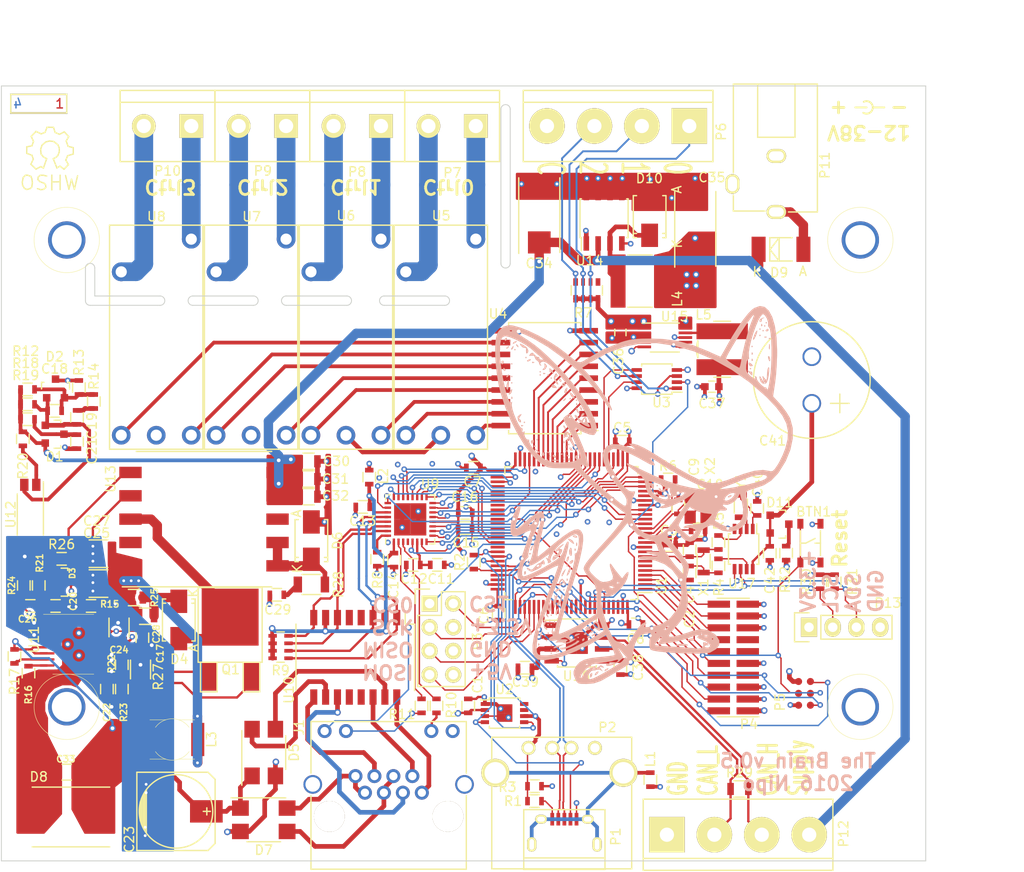
<source format=kicad_pcb>
(kicad_pcb (version 4) (host pcbnew 4.0.4-stable)

  (general
    (links 411)
    (no_connects 0)
    (area 42.97619 42.8 159.85 136.675001)
    (thickness 1.6)
    (drawings 50)
    (tracks 1856)
    (zones 0)
    (modules 134)
    (nets 164)
  )

  (page A4)
  (layers
    (0 F.Cu signal)
    (1 In1.Cu power hide)
    (2 In2.Cu power)
    (31 B.Cu signal)
    (32 B.Adhes user hide)
    (33 F.Adhes user hide)
    (34 B.Paste user hide)
    (35 F.Paste user hide)
    (36 B.SilkS user)
    (37 F.SilkS user)
    (38 B.Mask user hide)
    (39 F.Mask user)
    (40 Dwgs.User user)
    (41 Cmts.User user)
    (42 Eco1.User user)
    (43 Eco2.User user)
    (44 Edge.Cuts user)
    (45 Margin user)
    (46 B.CrtYd user)
    (47 F.CrtYd user)
    (48 B.Fab user hide)
    (49 F.Fab user hide)
  )

  (setup
    (last_trace_width 0.1524)
    (user_trace_width 0.1524)
    (user_trace_width 0.2)
    (user_trace_width 0.25)
    (user_trace_width 0.4)
    (user_trace_width 0.5)
    (user_trace_width 1)
    (user_trace_width 2)
    (trace_clearance 0.1524)
    (zone_clearance 0.2)
    (zone_45_only yes)
    (trace_min 0.1524)
    (segment_width 0.2)
    (edge_width 0.1)
    (via_size 0.6048)
    (via_drill 0.3)
    (via_min_size 0.6048)
    (via_min_drill 0.3)
    (user_via 0.6048 0.3)
    (user_via 0.8 0.4)
    (user_via 1 0.5)
    (user_via 1.5 1)
    (uvia_size 0.3)
    (uvia_drill 0.1)
    (uvias_allowed no)
    (uvia_min_size 0.2)
    (uvia_min_drill 0.1)
    (pcb_text_width 0.3)
    (pcb_text_size 1.5 1.5)
    (mod_edge_width 0.15)
    (mod_text_size 1 1)
    (mod_text_width 0.15)
    (pad_size 4 4)
    (pad_drill 3.2)
    (pad_to_mask_clearance 0)
    (aux_axis_origin 0 0)
    (visible_elements FFFFEF7F)
    (pcbplotparams
      (layerselection 0x00030_ffffffff)
      (usegerberextensions false)
      (excludeedgelayer true)
      (linewidth 0.100000)
      (plotframeref false)
      (viasonmask false)
      (mode 1)
      (useauxorigin false)
      (hpglpennumber 1)
      (hpglpenspeed 20)
      (hpglpendiameter 15)
      (hpglpenoverlay 2)
      (psnegative false)
      (psa4output false)
      (plotreference true)
      (plotvalue true)
      (plotinvisibletext false)
      (padsonsilk false)
      (subtractmaskfromsilk false)
      (outputformat 1)
      (mirror false)
      (drillshape 1)
      (scaleselection 1)
      (outputdirectory ""))
  )

  (net 0 "")
  (net 1 +3V3)
  (net 2 /mcu/TMS)
  (net 3 GND)
  (net 4 /mcu/TCK)
  (net 5 /mcu/TDO)
  (net 6 /mcu/TDI)
  (net 7 /mcu/nRESET)
  (net 8 /mcu/TraceCLK)
  (net 9 /mcu/TraceData0)
  (net 10 /mcu/TraceData1)
  (net 11 /mcu/TraceData2)
  (net 12 /mcu/TraceData3)
  (net 13 "Net-(C9-Pad1)")
  (net 14 "Net-(C10-Pad1)")
  (net 15 "Net-(C18-Pad1)")
  (net 16 +5V)
  (net 17 "Net-(L1-Pad1)")
  (net 18 "Net-(J1-Pad10)")
  (net 19 "Net-(J1-Pad11)")
  (net 20 "Net-(P6-Pad2)")
  (net 21 "Net-(P6-Pad1)")
  (net 22 "Net-(P7-Pad2)")
  (net 23 "Net-(P7-Pad1)")
  (net 24 "Net-(U1-Pad82)")
  (net 25 "Net-(U1-Pad81)")
  (net 26 "/I2C / RTC / Extension/IRQ")
  (net 27 "/I2C / RTC / Extension/OSC_OUT")
  (net 28 "Net-(U1-Pad39)")
  (net 29 "Net-(U1-Pad40)")
  (net 30 "Net-(U1-Pad41)")
  (net 31 "Net-(U1-Pad42)")
  (net 32 "Net-(U1-Pad43)")
  (net 33 "Net-(U1-Pad44)")
  (net 34 "Net-(U1-Pad45)")
  (net 35 "Net-(U1-Pad46)")
  (net 36 /ethernet/POE_VC1-)
  (net 37 /ethernet/POE_VC1+)
  (net 38 /ethernet/POE_VC2-)
  (net 39 /ethernet/POE_VC2+)
  (net 40 "Net-(U1-Pad6)")
  (net 41 "Net-(U1-Pad38)")
  (net 42 "Net-(U1-Pad73)")
  (net 43 "Net-(U1-Pad91)")
  (net 44 "Net-(U1-Pad97)")
  (net 45 "Net-(U1-Pad98)")
  (net 46 "Net-(U9-Pad4)")
  (net 47 /ethernet/CLK_25M)
  (net 48 /mcu/ETH_PHY_nIRQ)
  (net 49 /mcu/ETH_PHY_nRESET)
  (net 50 /ethernet/MDC)
  (net 51 /ethernet/TX_D2)
  (net 52 /ethernet/TX_CLK)
  (net 53 /ethernet/RX_CLK)
  (net 54 /ethernet/MDIO)
  (net 55 /ethernet/RX_DV)
  (net 56 /ethernet/RX_D0)
  (net 57 /ethernet/RX_D1)
  (net 58 /ethernet/RX_D2)
  (net 59 /ethernet/RX_D3)
  (net 60 /ethernet/RX_ER)
  (net 61 /ethernet/TX_EN)
  (net 62 /ethernet/TX_D0)
  (net 63 /ethernet/TX_D1)
  (net 64 /ethernet/TX_D3)
  (net 65 /ethernet/CRS)
  (net 66 /ethernet/COL)
  (net 67 /ethernet/LAN_VDD)
  (net 68 /ethernet/TD-)
  (net 69 /ethernet/TD+)
  (net 70 /ethernet/RD-)
  (net 71 /ethernet/RD+)
  (net 72 /ethernet/ETH_RX-)
  (net 73 /ethernet/ETH_RX+)
  (net 74 /ethernet/ETH_TX-)
  (net 75 /ethernet/ETH_TX+)
  (net 76 "/I2C / RTC / Extension/SCL")
  (net 77 "/I2C / RTC / Extension/SDA")
  (net 78 GNDREF)
  (net 79 /mcu/USB_D+)
  (net 80 /mcu/USB_D-)
  (net 81 /can/CAN-)
  (net 82 /can/CAN+)
  (net 83 "Net-(U2-Pad7)")
  (net 84 "Net-(U2-Pad8)")
  (net 85 "Net-(U1-Pad7)")
  (net 86 "Net-(U1-Pad53)")
  (net 87 "Net-(U1-Pad54)")
  (net 88 "Net-(U1-Pad60)")
  (net 89 "Net-(U1-Pad61)")
  (net 90 "Net-(U1-Pad62)")
  (net 91 "Net-(U1-Pad66)")
  (net 92 "Net-(U1-Pad96)")
  (net 93 "Net-(D6-Pad1)")
  (net 94 "Net-(L5-Pad2)")
  (net 95 /power/VCan)
  (net 96 "Net-(P11-Pad3)")
  (net 97 /mcu/Input_0)
  (net 98 /mcu/Input_1)
  (net 99 /mcu/Input_2)
  (net 100 /mcu/CS0)
  (net 101 /mcu/CS1)
  (net 102 /mcu/SCK)
  (net 103 /mcu/MOSI)
  (net 104 /mcu/MISO)
  (net 105 /poe/VPoe)
  (net 106 /poe/GPoe)
  (net 107 "Net-(C22-Pad1)")
  (net 108 "Net-(C29-Pad1)")
  (net 109 "Net-(D9-Pad2)")
  (net 110 "Net-(R15-Pad1)")
  (net 111 /poe/Feedback)
  (net 112 /poe/VPoe2)
  (net 113 "Net-(Q1-Pad3)")
  (net 114 "Net-(Q1-Pad1)")
  (net 115 /poe/VBias)
  (net 116 /mcu/USB_VBus)
  (net 117 "Net-(R2-Pad1)")
  (net 118 "Net-(C2-Pad1)")
  (net 119 "Net-(C4-Pad1)")
  (net 120 "Net-(C11-Pad1)")
  (net 121 "Net-(C18-Pad2)")
  (net 122 "Net-(C19-Pad2)")
  (net 123 "Net-(C20-Pad1)")
  (net 124 "Net-(C21-Pad1)")
  (net 125 "Net-(C24-Pad1)")
  (net 126 "Net-(C26-Pad2)")
  (net 127 "Net-(C28-Pad2)")
  (net 128 "Net-(C40-Pad1)")
  (net 129 "Net-(C41-Pad1)")
  (net 130 "Net-(D3-Pad1)")
  (net 131 "Net-(D3-Pad2)")
  (net 132 "Net-(D4-Pad2)")
  (net 133 "Net-(D10-Pad1)")
  (net 134 "Net-(D11-Pad3)")
  (net 135 "Net-(P1-Pad1)")
  (net 136 "Net-(P1-Pad4)")
  (net 137 "Net-(P4-Pad11)")
  (net 138 "Net-(P4-Pad13)")
  (net 139 "Net-(P6-Pad3)")
  (net 140 "Net-(P8-Pad1)")
  (net 141 "Net-(P8-Pad2)")
  (net 142 "Net-(P9-Pad1)")
  (net 143 "Net-(P9-Pad2)")
  (net 144 "Net-(P10-Pad1)")
  (net 145 "Net-(P10-Pad2)")
  (net 146 "Net-(R7-Pad5)")
  (net 147 "Net-(R8-Pad1)")
  (net 148 "Net-(R10-Pad1)")
  (net 149 "Net-(R11-Pad1)")
  (net 150 "Net-(R16-Pad1)")
  (net 151 "Net-(R17-Pad2)")
  (net 152 "Net-(R20-Pad2)")
  (net 153 "Net-(R22-Pad2)")
  (net 154 "Net-(R26-Pad1)")
  (net 155 "Net-(U4-Pad11)")
  (net 156 "Net-(U4-Pad12)")
  (net 157 "Net-(U4-Pad13)")
  (net 158 "Net-(U4-Pad14)")
  (net 159 "Net-(U4-Pad15)")
  (net 160 "Net-(U4-Pad16)")
  (net 161 "Net-(U4-Pad17)")
  (net 162 "Net-(U4-Pad18)")
  (net 163 "Net-(U17-Pad2)")

  (net_class Default "This is the default net class."
    (clearance 0.1524)
    (trace_width 0.1524)
    (via_dia 0.6048)
    (via_drill 0.3)
    (uvia_dia 0.3)
    (uvia_drill 0.1)
    (add_net "/I2C / RTC / Extension/IRQ")
    (add_net "/I2C / RTC / Extension/OSC_OUT")
    (add_net "/I2C / RTC / Extension/SCL")
    (add_net "/I2C / RTC / Extension/SDA")
    (add_net /can/CAN+)
    (add_net /can/CAN-)
    (add_net /ethernet/CLK_25M)
    (add_net /ethernet/COL)
    (add_net /ethernet/CRS)
    (add_net /ethernet/MDC)
    (add_net /ethernet/MDIO)
    (add_net /ethernet/RX_CLK)
    (add_net /ethernet/RX_D0)
    (add_net /ethernet/RX_D1)
    (add_net /ethernet/RX_D2)
    (add_net /ethernet/RX_D3)
    (add_net /ethernet/RX_DV)
    (add_net /ethernet/RX_ER)
    (add_net /ethernet/TX_CLK)
    (add_net /ethernet/TX_D0)
    (add_net /ethernet/TX_D1)
    (add_net /ethernet/TX_D2)
    (add_net /ethernet/TX_D3)
    (add_net /ethernet/TX_EN)
    (add_net /mcu/CS0)
    (add_net /mcu/CS1)
    (add_net /mcu/ETH_PHY_nIRQ)
    (add_net /mcu/ETH_PHY_nRESET)
    (add_net /mcu/Input_0)
    (add_net /mcu/Input_1)
    (add_net /mcu/Input_2)
    (add_net /mcu/MISO)
    (add_net /mcu/MOSI)
    (add_net /mcu/SCK)
    (add_net /mcu/TCK)
    (add_net /mcu/TDI)
    (add_net /mcu/TDO)
    (add_net /mcu/TMS)
    (add_net /mcu/TraceCLK)
    (add_net /mcu/TraceData0)
    (add_net /mcu/TraceData1)
    (add_net /mcu/TraceData2)
    (add_net /mcu/TraceData3)
    (add_net /mcu/USB_D+)
    (add_net /mcu/USB_D-)
    (add_net /mcu/USB_VBus)
    (add_net /mcu/nRESET)
    (add_net /poe/Feedback)
    (add_net /poe/VBias)
    (add_net /poe/VPoe2)
    (add_net GND)
    (add_net "Net-(C10-Pad1)")
    (add_net "Net-(C11-Pad1)")
    (add_net "Net-(C18-Pad1)")
    (add_net "Net-(C18-Pad2)")
    (add_net "Net-(C19-Pad2)")
    (add_net "Net-(C2-Pad1)")
    (add_net "Net-(C20-Pad1)")
    (add_net "Net-(C21-Pad1)")
    (add_net "Net-(C22-Pad1)")
    (add_net "Net-(C24-Pad1)")
    (add_net "Net-(C26-Pad2)")
    (add_net "Net-(C28-Pad2)")
    (add_net "Net-(C29-Pad1)")
    (add_net "Net-(C4-Pad1)")
    (add_net "Net-(C40-Pad1)")
    (add_net "Net-(C41-Pad1)")
    (add_net "Net-(C9-Pad1)")
    (add_net "Net-(D10-Pad1)")
    (add_net "Net-(D11-Pad3)")
    (add_net "Net-(D3-Pad1)")
    (add_net "Net-(D3-Pad2)")
    (add_net "Net-(D4-Pad2)")
    (add_net "Net-(D6-Pad1)")
    (add_net "Net-(D9-Pad2)")
    (add_net "Net-(J1-Pad10)")
    (add_net "Net-(J1-Pad11)")
    (add_net "Net-(L1-Pad1)")
    (add_net "Net-(L5-Pad2)")
    (add_net "Net-(P1-Pad1)")
    (add_net "Net-(P1-Pad4)")
    (add_net "Net-(P10-Pad1)")
    (add_net "Net-(P10-Pad2)")
    (add_net "Net-(P11-Pad3)")
    (add_net "Net-(P4-Pad11)")
    (add_net "Net-(P4-Pad13)")
    (add_net "Net-(P6-Pad1)")
    (add_net "Net-(P6-Pad2)")
    (add_net "Net-(P6-Pad3)")
    (add_net "Net-(P7-Pad1)")
    (add_net "Net-(P7-Pad2)")
    (add_net "Net-(P8-Pad1)")
    (add_net "Net-(P8-Pad2)")
    (add_net "Net-(P9-Pad1)")
    (add_net "Net-(P9-Pad2)")
    (add_net "Net-(Q1-Pad1)")
    (add_net "Net-(Q1-Pad3)")
    (add_net "Net-(R10-Pad1)")
    (add_net "Net-(R11-Pad1)")
    (add_net "Net-(R15-Pad1)")
    (add_net "Net-(R16-Pad1)")
    (add_net "Net-(R17-Pad2)")
    (add_net "Net-(R2-Pad1)")
    (add_net "Net-(R20-Pad2)")
    (add_net "Net-(R22-Pad2)")
    (add_net "Net-(R26-Pad1)")
    (add_net "Net-(R7-Pad5)")
    (add_net "Net-(R8-Pad1)")
    (add_net "Net-(U1-Pad38)")
    (add_net "Net-(U1-Pad39)")
    (add_net "Net-(U1-Pad40)")
    (add_net "Net-(U1-Pad41)")
    (add_net "Net-(U1-Pad42)")
    (add_net "Net-(U1-Pad43)")
    (add_net "Net-(U1-Pad44)")
    (add_net "Net-(U1-Pad45)")
    (add_net "Net-(U1-Pad46)")
    (add_net "Net-(U1-Pad53)")
    (add_net "Net-(U1-Pad54)")
    (add_net "Net-(U1-Pad6)")
    (add_net "Net-(U1-Pad60)")
    (add_net "Net-(U1-Pad61)")
    (add_net "Net-(U1-Pad62)")
    (add_net "Net-(U1-Pad66)")
    (add_net "Net-(U1-Pad7)")
    (add_net "Net-(U1-Pad73)")
    (add_net "Net-(U1-Pad81)")
    (add_net "Net-(U1-Pad82)")
    (add_net "Net-(U1-Pad91)")
    (add_net "Net-(U1-Pad96)")
    (add_net "Net-(U1-Pad97)")
    (add_net "Net-(U1-Pad98)")
    (add_net "Net-(U17-Pad2)")
    (add_net "Net-(U2-Pad7)")
    (add_net "Net-(U2-Pad8)")
    (add_net "Net-(U4-Pad11)")
    (add_net "Net-(U4-Pad12)")
    (add_net "Net-(U4-Pad13)")
    (add_net "Net-(U4-Pad14)")
    (add_net "Net-(U4-Pad15)")
    (add_net "Net-(U4-Pad16)")
    (add_net "Net-(U4-Pad17)")
    (add_net "Net-(U4-Pad18)")
    (add_net "Net-(U9-Pad4)")
  )

  (net_class More ""
    (clearance 0.2)
    (trace_width 0.25)
    (via_dia 0.6048)
    (via_drill 0.3)
    (uvia_dia 0.3)
    (uvia_drill 0.1)
    (add_net /ethernet/RD+)
    (add_net /ethernet/RD-)
    (add_net /ethernet/TD+)
    (add_net /ethernet/TD-)
  )

  (net_class Power ""
    (clearance 0.1524)
    (trace_width 0.5)
    (via_dia 0.7)
    (via_drill 0.4)
    (uvia_dia 0.3)
    (uvia_drill 0.1)
    (add_net +3V3)
    (add_net +5V)
    (add_net /ethernet/ETH_RX+)
    (add_net /ethernet/ETH_RX-)
    (add_net /ethernet/ETH_TX+)
    (add_net /ethernet/ETH_TX-)
    (add_net /ethernet/LAN_VDD)
    (add_net /ethernet/POE_VC1+)
    (add_net /ethernet/POE_VC1-)
    (add_net /ethernet/POE_VC2+)
    (add_net /ethernet/POE_VC2-)
    (add_net /poe/GPoe)
    (add_net /poe/VPoe)
    (add_net /power/VCan)
    (add_net GNDREF)
  )

  (net_class Power2 ""
    (clearance 1)
    (trace_width 0.5)
    (via_dia 1)
    (via_drill 0.5)
    (uvia_dia 0.3)
    (uvia_drill 0.1)
  )

  (module Connect:USB_A (layer F.Cu) (tedit 5543E289) (tstamp 57C37A26)
    (at 102.95914 122.40212)
    (descr "USB A connector")
    (tags "USB USB_A")
    (path /57A213D7/57BD5361)
    (fp_text reference P2 (at 8.44086 -2.20212 180) (layer F.SilkS)
      (effects (font (size 1 1) (thickness 0.15)))
    )
    (fp_text value USBA (at 3.74086 2.49788) (layer F.Fab)
      (effects (font (size 1 1) (thickness 0.15)))
    )
    (fp_line (start -5.3 13.2) (end -5.3 -1.4) (layer F.CrtYd) (width 0.05))
    (fp_line (start 11.95 -1.4) (end 11.95 13.2) (layer F.CrtYd) (width 0.05))
    (fp_line (start -5.3 13.2) (end 11.95 13.2) (layer F.CrtYd) (width 0.05))
    (fp_line (start -5.3 -1.4) (end 11.95 -1.4) (layer F.CrtYd) (width 0.05))
    (fp_line (start 11.04986 -1.14512) (end 11.04986 12.95188) (layer F.SilkS) (width 0.15))
    (fp_line (start -3.93614 12.95188) (end -3.93614 -1.14512) (layer F.SilkS) (width 0.15))
    (fp_line (start 11.04986 -1.14512) (end -3.93614 -1.14512) (layer F.SilkS) (width 0.15))
    (fp_line (start 11.04986 12.95188) (end -3.93614 12.95188) (layer F.SilkS) (width 0.15))
    (pad 4 thru_hole circle (at 7.11286 -0.00212 270) (size 1.50114 1.50114) (drill 1.00076) (layers *.Cu *.Mask F.SilkS)
      (net 3 GND))
    (pad 3 thru_hole circle (at 4.57286 -0.00212 270) (size 1.50114 1.50114) (drill 1.00076) (layers *.Cu *.Mask F.SilkS)
      (net 79 /mcu/USB_D+))
    (pad 2 thru_hole circle (at 2.54086 -0.00212 270) (size 1.50114 1.50114) (drill 1.00076) (layers *.Cu *.Mask F.SilkS)
      (net 80 /mcu/USB_D-))
    (pad 1 thru_hole circle (at 0.00086 -0.00212 270) (size 1.50114 1.50114) (drill 1.00076) (layers *.Cu *.Mask F.SilkS)
      (net 116 /mcu/USB_VBus))
    (pad 5 thru_hole circle (at 10.16086 2.66488 270) (size 2.99974 2.99974) (drill 2.30124) (layers *.Cu *.Mask F.SilkS)
      (net 17 "Net-(L1-Pad1)"))
    (pad 5 thru_hole circle (at -3.55514 2.66488 270) (size 2.99974 2.99974) (drill 2.30124) (layers *.Cu *.Mask F.SilkS)
      (net 17 "Net-(L1-Pad1)"))
    (model Connect.3dshapes/USB_A.wrl
      (at (xyz 0.14 0 0))
      (scale (xyz 1 1 1))
      (rotate (xyz 0 0 90))
    )
  )

  (module Pin_Headers:Pin_Header_Straight_2x04 (layer F.Cu) (tedit 57C9A701) (tstamp 57CA0578)
    (at 92.36 106.94)
    (descr "Through hole pin header")
    (tags "pin header")
    (path /57A213D7/57C9C680)
    (fp_text reference P3 (at 5.14 4.06 90) (layer F.SilkS)
      (effects (font (size 1 1) (thickness 0.15)))
    )
    (fp_text value SPI (at 1.34 3.7 90) (layer F.Fab)
      (effects (font (size 1 1) (thickness 0.15)))
    )
    (fp_line (start -1.75 -1.75) (end -1.75 9.4) (layer F.CrtYd) (width 0.05))
    (fp_line (start 4.3 -1.75) (end 4.3 9.4) (layer F.CrtYd) (width 0.05))
    (fp_line (start -1.75 -1.75) (end 4.3 -1.75) (layer F.CrtYd) (width 0.05))
    (fp_line (start -1.75 9.4) (end 4.3 9.4) (layer F.CrtYd) (width 0.05))
    (fp_line (start -1.27 1.27) (end -1.27 8.89) (layer F.SilkS) (width 0.15))
    (fp_line (start -1.27 8.89) (end 3.81 8.89) (layer F.SilkS) (width 0.15))
    (fp_line (start 3.81 8.89) (end 3.81 -1.27) (layer F.SilkS) (width 0.15))
    (fp_line (start 3.81 -1.27) (end 1.27 -1.27) (layer F.SilkS) (width 0.15))
    (fp_line (start 0 -1.55) (end -1.55 -1.55) (layer F.SilkS) (width 0.15))
    (fp_line (start 1.27 -1.27) (end 1.27 1.27) (layer F.SilkS) (width 0.15))
    (fp_line (start 1.27 1.27) (end -1.27 1.27) (layer F.SilkS) (width 0.15))
    (fp_line (start -1.55 -1.55) (end -1.55 0) (layer F.SilkS) (width 0.15))
    (pad 1 thru_hole rect (at 0 0) (size 1.7272 1.7272) (drill 1.016) (layers *.Cu *.Mask F.SilkS)
      (net 100 /mcu/CS0))
    (pad 2 thru_hole oval (at 2.54 0) (size 1.7272 1.7272) (drill 1.016) (layers *.Cu *.Mask F.SilkS)
      (net 101 /mcu/CS1))
    (pad 3 thru_hole oval (at 0 2.54) (size 1.7272 1.7272) (drill 1.016) (layers *.Cu *.Mask F.SilkS)
      (net 102 /mcu/SCK))
    (pad 4 thru_hole oval (at 2.54 2.54) (size 1.7272 1.7272) (drill 1.016) (layers *.Cu *.Mask F.SilkS)
      (net 1 +3V3) (zone_connect 2))
    (pad 5 thru_hole oval (at 0 5.08) (size 1.7272 1.7272) (drill 1.016) (layers *.Cu *.Mask F.SilkS)
      (net 104 /mcu/MISO))
    (pad 6 thru_hole oval (at 2.54 5.08) (size 1.7272 1.7272) (drill 1.016) (layers *.Cu *.Mask F.SilkS)
      (net 3 GND))
    (pad 7 thru_hole oval (at 0 7.62) (size 1.7272 1.7272) (drill 1.016) (layers *.Cu *.Mask F.SilkS)
      (net 103 /mcu/MOSI))
    (pad 8 thru_hole oval (at 2.54 7.62) (size 1.7272 1.7272) (drill 1.016) (layers *.Cu *.Mask F.SilkS)
      (net 16 +5V) (zone_connect 2))
    (model Pin_Headers.3dshapes/Pin_Header_Straight_2x04.wrl
      (at (xyz 0.05 -0.15 0))
      (scale (xyz 1 1 1))
      (rotate (xyz 0 0 90))
    )
  )

  (module Housings_QFP:LQFP-100_14x14mm_Pitch0.5mm (layer F.Cu) (tedit 54130A77) (tstamp 57C377BF)
    (at 107.55 99.4 180)
    (descr "LQFP100: plastic low profile quad flat package; 100 leads; body 14 x 14 x 1.4 mm (see NXP sot407-1_po.pdf and sot407-1_fr.pdf)")
    (tags "QFP 0.5")
    (path /57A213D7/57BCD0F0)
    (attr smd)
    (fp_text reference U1 (at -9.65 -5.6 450) (layer F.SilkS)
      (effects (font (size 1 1) (thickness 0.15)))
    )
    (fp_text value STM32F107VCT (at 0.25 1.3 180) (layer F.Fab)
      (effects (font (size 1 1) (thickness 0.15)))
    )
    (fp_line (start -8.9 -8.9) (end -8.9 8.9) (layer F.CrtYd) (width 0.05))
    (fp_line (start 8.9 -8.9) (end 8.9 8.9) (layer F.CrtYd) (width 0.05))
    (fp_line (start -8.9 -8.9) (end 8.9 -8.9) (layer F.CrtYd) (width 0.05))
    (fp_line (start -8.9 8.9) (end 8.9 8.9) (layer F.CrtYd) (width 0.05))
    (fp_line (start -7.125 -7.125) (end -7.125 -6.365) (layer F.SilkS) (width 0.15))
    (fp_line (start 7.125 -7.125) (end 7.125 -6.365) (layer F.SilkS) (width 0.15))
    (fp_line (start 7.125 7.125) (end 7.125 6.365) (layer F.SilkS) (width 0.15))
    (fp_line (start -7.125 7.125) (end -7.125 6.365) (layer F.SilkS) (width 0.15))
    (fp_line (start -7.125 -7.125) (end -6.365 -7.125) (layer F.SilkS) (width 0.15))
    (fp_line (start -7.125 7.125) (end -6.365 7.125) (layer F.SilkS) (width 0.15))
    (fp_line (start 7.125 7.125) (end 6.365 7.125) (layer F.SilkS) (width 0.15))
    (fp_line (start 7.125 -7.125) (end 6.365 -7.125) (layer F.SilkS) (width 0.15))
    (fp_line (start -7.125 -6.365) (end -8.65 -6.365) (layer F.SilkS) (width 0.15))
    (pad 1 smd rect (at -7.9 -6 180) (size 1.5 0.28) (layers F.Cu F.Paste F.Mask)
      (net 8 /mcu/TraceCLK))
    (pad 2 smd rect (at -7.9 -5.5 180) (size 1.5 0.28) (layers F.Cu F.Paste F.Mask)
      (net 9 /mcu/TraceData0))
    (pad 3 smd rect (at -7.9 -5 180) (size 1.5 0.28) (layers F.Cu F.Paste F.Mask)
      (net 10 /mcu/TraceData1))
    (pad 4 smd rect (at -7.9 -4.5 180) (size 1.5 0.28) (layers F.Cu F.Paste F.Mask)
      (net 11 /mcu/TraceData2))
    (pad 5 smd rect (at -7.9 -4 180) (size 1.5 0.28) (layers F.Cu F.Paste F.Mask)
      (net 12 /mcu/TraceData3))
    (pad 6 smd rect (at -7.9 -3.5 180) (size 1.5 0.28) (layers F.Cu F.Paste F.Mask)
      (net 40 "Net-(U1-Pad6)"))
    (pad 7 smd rect (at -7.9 -3 180) (size 1.5 0.28) (layers F.Cu F.Paste F.Mask)
      (net 85 "Net-(U1-Pad7)"))
    (pad 8 smd rect (at -7.9 -2.5 180) (size 1.5 0.28) (layers F.Cu F.Paste F.Mask)
      (net 118 "Net-(C2-Pad1)"))
    (pad 9 smd rect (at -7.9 -2 180) (size 1.5 0.28) (layers F.Cu F.Paste F.Mask)
      (net 119 "Net-(C4-Pad1)"))
    (pad 10 smd rect (at -7.9 -1.5 180) (size 1.5 0.28) (layers F.Cu F.Paste F.Mask)
      (net 3 GND))
    (pad 11 smd rect (at -7.9 -1 180) (size 1.5 0.28) (layers F.Cu F.Paste F.Mask)
      (net 1 +3V3))
    (pad 12 smd rect (at -7.9 -0.5 180) (size 1.5 0.28) (layers F.Cu F.Paste F.Mask)
      (net 14 "Net-(C10-Pad1)"))
    (pad 13 smd rect (at -7.9 0 180) (size 1.5 0.28) (layers F.Cu F.Paste F.Mask)
      (net 13 "Net-(C9-Pad1)"))
    (pad 14 smd rect (at -7.9 0.5 180) (size 1.5 0.28) (layers F.Cu F.Paste F.Mask)
      (net 7 /mcu/nRESET))
    (pad 15 smd rect (at -7.9 1 180) (size 1.5 0.28) (layers F.Cu F.Paste F.Mask)
      (net 99 /mcu/Input_2))
    (pad 16 smd rect (at -7.9 1.5 180) (size 1.5 0.28) (layers F.Cu F.Paste F.Mask)
      (net 50 /ethernet/MDC))
    (pad 17 smd rect (at -7.9 2 180) (size 1.5 0.28) (layers F.Cu F.Paste F.Mask)
      (net 51 /ethernet/TX_D2))
    (pad 18 smd rect (at -7.9 2.5 180) (size 1.5 0.28) (layers F.Cu F.Paste F.Mask)
      (net 52 /ethernet/TX_CLK))
    (pad 19 smd rect (at -7.9 3 180) (size 1.5 0.28) (layers F.Cu F.Paste F.Mask)
      (net 3 GND))
    (pad 20 smd rect (at -7.9 3.5 180) (size 1.5 0.28) (layers F.Cu F.Paste F.Mask)
      (net 3 GND))
    (pad 21 smd rect (at -7.9 4 180) (size 1.5 0.28) (layers F.Cu F.Paste F.Mask)
      (net 1 +3V3))
    (pad 22 smd rect (at -7.9 4.5 180) (size 1.5 0.28) (layers F.Cu F.Paste F.Mask)
      (net 1 +3V3))
    (pad 23 smd rect (at -7.9 5 180) (size 1.5 0.28) (layers F.Cu F.Paste F.Mask)
      (net 65 /ethernet/CRS))
    (pad 24 smd rect (at -7.9 5.5 180) (size 1.5 0.28) (layers F.Cu F.Paste F.Mask)
      (net 53 /ethernet/RX_CLK))
    (pad 25 smd rect (at -7.9 6 180) (size 1.5 0.28) (layers F.Cu F.Paste F.Mask)
      (net 54 /ethernet/MDIO))
    (pad 26 smd rect (at -6 7.9 270) (size 1.5 0.28) (layers F.Cu F.Paste F.Mask)
      (net 66 /ethernet/COL))
    (pad 27 smd rect (at -5.5 7.9 270) (size 1.5 0.28) (layers F.Cu F.Paste F.Mask)
      (net 3 GND))
    (pad 28 smd rect (at -5 7.9 270) (size 1.5 0.28) (layers F.Cu F.Paste F.Mask)
      (net 1 +3V3))
    (pad 29 smd rect (at -4.5 7.9 270) (size 1.5 0.28) (layers F.Cu F.Paste F.Mask)
      (net 100 /mcu/CS0))
    (pad 30 smd rect (at -4 7.9 270) (size 1.5 0.28) (layers F.Cu F.Paste F.Mask)
      (net 97 /mcu/Input_0))
    (pad 31 smd rect (at -3.5 7.9 270) (size 1.5 0.28) (layers F.Cu F.Paste F.Mask)
      (net 98 /mcu/Input_1))
    (pad 32 smd rect (at -3 7.9 270) (size 1.5 0.28) (layers F.Cu F.Paste F.Mask)
      (net 55 /ethernet/RX_DV))
    (pad 33 smd rect (at -2.5 7.9 270) (size 1.5 0.28) (layers F.Cu F.Paste F.Mask)
      (net 56 /ethernet/RX_D0))
    (pad 34 smd rect (at -2 7.9 270) (size 1.5 0.28) (layers F.Cu F.Paste F.Mask)
      (net 57 /ethernet/RX_D1))
    (pad 35 smd rect (at -1.5 7.9 270) (size 1.5 0.28) (layers F.Cu F.Paste F.Mask)
      (net 58 /ethernet/RX_D2))
    (pad 36 smd rect (at -1 7.9 270) (size 1.5 0.28) (layers F.Cu F.Paste F.Mask)
      (net 59 /ethernet/RX_D3))
    (pad 37 smd rect (at -0.5 7.9 270) (size 1.5 0.28) (layers F.Cu F.Paste F.Mask)
      (net 3 GND))
    (pad 38 smd rect (at 0 7.9 270) (size 1.5 0.28) (layers F.Cu F.Paste F.Mask)
      (net 41 "Net-(U1-Pad38)"))
    (pad 39 smd rect (at 0.5 7.9 270) (size 1.5 0.28) (layers F.Cu F.Paste F.Mask)
      (net 28 "Net-(U1-Pad39)"))
    (pad 40 smd rect (at 1 7.9 270) (size 1.5 0.28) (layers F.Cu F.Paste F.Mask)
      (net 29 "Net-(U1-Pad40)"))
    (pad 41 smd rect (at 1.5 7.9 270) (size 1.5 0.28) (layers F.Cu F.Paste F.Mask)
      (net 30 "Net-(U1-Pad41)"))
    (pad 42 smd rect (at 2 7.9 270) (size 1.5 0.28) (layers F.Cu F.Paste F.Mask)
      (net 31 "Net-(U1-Pad42)"))
    (pad 43 smd rect (at 2.5 7.9 270) (size 1.5 0.28) (layers F.Cu F.Paste F.Mask)
      (net 32 "Net-(U1-Pad43)"))
    (pad 44 smd rect (at 3 7.9 270) (size 1.5 0.28) (layers F.Cu F.Paste F.Mask)
      (net 33 "Net-(U1-Pad44)"))
    (pad 45 smd rect (at 3.5 7.9 270) (size 1.5 0.28) (layers F.Cu F.Paste F.Mask)
      (net 34 "Net-(U1-Pad45)"))
    (pad 46 smd rect (at 4 7.9 270) (size 1.5 0.28) (layers F.Cu F.Paste F.Mask)
      (net 35 "Net-(U1-Pad46)"))
    (pad 47 smd rect (at 4.5 7.9 270) (size 1.5 0.28) (layers F.Cu F.Paste F.Mask)
      (net 60 /ethernet/RX_ER))
    (pad 48 smd rect (at 5 7.9 270) (size 1.5 0.28) (layers F.Cu F.Paste F.Mask)
      (net 61 /ethernet/TX_EN))
    (pad 49 smd rect (at 5.5 7.9 270) (size 1.5 0.28) (layers F.Cu F.Paste F.Mask)
      (net 3 GND))
    (pad 50 smd rect (at 6 7.9 270) (size 1.5 0.28) (layers F.Cu F.Paste F.Mask)
      (net 1 +3V3))
    (pad 51 smd rect (at 7.9 6 180) (size 1.5 0.28) (layers F.Cu F.Paste F.Mask)
      (net 62 /ethernet/TX_D0))
    (pad 52 smd rect (at 7.9 5.5 180) (size 1.5 0.28) (layers F.Cu F.Paste F.Mask)
      (net 63 /ethernet/TX_D1))
    (pad 53 smd rect (at 7.9 5 180) (size 1.5 0.28) (layers F.Cu F.Paste F.Mask)
      (net 86 "Net-(U1-Pad53)"))
    (pad 54 smd rect (at 7.9 4.5 180) (size 1.5 0.28) (layers F.Cu F.Paste F.Mask)
      (net 87 "Net-(U1-Pad54)"))
    (pad 55 smd rect (at 7.9 4 180) (size 1.5 0.28) (layers F.Cu F.Paste F.Mask))
    (pad 56 smd rect (at 7.9 3.5 180) (size 1.5 0.28) (layers F.Cu F.Paste F.Mask))
    (pad 57 smd rect (at 7.9 3 180) (size 1.5 0.28) (layers F.Cu F.Paste F.Mask))
    (pad 58 smd rect (at 7.9 2.5 180) (size 1.5 0.28) (layers F.Cu F.Paste F.Mask))
    (pad 59 smd rect (at 7.9 2 180) (size 1.5 0.28) (layers F.Cu F.Paste F.Mask))
    (pad 60 smd rect (at 7.9 1.5 180) (size 1.5 0.28) (layers F.Cu F.Paste F.Mask)
      (net 88 "Net-(U1-Pad60)"))
    (pad 61 smd rect (at 7.9 1 180) (size 1.5 0.28) (layers F.Cu F.Paste F.Mask)
      (net 89 "Net-(U1-Pad61)"))
    (pad 62 smd rect (at 7.9 0.5 180) (size 1.5 0.28) (layers F.Cu F.Paste F.Mask)
      (net 90 "Net-(U1-Pad62)"))
    (pad 63 smd rect (at 7.9 0 180) (size 1.5 0.28) (layers F.Cu F.Paste F.Mask)
      (net 47 /ethernet/CLK_25M))
    (pad 64 smd rect (at 7.9 -0.5 180) (size 1.5 0.28) (layers F.Cu F.Paste F.Mask)
      (net 49 /mcu/ETH_PHY_nRESET))
    (pad 65 smd rect (at 7.9 -1 180) (size 1.5 0.28) (layers F.Cu F.Paste F.Mask)
      (net 48 /mcu/ETH_PHY_nIRQ))
    (pad 66 smd rect (at 7.9 -1.5 180) (size 1.5 0.28) (layers F.Cu F.Paste F.Mask)
      (net 91 "Net-(U1-Pad66)"))
    (pad 67 smd rect (at 7.9 -2 180) (size 1.5 0.28) (layers F.Cu F.Paste F.Mask)
      (net 117 "Net-(R2-Pad1)"))
    (pad 68 smd rect (at 7.9 -2.5 180) (size 1.5 0.28) (layers F.Cu F.Paste F.Mask)
      (net 116 /mcu/USB_VBus))
    (pad 69 smd rect (at 7.9 -3 180) (size 1.5 0.28) (layers F.Cu F.Paste F.Mask)
      (net 136 "Net-(P1-Pad4)"))
    (pad 70 smd rect (at 7.9 -3.5 180) (size 1.5 0.28) (layers F.Cu F.Paste F.Mask)
      (net 80 /mcu/USB_D-))
    (pad 71 smd rect (at 7.9 -4 180) (size 1.5 0.28) (layers F.Cu F.Paste F.Mask)
      (net 79 /mcu/USB_D+))
    (pad 72 smd rect (at 7.9 -4.5 180) (size 1.5 0.28) (layers F.Cu F.Paste F.Mask)
      (net 2 /mcu/TMS))
    (pad 73 smd rect (at 7.9 -5 180) (size 1.5 0.28) (layers F.Cu F.Paste F.Mask)
      (net 42 "Net-(U1-Pad73)"))
    (pad 74 smd rect (at 7.9 -5.5 180) (size 1.5 0.28) (layers F.Cu F.Paste F.Mask)
      (net 3 GND))
    (pad 75 smd rect (at 7.9 -6 180) (size 1.5 0.28) (layers F.Cu F.Paste F.Mask)
      (net 1 +3V3))
    (pad 76 smd rect (at 6 -7.9 270) (size 1.5 0.28) (layers F.Cu F.Paste F.Mask)
      (net 4 /mcu/TCK))
    (pad 77 smd rect (at 5.5 -7.9 270) (size 1.5 0.28) (layers F.Cu F.Paste F.Mask)
      (net 6 /mcu/TDI))
    (pad 78 smd rect (at 5 -7.9 270) (size 1.5 0.28) (layers F.Cu F.Paste F.Mask)
      (net 102 /mcu/SCK))
    (pad 79 smd rect (at 4.5 -7.9 270) (size 1.5 0.28) (layers F.Cu F.Paste F.Mask)
      (net 104 /mcu/MISO))
    (pad 80 smd rect (at 4 -7.9 270) (size 1.5 0.28) (layers F.Cu F.Paste F.Mask)
      (net 103 /mcu/MOSI))
    (pad 81 smd rect (at 3.5 -7.9 270) (size 1.5 0.28) (layers F.Cu F.Paste F.Mask)
      (net 25 "Net-(U1-Pad81)"))
    (pad 82 smd rect (at 3 -7.9 270) (size 1.5 0.28) (layers F.Cu F.Paste F.Mask)
      (net 24 "Net-(U1-Pad82)"))
    (pad 83 smd rect (at 2.5 -7.9 270) (size 1.5 0.28) (layers F.Cu F.Paste F.Mask)
      (net 101 /mcu/CS1))
    (pad 84 smd rect (at 2 -7.9 270) (size 1.5 0.28) (layers F.Cu F.Paste F.Mask))
    (pad 85 smd rect (at 1.5 -7.9 270) (size 1.5 0.28) (layers F.Cu F.Paste F.Mask))
    (pad 86 smd rect (at 1 -7.9 270) (size 1.5 0.28) (layers F.Cu F.Paste F.Mask))
    (pad 87 smd rect (at 0.5 -7.9 270) (size 1.5 0.28) (layers F.Cu F.Paste F.Mask))
    (pad 88 smd rect (at 0 -7.9 270) (size 1.5 0.28) (layers F.Cu F.Paste F.Mask))
    (pad 89 smd rect (at -0.5 -7.9 270) (size 1.5 0.28) (layers F.Cu F.Paste F.Mask)
      (net 5 /mcu/TDO))
    (pad 90 smd rect (at -1 -7.9 270) (size 1.5 0.28) (layers F.Cu F.Paste F.Mask)
      (net 3 GND))
    (pad 91 smd rect (at -1.5 -7.9 270) (size 1.5 0.28) (layers F.Cu F.Paste F.Mask)
      (net 43 "Net-(U1-Pad91)"))
    (pad 92 smd rect (at -2 -7.9 270) (size 1.5 0.28) (layers F.Cu F.Paste F.Mask)
      (net 76 "/I2C / RTC / Extension/SCL"))
    (pad 93 smd rect (at -2.5 -7.9 270) (size 1.5 0.28) (layers F.Cu F.Paste F.Mask)
      (net 77 "/I2C / RTC / Extension/SDA"))
    (pad 94 smd rect (at -3 -7.9 270) (size 1.5 0.28) (layers F.Cu F.Paste F.Mask)
      (net 3 GND))
    (pad 95 smd rect (at -3.5 -7.9 270) (size 1.5 0.28) (layers F.Cu F.Paste F.Mask)
      (net 64 /ethernet/TX_D3))
    (pad 96 smd rect (at -4 -7.9 270) (size 1.5 0.28) (layers F.Cu F.Paste F.Mask)
      (net 92 "Net-(U1-Pad96)"))
    (pad 97 smd rect (at -4.5 -7.9 270) (size 1.5 0.28) (layers F.Cu F.Paste F.Mask)
      (net 44 "Net-(U1-Pad97)"))
    (pad 98 smd rect (at -5 -7.9 270) (size 1.5 0.28) (layers F.Cu F.Paste F.Mask)
      (net 45 "Net-(U1-Pad98)"))
    (pad 99 smd rect (at -5.5 -7.9 270) (size 1.5 0.28) (layers F.Cu F.Paste F.Mask)
      (net 3 GND))
    (pad 100 smd rect (at -6 -7.9 270) (size 1.5 0.28) (layers F.Cu F.Paste F.Mask)
      (net 1 +3V3))
    (model Housings_QFP.3dshapes/LQFP-100_14x14mm_Pitch0.5mm.wrl
      (at (xyz 0 0 0))
      (scale (xyz 1 1 1))
      (rotate (xyz 0 0 0))
    )
  )

  (module Abracon:ABM8G (layer F.Cu) (tedit 56F3EB4E) (tstamp 57C37BAB)
    (at 121.12122 96.589165 90)
    (path /57A213D7/57BCDC66)
    (fp_text reference X2 (at 4.389165 1.27878 90) (layer F.SilkS)
      (effects (font (size 1 1) (thickness 0.15)))
    )
    (fp_text value 25MHz (at 1.089165 -0.02122 90) (layer F.Fab)
      (effects (font (size 1 1) (thickness 0.15)))
    )
    (fp_line (start -1.7 0.15) (end -1.7 -0.15) (layer F.SilkS) (width 0.15))
    (fp_line (start 0.3 1.35) (end -0.3 1.35) (layer F.SilkS) (width 0.15))
    (fp_line (start 1.7 -0.15) (end 1.7 0.15) (layer F.SilkS) (width 0.15))
    (fp_line (start -0.3 -1.35) (end 0.3 -1.35) (layer F.SilkS) (width 0.15))
    (fp_line (start -1.6 1.25) (end -1.6 -1.25) (layer F.CrtYd) (width 0.05))
    (fp_line (start 1.6 1.25) (end -1.6 1.25) (layer F.CrtYd) (width 0.05))
    (fp_line (start 1.6 -1.25) (end 1.6 1.25) (layer F.CrtYd) (width 0.05))
    (fp_line (start -1.6 -1.25) (end 1.6 -1.25) (layer F.CrtYd) (width 0.05))
    (pad 3 smd rect (at -1.1 -0.85 90) (size 1.4 1.2) (layers F.Cu F.Paste F.Mask)
      (net 3 GND))
    (pad 2 smd rect (at 1.1 -0.85 90) (size 1.4 1.2) (layers F.Cu F.Paste F.Mask)
      (net 13 "Net-(C9-Pad1)"))
    (pad 3 smd rect (at 1.1 0.85 90) (size 1.4 1.2) (layers F.Cu F.Paste F.Mask)
      (net 3 GND))
    (pad 1 smd rect (at -1.1 0.85 90) (size 1.4 1.2) (layers F.Cu F.Paste F.Mask)
      (net 14 "Net-(C10-Pad1)"))
    (model /Users/nipo/projects/hardware/kicad-library/Abracon.3dshapes/ABM8G.wrl
      (at (xyz 0 0 0))
      (scale (xyz 0.3937 0.3937 0.3937))
      (rotate (xyz -90 0 0))
    )
  )

  (module Abracon:ABS07 (layer F.Cu) (tedit 57C35276) (tstamp 57C37B85)
    (at 121.716 102.419 270)
    (descr http://www.abracon.com/Resonators/ABS07.pdf)
    (tags "ABS07 Crystal")
    (path /57A213D7/57BD5AA4)
    (fp_text reference X1 (at 2.781 0.016 270) (layer F.SilkS)
      (effects (font (size 1 1) (thickness 0.15)))
    )
    (fp_text value 32768Hz (at 0.881 0.016 270) (layer F.Fab)
      (effects (font (size 1 1) (thickness 0.15)))
    )
    (fp_line (start 0.75 0.7) (end -0.75 0.7) (layer F.SilkS) (width 0.15))
    (fp_line (start -0.75 -0.7) (end 0.75 -0.7) (layer F.SilkS) (width 0.15))
    (fp_line (start 1.6 -0.75) (end 1.6 0.75) (layer F.CrtYd) (width 0.05))
    (fp_line (start -1.6 -0.75) (end 1.6 -0.75) (layer F.CrtYd) (width 0.05))
    (fp_line (start 1.6 0.75) (end -1.6 0.75) (layer F.CrtYd) (width 0.05))
    (fp_line (start -1.6 0.75) (end -1.6 -0.75) (layer F.CrtYd) (width 0.05))
    (pad 1 smd rect (at -1.2 0 270) (size 0.6 1.3) (layers F.Cu F.Paste F.Mask)
      (net 119 "Net-(C4-Pad1)") (clearance 0.3))
    (pad 2 smd rect (at 1.2 0 270) (size 0.6 1.3) (layers F.Cu F.Paste F.Mask)
      (net 118 "Net-(C2-Pad1)") (clearance 0.3))
    (model /Users/nipo/projects/hardware/kicad-library/Abracon.3dshapes/ABS07.wrl
      (at (xyz 0 0 0))
      (scale (xyz 0.3937 0.3937 0.3937))
      (rotate (xyz -90 0 0))
    )
  )

  (module Abracon:ABS07 (layer F.Cu) (tedit 56F3EAF3) (tstamp 57C37B63)
    (at 125.7 96.5 270)
    (descr http://www.abracon.com/Resonators/ABS07.pdf)
    (tags "ABS07 Crystal")
    (path /57A213DD/57B577CF)
    (fp_text reference Y1 (at -2.7 0 270) (layer F.SilkS)
      (effects (font (size 1 1) (thickness 0.15)))
    )
    (fp_text value 32768Hz (at -2.1 -0.1 270) (layer F.Fab)
      (effects (font (size 1 1) (thickness 0.15)))
    )
    (fp_line (start 0.75 0.7) (end -0.75 0.7) (layer F.SilkS) (width 0.15))
    (fp_line (start -0.75 -0.7) (end 0.75 -0.7) (layer F.SilkS) (width 0.15))
    (fp_line (start 1.6 -0.75) (end 1.6 0.75) (layer F.CrtYd) (width 0.05))
    (fp_line (start -1.6 -0.75) (end 1.6 -0.75) (layer F.CrtYd) (width 0.05))
    (fp_line (start 1.6 0.75) (end -1.6 0.75) (layer F.CrtYd) (width 0.05))
    (fp_line (start -1.6 0.75) (end -1.6 -0.75) (layer F.CrtYd) (width 0.05))
    (pad 1 smd rect (at -1.2 0 270) (size 0.6 1.3) (layers F.Cu F.Paste F.Mask)
      (net 128 "Net-(C40-Pad1)") (clearance 0.3))
    (pad 2 smd rect (at 1.2 0 270) (size 0.6 1.3) (layers F.Cu F.Paste F.Mask)
      (net 163 "Net-(U17-Pad2)") (clearance 0.3))
    (model /Users/nipo/projects/hardware/kicad-library/Abracon.3dshapes/ABS07.wrl
      (at (xyz 0 0 0))
      (scale (xyz 0.3937 0.3937 0.3937))
      (rotate (xyz -90 0 0))
    )
  )

  (module Capacitors_SMD:C_0805 (layer F.Cu) (tedit 57CB7242) (tstamp 57C37B41)
    (at 53.5 125 180)
    (descr "Capacitor SMD 0805, reflow soldering, AVX (see smccp.pdf)")
    (tags "capacitor 0805")
    (path /57A21431/57B8D21B)
    (attr smd)
    (fp_text reference C33 (at 0.1 1.4 360) (layer F.SilkS)
      (effects (font (size 0.7 0.7) (thickness 0.15)))
    )
    (fp_text value 100nF (at -0.1 0.1 180) (layer F.Fab)
      (effects (font (size 1 1) (thickness 0.15)))
    )
    (fp_line (start -1.8 -1) (end 1.8 -1) (layer F.CrtYd) (width 0.05))
    (fp_line (start -1.8 1) (end 1.8 1) (layer F.CrtYd) (width 0.05))
    (fp_line (start -1.8 -1) (end -1.8 1) (layer F.CrtYd) (width 0.05))
    (fp_line (start 1.8 -1) (end 1.8 1) (layer F.CrtYd) (width 0.05))
    (fp_line (start 0.5 -0.85) (end -0.5 -0.85) (layer F.SilkS) (width 0.15))
    (fp_line (start -0.5 0.85) (end 0.5 0.85) (layer F.SilkS) (width 0.15))
    (pad 1 smd rect (at -1 0 180) (size 1 1.25) (layers F.Cu F.Paste F.Mask)
      (net 105 /poe/VPoe))
    (pad 2 smd rect (at 1 0 180) (size 1 1.25) (layers F.Cu F.Paste F.Mask)
      (net 106 /poe/GPoe))
    (model Capacitors_SMD.3dshapes/C_0805.wrl
      (at (xyz 0 0 0))
      (scale (xyz 1 1 1))
      (rotate (xyz 0 0 0))
    )
  )

  (module Connect:RJHSE538X (layer F.Cu) (tedit 55225793) (tstamp 57C37A66)
    (at 91.532 127.2 180)
    (descr "mod. jack, ethernet, 8P8C, RJ45 connector, 2 leds, shielded")
    (tags "RJHSE538X 8P8C RJ45 ethernet jack")
    (path /57A213DB/57BDBDF2)
    (fp_text reference J1 (at 13.132 7 450) (layer F.SilkS)
      (effects (font (size 1 1) (thickness 0.15)))
    )
    (fp_text value RJHSE-5484 (at 3.732 4.4 180) (layer F.Fab)
      (effects (font (size 1 1) (thickness 0.15)))
    )
    (fp_line (start -5.8 -8.45) (end -5.8 7.9) (layer F.CrtYd) (width 0.05))
    (fp_line (start -5.8 7.9) (end 12.9 7.9) (layer F.CrtYd) (width 0.05))
    (fp_line (start 12.9 7.9) (end 12.9 -8.45) (layer F.CrtYd) (width 0.05))
    (fp_line (start 12.9 -8.45) (end -5.8 -8.45) (layer F.CrtYd) (width 0.05))
    (fp_line (start 11.8745 7.62) (end 11.8745 2.0955) (layer F.SilkS) (width 0.15))
    (fp_line (start -4.7625 7.62) (end -4.7625 2.0955) (layer F.SilkS) (width 0.15))
    (fp_line (start 11.8745 -8.1915) (end -4.7625 -8.1915) (layer F.SilkS) (width 0.15))
    (fp_line (start 11.8745 -8.1915) (end 11.8745 -0.3175) (layer F.SilkS) (width 0.15))
    (fp_line (start -4.7625 -8.1915) (end -4.7625 -0.3175) (layer F.SilkS) (width 0.15))
    (fp_line (start 11.8745 7.62) (end -4.7625 7.62) (layer F.SilkS) (width 0.15))
    (pad "" thru_hole circle (at 11.684 0.889 180) (size 2 2) (drill 1.57) (layers *.Cu *.Mask))
    (pad 9 thru_hole circle (at -3.302 6.604 180) (size 1.50114 1.50114) (drill 0.889) (layers *.Cu *.Mask)
      (net 3 GND))
    (pad 10 thru_hole circle (at -1.016 6.604 180) (size 1.50114 1.50114) (drill 0.889) (layers *.Cu *.Mask)
      (net 18 "Net-(J1-Pad10)"))
    (pad 11 thru_hole circle (at 8.128 6.604 180) (size 1.50114 1.50114) (drill 0.889) (layers *.Cu *.Mask)
      (net 19 "Net-(J1-Pad11)"))
    (pad 12 thru_hole circle (at 10.414 6.604 180) (size 1.50114 1.50114) (drill 0.889) (layers *.Cu *.Mask)
      (net 1 +3V3))
    (pad 8 thru_hole circle (at 7.112 1.778 180) (size 1.50114 1.50114) (drill 0.889) (layers *.Cu *.Mask)
      (net 38 /ethernet/POE_VC2-))
    (pad 6 thru_hole circle (at 5.08 1.778 180) (size 1.50114 1.50114) (drill 0.889) (layers *.Cu *.Mask)
      (net 72 /ethernet/ETH_RX-))
    (pad 4 thru_hole circle (at 3.048 1.778 180) (size 1.50114 1.50114) (drill 0.889) (layers *.Cu *.Mask)
      (net 39 /ethernet/POE_VC2+))
    (pad 2 thru_hole circle (at 1.016 1.778 180) (size 1.50114 1.50114) (drill 0.889) (layers *.Cu *.Mask)
      (net 74 /ethernet/ETH_TX-))
    (pad 5 thru_hole circle (at 4.064 0 180) (size 1.50114 1.50114) (drill 0.889) (layers *.Cu *.Mask)
      (net 39 /ethernet/POE_VC2+))
    (pad 3 thru_hole circle (at 2.032 0 180) (size 1.50114 1.50114) (drill 0.889) (layers *.Cu *.Mask)
      (net 73 /ethernet/ETH_RX+))
    (pad 7 thru_hole circle (at 6.096 0 180) (size 1.50114 1.50114) (drill 0.889) (layers *.Cu *.Mask)
      (net 38 /ethernet/POE_VC2-))
    (pad 1 thru_hole circle (at 0 0 180) (size 1.50114 1.50114) (drill 0.889) (layers *.Cu *.Mask)
      (net 75 /ethernet/ETH_TX+))
    (pad "" thru_hole circle (at -2.794 -2.54 180) (size 3.3 3.3) (drill 3.3) (layers *.Cu *.Mask F.SilkS))
    (pad "" thru_hole circle (at 9.906 -2.54 180) (size 3.3 3.3) (drill 3.3) (layers *.Cu *.Mask F.SilkS))
    (pad "" thru_hole circle (at -4.572 0.889 180) (size 2 2) (drill 1.57) (layers *.Cu *.Mask))
    (model Connect.3dshapes/RJHSE538X.wrl
      (at (xyz 0.138 0.06 0.125))
      (scale (xyz 0.4 0.4 0.4))
      (rotate (xyz -90 0 180))
    )
  )

  (module Connect:bornier2 (layer F.Cu) (tedit 0) (tstamp 57C37A00)
    (at 64.294 55.792 180)
    (descr "Bornier d'alimentation 2 pins")
    (tags DEV)
    (path /57A213DF/57A218EC)
    (fp_text reference P10 (at -0.006 -4.808 180) (layer F.SilkS)
      (effects (font (size 1 1) (thickness 0.15)))
    )
    (fp_text value Ctrl3 (at 0 5.08 180) (layer F.Fab)
      (effects (font (size 1 1) (thickness 0.15)))
    )
    (fp_line (start 5.08 2.54) (end -5.08 2.54) (layer F.SilkS) (width 0.15))
    (fp_line (start 5.08 3.81) (end 5.08 -3.81) (layer F.SilkS) (width 0.15))
    (fp_line (start 5.08 -3.81) (end -5.08 -3.81) (layer F.SilkS) (width 0.15))
    (fp_line (start -5.08 -3.81) (end -5.08 3.81) (layer F.SilkS) (width 0.15))
    (fp_line (start -5.08 3.81) (end 5.08 3.81) (layer F.SilkS) (width 0.15))
    (pad 1 thru_hole rect (at -2.54 0 180) (size 2.54 2.54) (drill 1.524) (layers *.Cu *.Mask F.SilkS)
      (net 144 "Net-(P10-Pad1)"))
    (pad 2 thru_hole circle (at 2.54 0 180) (size 2.54 2.54) (drill 1.524) (layers *.Cu *.Mask F.SilkS)
      (net 145 "Net-(P10-Pad2)"))
    (model Connect.3dshapes/bornier2.wrl
      (at (xyz 0 0 0))
      (scale (xyz 1 1 1))
      (rotate (xyz 0 0 0))
    )
  )

  (module Connect:bornier2 (layer F.Cu) (tedit 0) (tstamp 57C379E1)
    (at 74.454 55.792 180)
    (descr "Bornier d'alimentation 2 pins")
    (tags DEV)
    (path /57A213DF/57C1D2D4)
    (fp_text reference P9 (at -0.046 -4.808 180) (layer F.SilkS)
      (effects (font (size 1 1) (thickness 0.15)))
    )
    (fp_text value Ctrl2 (at 0 5.08 180) (layer F.Fab)
      (effects (font (size 1 1) (thickness 0.15)))
    )
    (fp_line (start 5.08 2.54) (end -5.08 2.54) (layer F.SilkS) (width 0.15))
    (fp_line (start 5.08 3.81) (end 5.08 -3.81) (layer F.SilkS) (width 0.15))
    (fp_line (start 5.08 -3.81) (end -5.08 -3.81) (layer F.SilkS) (width 0.15))
    (fp_line (start -5.08 -3.81) (end -5.08 3.81) (layer F.SilkS) (width 0.15))
    (fp_line (start -5.08 3.81) (end 5.08 3.81) (layer F.SilkS) (width 0.15))
    (pad 1 thru_hole rect (at -2.54 0 180) (size 2.54 2.54) (drill 1.524) (layers *.Cu *.Mask F.SilkS)
      (net 142 "Net-(P9-Pad1)"))
    (pad 2 thru_hole circle (at 2.54 0 180) (size 2.54 2.54) (drill 1.524) (layers *.Cu *.Mask F.SilkS)
      (net 143 "Net-(P9-Pad2)"))
    (model Connect.3dshapes/bornier2.wrl
      (at (xyz 0 0 0))
      (scale (xyz 1 1 1))
      (rotate (xyz 0 0 0))
    )
  )

  (module Connect:bornier2 (layer F.Cu) (tedit 0) (tstamp 57C379C2)
    (at 84.614 55.792 180)
    (descr "Bornier d'alimentation 2 pins")
    (tags DEV)
    (path /57A213DF/57C1D331)
    (fp_text reference P8 (at 0.014 -4.908 180) (layer F.SilkS)
      (effects (font (size 1 1) (thickness 0.15)))
    )
    (fp_text value Ctrl1 (at 0 5.08 180) (layer F.Fab)
      (effects (font (size 1 1) (thickness 0.15)))
    )
    (fp_line (start 5.08 2.54) (end -5.08 2.54) (layer F.SilkS) (width 0.15))
    (fp_line (start 5.08 3.81) (end 5.08 -3.81) (layer F.SilkS) (width 0.15))
    (fp_line (start 5.08 -3.81) (end -5.08 -3.81) (layer F.SilkS) (width 0.15))
    (fp_line (start -5.08 -3.81) (end -5.08 3.81) (layer F.SilkS) (width 0.15))
    (fp_line (start -5.08 3.81) (end 5.08 3.81) (layer F.SilkS) (width 0.15))
    (pad 1 thru_hole rect (at -2.54 0 180) (size 2.54 2.54) (drill 1.524) (layers *.Cu *.Mask F.SilkS)
      (net 140 "Net-(P8-Pad1)"))
    (pad 2 thru_hole circle (at 2.54 0 180) (size 2.54 2.54) (drill 1.524) (layers *.Cu *.Mask F.SilkS)
      (net 141 "Net-(P8-Pad2)"))
    (model Connect.3dshapes/bornier2.wrl
      (at (xyz 0 0 0))
      (scale (xyz 1 1 1))
      (rotate (xyz 0 0 0))
    )
  )

  (module Connect:bornier2 (layer F.Cu) (tedit 0) (tstamp 57C379A3)
    (at 94.774 55.792 180)
    (descr "Bornier d'alimentation 2 pins")
    (tags DEV)
    (path /57A213DF/57C1D33C)
    (fp_text reference P7 (at -0.026 -5.008 180) (layer F.SilkS)
      (effects (font (size 1 1) (thickness 0.15)))
    )
    (fp_text value Ctrl0 (at 0 5.08 180) (layer F.Fab)
      (effects (font (size 1 1) (thickness 0.15)))
    )
    (fp_line (start 5.08 2.54) (end -5.08 2.54) (layer F.SilkS) (width 0.15))
    (fp_line (start 5.08 3.81) (end 5.08 -3.81) (layer F.SilkS) (width 0.15))
    (fp_line (start 5.08 -3.81) (end -5.08 -3.81) (layer F.SilkS) (width 0.15))
    (fp_line (start -5.08 -3.81) (end -5.08 3.81) (layer F.SilkS) (width 0.15))
    (fp_line (start -5.08 3.81) (end 5.08 3.81) (layer F.SilkS) (width 0.15))
    (pad 1 thru_hole rect (at -2.54 0 180) (size 2.54 2.54) (drill 1.524) (layers *.Cu *.Mask F.SilkS)
      (net 23 "Net-(P7-Pad1)"))
    (pad 2 thru_hole circle (at 2.54 0 180) (size 2.54 2.54) (drill 1.524) (layers *.Cu *.Mask F.SilkS)
      (net 22 "Net-(P7-Pad2)"))
    (model Connect.3dshapes/bornier2.wrl
      (at (xyz 0 0 0))
      (scale (xyz 1 1 1))
      (rotate (xyz 0 0 0))
    )
  )

  (module Connect:bornier4 (layer F.Cu) (tedit 0) (tstamp 57C37980)
    (at 125.4 131.7)
    (descr "Bornier d'alimentation 4 pins")
    (tags DEV)
    (path /57A213DC/57A21746)
    (fp_text reference P12 (at 11.3 -0.1 90) (layer F.SilkS)
      (effects (font (size 1 1) (thickness 0.15)))
    )
    (fp_text value CAN (at -0.1 0.4) (layer F.Fab)
      (effects (font (size 1 1) (thickness 0.15)))
    )
    (fp_line (start -10.16 -3.81) (end -10.16 3.81) (layer F.SilkS) (width 0.15))
    (fp_line (start 10.16 3.81) (end 10.16 -3.81) (layer F.SilkS) (width 0.15))
    (fp_line (start 10.16 2.54) (end -10.16 2.54) (layer F.SilkS) (width 0.15))
    (fp_line (start -10.16 -3.81) (end 10.16 -3.81) (layer F.SilkS) (width 0.15))
    (fp_line (start -10.16 3.81) (end 10.16 3.81) (layer F.SilkS) (width 0.15))
    (pad 2 thru_hole circle (at -2.54 0) (size 3.81 3.81) (drill 1.524) (layers *.Cu *.Mask F.SilkS)
      (net 81 /can/CAN-))
    (pad 3 thru_hole circle (at 2.54 0) (size 3.81 3.81) (drill 1.524) (layers *.Cu *.Mask F.SilkS)
      (net 82 /can/CAN+))
    (pad 1 thru_hole rect (at -7.62 0) (size 3.81 3.81) (drill 1.524) (layers *.Cu *.Mask F.SilkS)
      (net 3 GND))
    (pad 4 thru_hole circle (at 7.62 0) (size 3.81 3.81) (drill 1.524) (layers *.Cu *.Mask F.SilkS)
      (net 95 /power/VCan))
    (model Connect.3dshapes/bornier4.wrl
      (at (xyz 0 0 0))
      (scale (xyz 1 1 1))
      (rotate (xyz 0 0 0))
    )
  )

  (module Diodes_SMD:DO-214AB (layer F.Cu) (tedit 55429DAE) (tstamp 57C3795D)
    (at 53.3 129.8 180)
    (descr "Jedec DO-214AB diode package. Designed according to Fairchild SS32 datasheet.")
    (tags "DO-214AB diode")
    (path /57A21431/57B8D21C)
    (attr smd)
    (fp_text reference D8 (at 2.8 4.3 360) (layer F.SilkS)
      (effects (font (size 1 1) (thickness 0.15)))
    )
    (fp_text value TransZorb (at 0 0.2 180) (layer F.Fab)
      (effects (font (size 1 1) (thickness 0.15)))
    )
    (fp_line (start -5.15 -3.45) (end 5.15 -3.45) (layer F.CrtYd) (width 0.05))
    (fp_line (start 5.15 -3.45) (end 5.15 3.45) (layer F.CrtYd) (width 0.05))
    (fp_line (start 5.15 3.45) (end -5.15 3.45) (layer F.CrtYd) (width 0.05))
    (fp_line (start -5.15 3.45) (end -5.15 -3.45) (layer F.CrtYd) (width 0.05))
    (fp_line (start 3.5 3.2) (end -4.8 3.2) (layer F.SilkS) (width 0.15))
    (fp_line (start -4.8 -3.2) (end 3.5 -3.2) (layer F.SilkS) (width 0.15))
    (pad 2 smd rect (at 3.6 0 180) (size 2.6 3.2) (layers F.Cu F.Paste F.Mask)
      (net 106 /poe/GPoe))
    (pad 1 smd rect (at -3.6 0 180) (size 2.6 3.2) (layers F.Cu F.Paste F.Mask)
      (net 105 /poe/VPoe))
    (model Diodes_SMD.3dshapes/DO-214AB.wrl
      (at (xyz 0 0 0))
      (scale (xyz 0.39 0.39 0.39))
      (rotate (xyz 0 0 180))
    )
  )

  (module Housings_DFN_QFN:QFN-32-1EP_5x5mm_Pitch0.5mm (layer F.Cu) (tedit 54130A77) (tstamp 57C378DA)
    (at 90.285027 97.924554 90)
    (descr "UH Package; 32-Lead Plastic QFN (5mm x 5mm); (see Linear Technology QFN_32_05-08-1693.pdf)")
    (tags "QFN 0.5")
    (path /57A213DB/57BDAE2D)
    (attr smd)
    (fp_text reference U9 (at 3.785 2.127 180) (layer F.SilkS)
      (effects (font (size 1 1) (thickness 0.15)))
    )
    (fp_text value LAN8710A (at 2.024554 0.014973 90) (layer F.Fab)
      (effects (font (size 1 1) (thickness 0.15)))
    )
    (fp_line (start -3 -3) (end -3 3) (layer F.CrtYd) (width 0.05))
    (fp_line (start 3 -3) (end 3 3) (layer F.CrtYd) (width 0.05))
    (fp_line (start -3 -3) (end 3 -3) (layer F.CrtYd) (width 0.05))
    (fp_line (start -3 3) (end 3 3) (layer F.CrtYd) (width 0.05))
    (fp_line (start 2.625 -2.625) (end 2.625 -2.1) (layer F.SilkS) (width 0.15))
    (fp_line (start -2.625 2.625) (end -2.625 2.1) (layer F.SilkS) (width 0.15))
    (fp_line (start 2.625 2.625) (end 2.625 2.1) (layer F.SilkS) (width 0.15))
    (fp_line (start -2.625 -2.625) (end -2.1 -2.625) (layer F.SilkS) (width 0.15))
    (fp_line (start -2.625 2.625) (end -2.1 2.625) (layer F.SilkS) (width 0.15))
    (fp_line (start 2.625 2.625) (end 2.1 2.625) (layer F.SilkS) (width 0.15))
    (fp_line (start 2.625 -2.625) (end 2.1 -2.625) (layer F.SilkS) (width 0.15))
    (pad 1 smd rect (at -2.4 -1.75 90) (size 0.7 0.25) (layers F.Cu F.Paste F.Mask)
      (net 67 /ethernet/LAN_VDD))
    (pad 2 smd rect (at -2.4 -1.25 90) (size 0.7 0.25) (layers F.Cu F.Paste F.Mask)
      (net 149 "Net-(R11-Pad1)"))
    (pad 3 smd rect (at -2.4 -0.75 90) (size 0.7 0.25) (layers F.Cu F.Paste F.Mask)
      (net 148 "Net-(R10-Pad1)"))
    (pad 4 smd rect (at -2.4 -0.25 90) (size 0.7 0.25) (layers F.Cu F.Paste F.Mask)
      (net 46 "Net-(U9-Pad4)"))
    (pad 5 smd rect (at -2.4 0.25 90) (size 0.7 0.25) (layers F.Cu F.Paste F.Mask)
      (net 47 /ethernet/CLK_25M))
    (pad 6 smd rect (at -2.4 0.75 90) (size 0.7 0.25) (layers F.Cu F.Paste F.Mask)
      (net 120 "Net-(C11-Pad1)"))
    (pad 7 smd rect (at -2.4 1.25 90) (size 0.7 0.25) (layers F.Cu F.Paste F.Mask)
      (net 53 /ethernet/RX_CLK))
    (pad 8 smd rect (at -2.4 1.75 90) (size 0.7 0.25) (layers F.Cu F.Paste F.Mask)
      (net 59 /ethernet/RX_D3))
    (pad 9 smd rect (at -1.75 2.4 180) (size 0.7 0.25) (layers F.Cu F.Paste F.Mask)
      (net 58 /ethernet/RX_D2))
    (pad 10 smd rect (at -1.25 2.4 180) (size 0.7 0.25) (layers F.Cu F.Paste F.Mask)
      (net 57 /ethernet/RX_D1))
    (pad 11 smd rect (at -0.75 2.4 180) (size 0.7 0.25) (layers F.Cu F.Paste F.Mask)
      (net 56 /ethernet/RX_D0))
    (pad 12 smd rect (at -0.25 2.4 180) (size 0.7 0.25) (layers F.Cu F.Paste F.Mask)
      (net 1 +3V3))
    (pad 13 smd rect (at 0.25 2.4 180) (size 0.7 0.25) (layers F.Cu F.Paste F.Mask)
      (net 60 /ethernet/RX_ER))
    (pad 14 smd rect (at 0.75 2.4 180) (size 0.7 0.25) (layers F.Cu F.Paste F.Mask)
      (net 65 /ethernet/CRS))
    (pad 15 smd rect (at 1.25 2.4 180) (size 0.7 0.25) (layers F.Cu F.Paste F.Mask)
      (net 66 /ethernet/COL))
    (pad 16 smd rect (at 1.75 2.4 180) (size 0.7 0.25) (layers F.Cu F.Paste F.Mask)
      (net 54 /ethernet/MDIO))
    (pad 17 smd rect (at 2.4 1.75 90) (size 0.7 0.25) (layers F.Cu F.Paste F.Mask)
      (net 50 /ethernet/MDC))
    (pad 18 smd rect (at 2.4 1.25 90) (size 0.7 0.25) (layers F.Cu F.Paste F.Mask)
      (net 48 /mcu/ETH_PHY_nIRQ))
    (pad 19 smd rect (at 2.4 0.75 90) (size 0.7 0.25) (layers F.Cu F.Paste F.Mask)
      (net 49 /mcu/ETH_PHY_nRESET))
    (pad 20 smd rect (at 2.4 0.25 90) (size 0.7 0.25) (layers F.Cu F.Paste F.Mask)
      (net 52 /ethernet/TX_CLK))
    (pad 21 smd rect (at 2.4 -0.25 90) (size 0.7 0.25) (layers F.Cu F.Paste F.Mask)
      (net 61 /ethernet/TX_EN))
    (pad 22 smd rect (at 2.4 -0.75 90) (size 0.7 0.25) (layers F.Cu F.Paste F.Mask)
      (net 62 /ethernet/TX_D0))
    (pad 23 smd rect (at 2.4 -1.25 90) (size 0.7 0.25) (layers F.Cu F.Paste F.Mask)
      (net 63 /ethernet/TX_D1))
    (pad 24 smd rect (at 2.4 -1.75 90) (size 0.7 0.25) (layers F.Cu F.Paste F.Mask)
      (net 51 /ethernet/TX_D2))
    (pad 25 smd rect (at 1.75 -2.4 180) (size 0.7 0.25) (layers F.Cu F.Paste F.Mask)
      (net 64 /ethernet/TX_D3))
    (pad 26 smd rect (at 1.25 -2.4 180) (size 0.7 0.25) (layers F.Cu F.Paste F.Mask)
      (net 55 /ethernet/RX_DV))
    (pad 27 smd rect (at 0.75 -2.4 180) (size 0.7 0.25) (layers F.Cu F.Paste F.Mask)
      (net 67 /ethernet/LAN_VDD))
    (pad 28 smd rect (at 0.25 -2.4 180) (size 0.7 0.25) (layers F.Cu F.Paste F.Mask)
      (net 68 /ethernet/TD-))
    (pad 29 smd rect (at -0.25 -2.4 180) (size 0.7 0.25) (layers F.Cu F.Paste F.Mask)
      (net 69 /ethernet/TD+))
    (pad 30 smd rect (at -0.75 -2.4 180) (size 0.7 0.25) (layers F.Cu F.Paste F.Mask)
      (net 70 /ethernet/RD-))
    (pad 31 smd rect (at -1.25 -2.4 180) (size 0.7 0.25) (layers F.Cu F.Paste F.Mask)
      (net 71 /ethernet/RD+))
    (pad 32 smd rect (at -1.75 -2.4 180) (size 0.7 0.25) (layers F.Cu F.Paste F.Mask)
      (net 147 "Net-(R8-Pad1)"))
    (pad 33 smd rect (at 0.8625 0.8625 90) (size 1.725 1.725) (layers F.Cu F.Paste F.Mask)
      (net 3 GND) (solder_paste_margin_ratio -0.2))
    (pad 33 smd rect (at 0.8625 -0.8625 90) (size 1.725 1.725) (layers F.Cu F.Paste F.Mask)
      (net 3 GND) (solder_paste_margin_ratio -0.2))
    (pad 33 smd rect (at -0.8625 0.8625 90) (size 1.725 1.725) (layers F.Cu F.Paste F.Mask)
      (net 3 GND) (solder_paste_margin_ratio -0.2))
    (pad 33 smd rect (at -0.8625 -0.8625 90) (size 1.725 1.725) (layers F.Cu F.Paste F.Mask)
      (net 3 GND) (solder_paste_margin_ratio -0.2))
    (model Housings_DFN_QFN.3dshapes/QFN-32-1EP_5x5mm_Pitch0.5mm.wrl
      (at (xyz 0 0 0))
      (scale (xyz 1 1 1))
      (rotate (xyz 0 0 0))
    )
  )

  (module Housings_SOIC:SOIC-18_7.5x11.6mm_Pitch1.27mm (layer F.Cu) (tedit 54130A77) (tstamp 57C3764D)
    (at 104.7 82.8 180)
    (descr "18-Lead Plastic Small Outline (SO) - Wide, 7.50 mm Body [SOIC] (see Microchip Packaging Specification 00000049BS.pdf)")
    (tags "SOIC 1.27")
    (path /57A213DF/57C1C979)
    (attr smd)
    (fp_text reference U4 (at 5.01 6.89 180) (layer F.SilkS)
      (effects (font (size 1 1) (thickness 0.15)))
    )
    (fp_text value ULN2803 (at -0.1 0.3 180) (layer F.Fab)
      (effects (font (size 1 1) (thickness 0.15)))
    )
    (fp_line (start -5.95 -6.15) (end -5.95 6.15) (layer F.CrtYd) (width 0.05))
    (fp_line (start 5.95 -6.15) (end 5.95 6.15) (layer F.CrtYd) (width 0.05))
    (fp_line (start -5.95 -6.15) (end 5.95 -6.15) (layer F.CrtYd) (width 0.05))
    (fp_line (start -5.95 6.15) (end 5.95 6.15) (layer F.CrtYd) (width 0.05))
    (fp_line (start -3.875 -5.95) (end -3.875 -5.605) (layer F.SilkS) (width 0.15))
    (fp_line (start 3.875 -5.95) (end 3.875 -5.605) (layer F.SilkS) (width 0.15))
    (fp_line (start 3.875 5.95) (end 3.875 5.605) (layer F.SilkS) (width 0.15))
    (fp_line (start -3.875 5.95) (end -3.875 5.605) (layer F.SilkS) (width 0.15))
    (fp_line (start -3.875 -5.95) (end 3.875 -5.95) (layer F.SilkS) (width 0.15))
    (fp_line (start -3.875 5.95) (end 3.875 5.95) (layer F.SilkS) (width 0.15))
    (fp_line (start -3.875 -5.605) (end -5.7 -5.605) (layer F.SilkS) (width 0.15))
    (pad 1 smd rect (at -4.7 -5.08 180) (size 2 0.6) (layers F.Cu F.Paste F.Mask)
      (net 28 "Net-(U1-Pad39)"))
    (pad 2 smd rect (at -4.7 -3.81 180) (size 2 0.6) (layers F.Cu F.Paste F.Mask)
      (net 29 "Net-(U1-Pad40)"))
    (pad 3 smd rect (at -4.7 -2.54 180) (size 2 0.6) (layers F.Cu F.Paste F.Mask)
      (net 30 "Net-(U1-Pad41)"))
    (pad 4 smd rect (at -4.7 -1.27 180) (size 2 0.6) (layers F.Cu F.Paste F.Mask)
      (net 31 "Net-(U1-Pad42)"))
    (pad 5 smd rect (at -4.7 0 180) (size 2 0.6) (layers F.Cu F.Paste F.Mask)
      (net 32 "Net-(U1-Pad43)"))
    (pad 6 smd rect (at -4.7 1.27 180) (size 2 0.6) (layers F.Cu F.Paste F.Mask)
      (net 33 "Net-(U1-Pad44)"))
    (pad 7 smd rect (at -4.7 2.54 180) (size 2 0.6) (layers F.Cu F.Paste F.Mask)
      (net 34 "Net-(U1-Pad45)"))
    (pad 8 smd rect (at -4.7 3.81 180) (size 2 0.6) (layers F.Cu F.Paste F.Mask)
      (net 35 "Net-(U1-Pad46)"))
    (pad 9 smd rect (at -4.7 5.08 180) (size 2 0.6) (layers F.Cu F.Paste F.Mask)
      (net 3 GND))
    (pad 10 smd rect (at 4.7 5.08 180) (size 2 0.6) (layers F.Cu F.Paste F.Mask)
      (net 16 +5V))
    (pad 11 smd rect (at 4.7 3.81 180) (size 2 0.6) (layers F.Cu F.Paste F.Mask)
      (net 155 "Net-(U4-Pad11)"))
    (pad 12 smd rect (at 4.7 2.54 180) (size 2 0.6) (layers F.Cu F.Paste F.Mask)
      (net 156 "Net-(U4-Pad12)"))
    (pad 13 smd rect (at 4.7 1.27 180) (size 2 0.6) (layers F.Cu F.Paste F.Mask)
      (net 157 "Net-(U4-Pad13)"))
    (pad 14 smd rect (at 4.7 0 180) (size 2 0.6) (layers F.Cu F.Paste F.Mask)
      (net 158 "Net-(U4-Pad14)"))
    (pad 15 smd rect (at 4.7 -1.27 180) (size 2 0.6) (layers F.Cu F.Paste F.Mask)
      (net 159 "Net-(U4-Pad15)"))
    (pad 16 smd rect (at 4.7 -2.54 180) (size 2 0.6) (layers F.Cu F.Paste F.Mask)
      (net 160 "Net-(U4-Pad16)"))
    (pad 17 smd rect (at 4.7 -3.81 180) (size 2 0.6) (layers F.Cu F.Paste F.Mask)
      (net 161 "Net-(U4-Pad17)"))
    (pad 18 smd rect (at 4.7 -5.08 180) (size 2 0.6) (layers F.Cu F.Paste F.Mask)
      (net 162 "Net-(U4-Pad18)"))
    (model Housings_SOIC.3dshapes/SOIC-18_7.5x11.6mm_Pitch1.27mm.wrl
      (at (xyz 0 0 0))
      (scale (xyz 1 1 1))
      (rotate (xyz 0 0 0))
    )
  )

  (module Housings_SOT-23_SOT-143_TSOT-6:SOT-23 (layer F.Cu) (tedit 553634F8) (tstamp 57C37545)
    (at 129.8405 98.434 270)
    (descr "SOT-23, Standard")
    (tags SOT-23)
    (path /57A213DD/57B58B53)
    (attr smd)
    (fp_text reference D11 (at -2.314 -0.0195 360) (layer F.SilkS)
      (effects (font (size 1 1) (thickness 0.15)))
    )
    (fp_text value Diode (at -1.034 0.0405 270) (layer F.Fab)
      (effects (font (size 1 1) (thickness 0.15)))
    )
    (fp_line (start -1.65 -1.6) (end 1.65 -1.6) (layer F.CrtYd) (width 0.05))
    (fp_line (start 1.65 -1.6) (end 1.65 1.6) (layer F.CrtYd) (width 0.05))
    (fp_line (start 1.65 1.6) (end -1.65 1.6) (layer F.CrtYd) (width 0.05))
    (fp_line (start -1.65 1.6) (end -1.65 -1.6) (layer F.CrtYd) (width 0.05))
    (fp_line (start 1.29916 -0.65024) (end 1.2509 -0.65024) (layer F.SilkS) (width 0.15))
    (fp_line (start -1.49982 0.0508) (end -1.49982 -0.65024) (layer F.SilkS) (width 0.15))
    (fp_line (start -1.49982 -0.65024) (end -1.2509 -0.65024) (layer F.SilkS) (width 0.15))
    (fp_line (start 1.29916 -0.65024) (end 1.49982 -0.65024) (layer F.SilkS) (width 0.15))
    (fp_line (start 1.49982 -0.65024) (end 1.49982 0.0508) (layer F.SilkS) (width 0.15))
    (pad 1 smd rect (at -0.95 1.00076 270) (size 0.8001 0.8001) (layers F.Cu F.Paste F.Mask)
      (net 129 "Net-(C41-Pad1)"))
    (pad 2 smd rect (at 0.95 1.00076 270) (size 0.8001 0.8001) (layers F.Cu F.Paste F.Mask)
      (net 129 "Net-(C41-Pad1)"))
    (pad 3 smd rect (at 0 -0.99822 270) (size 0.8001 0.8001) (layers F.Cu F.Paste F.Mask)
      (net 134 "Net-(D11-Pad3)"))
    (model Housings_SOT-23_SOT-143_TSOT-6.3dshapes/SOT-23.wrl
      (at (xyz 0 0 0))
      (scale (xyz 1 1 1))
      (rotate (xyz 0 0 0))
    )
  )

  (module Pin_Headers:Pin_Header_Straight_1x04 (layer F.Cu) (tedit 0) (tstamp 57C3744D)
    (at 133 109.48 90)
    (descr "Through hole pin header")
    (tags "pin header")
    (path /57A213DD/57BEEED1)
    (fp_text reference P13 (at 2.6 8.44 180) (layer F.SilkS)
      (effects (font (size 1 1) (thickness 0.15)))
    )
    (fp_text value I2C_EXT (at -0.1 3.94 180) (layer F.Fab)
      (effects (font (size 1 1) (thickness 0.15)))
    )
    (fp_line (start -1.75 -1.75) (end -1.75 9.4) (layer F.CrtYd) (width 0.05))
    (fp_line (start 1.75 -1.75) (end 1.75 9.4) (layer F.CrtYd) (width 0.05))
    (fp_line (start -1.75 -1.75) (end 1.75 -1.75) (layer F.CrtYd) (width 0.05))
    (fp_line (start -1.75 9.4) (end 1.75 9.4) (layer F.CrtYd) (width 0.05))
    (fp_line (start -1.27 1.27) (end -1.27 8.89) (layer F.SilkS) (width 0.15))
    (fp_line (start 1.27 1.27) (end 1.27 8.89) (layer F.SilkS) (width 0.15))
    (fp_line (start 1.55 -1.55) (end 1.55 0) (layer F.SilkS) (width 0.15))
    (fp_line (start -1.27 8.89) (end 1.27 8.89) (layer F.SilkS) (width 0.15))
    (fp_line (start 1.27 1.27) (end -1.27 1.27) (layer F.SilkS) (width 0.15))
    (fp_line (start -1.55 0) (end -1.55 -1.55) (layer F.SilkS) (width 0.15))
    (fp_line (start -1.55 -1.55) (end 1.55 -1.55) (layer F.SilkS) (width 0.15))
    (pad 1 thru_hole rect (at 0 0 90) (size 2.032 1.7272) (drill 1.016) (layers *.Cu *.Mask F.SilkS)
      (net 1 +3V3))
    (pad 2 thru_hole oval (at 0 2.54 90) (size 2.032 1.7272) (drill 1.016) (layers *.Cu *.Mask F.SilkS)
      (net 76 "/I2C / RTC / Extension/SCL"))
    (pad 3 thru_hole oval (at 0 5.08 90) (size 2.032 1.7272) (drill 1.016) (layers *.Cu *.Mask F.SilkS)
      (net 77 "/I2C / RTC / Extension/SDA"))
    (pad 4 thru_hole oval (at 0 7.62 90) (size 2.032 1.7272) (drill 1.016) (layers *.Cu *.Mask F.SilkS)
      (net 3 GND))
    (model Pin_Headers.3dshapes/Pin_Header_Straight_1x04.wrl
      (at (xyz 0 -0.15 0))
      (scale (xyz 1 1 1))
      (rotate (xyz 0 0 90))
    )
  )

  (module Resistors_SMD:R_0603 (layer F.Cu) (tedit 5415CC62) (tstamp 57C37424)
    (at 123.3 102.9 270)
    (descr "Resistor SMD 0603, reflow soldering, Vishay (see dcrcw.pdf)")
    (tags "resistor 0603")
    (path /57A213D7/57BF73FF)
    (attr smd)
    (fp_text reference R4 (at 2.3 -0.05 270) (layer F.SilkS)
      (effects (font (size 1 1) (thickness 0.15)))
    )
    (fp_text value 0R (at 0 0 270) (layer F.Fab)
      (effects (font (size 1 1) (thickness 0.15)))
    )
    (fp_line (start -1.3 -0.8) (end 1.3 -0.8) (layer F.CrtYd) (width 0.05))
    (fp_line (start -1.3 0.8) (end 1.3 0.8) (layer F.CrtYd) (width 0.05))
    (fp_line (start -1.3 -0.8) (end -1.3 0.8) (layer F.CrtYd) (width 0.05))
    (fp_line (start 1.3 -0.8) (end 1.3 0.8) (layer F.CrtYd) (width 0.05))
    (fp_line (start 0.5 0.675) (end -0.5 0.675) (layer F.SilkS) (width 0.15))
    (fp_line (start -0.5 -0.675) (end 0.5 -0.675) (layer F.SilkS) (width 0.15))
    (pad 1 smd rect (at -0.75 0 270) (size 0.5 0.9) (layers F.Cu F.Paste F.Mask)
      (net 27 "/I2C / RTC / Extension/OSC_OUT"))
    (pad 2 smd rect (at 0.75 0 270) (size 0.5 0.9) (layers F.Cu F.Paste F.Mask)
      (net 118 "Net-(C2-Pad1)"))
    (model Resistors_SMD.3dshapes/R_0603.wrl
      (at (xyz 0 0 0))
      (scale (xyz 1 1 1))
      (rotate (xyz 0 0 0))
    )
  )

  (module Resistors_SMD:R_0603 (layer F.Cu) (tedit 5415CC62) (tstamp 57C37402)
    (at 117.966 100.669)
    (descr "Resistor SMD 0603, reflow soldering, Vishay (see dcrcw.pdf)")
    (tags "resistor 0603")
    (path /57A213D7/57BD7879)
    (attr smd)
    (fp_text reference C3 (at 0.034 -1.569) (layer F.SilkS)
      (effects (font (size 1 1) (thickness 0.15)))
    )
    (fp_text value 100uF (at 0 1.9 90) (layer F.Fab)
      (effects (font (size 1 1) (thickness 0.15)))
    )
    (fp_line (start -1.3 -0.8) (end 1.3 -0.8) (layer F.CrtYd) (width 0.05))
    (fp_line (start -1.3 0.8) (end 1.3 0.8) (layer F.CrtYd) (width 0.05))
    (fp_line (start -1.3 -0.8) (end -1.3 0.8) (layer F.CrtYd) (width 0.05))
    (fp_line (start 1.3 -0.8) (end 1.3 0.8) (layer F.CrtYd) (width 0.05))
    (fp_line (start 0.5 0.675) (end -0.5 0.675) (layer F.SilkS) (width 0.15))
    (fp_line (start -0.5 -0.675) (end 0.5 -0.675) (layer F.SilkS) (width 0.15))
    (pad 1 smd rect (at -0.75 0) (size 0.5 0.9) (layers F.Cu F.Paste F.Mask)
      (net 1 +3V3))
    (pad 2 smd rect (at 0.75 0) (size 0.5 0.9) (layers F.Cu F.Paste F.Mask)
      (net 3 GND))
    (model Resistors_SMD.3dshapes/R_0603.wrl
      (at (xyz 0 0 0))
      (scale (xyz 1 1 1))
      (rotate (xyz 0 0 0))
    )
  )

  (module Resistors_SMD:R_0603 (layer F.Cu) (tedit 5415CC62) (tstamp 57C373E0)
    (at 91.5 117.9 270)
    (descr "Resistor SMD 0603, reflow soldering, Vishay (see dcrcw.pdf)")
    (tags "resistor 0603")
    (path /57A213DB/57BDECC5)
    (attr smd)
    (fp_text reference R11 (at 0.9 2.1 360) (layer F.SilkS)
      (effects (font (size 1 1) (thickness 0.15)))
    )
    (fp_text value 270R (at -0.7 0.15 270) (layer F.Fab)
      (effects (font (size 1 1) (thickness 0.15)))
    )
    (fp_line (start -1.3 -0.8) (end 1.3 -0.8) (layer F.CrtYd) (width 0.05))
    (fp_line (start -1.3 0.8) (end 1.3 0.8) (layer F.CrtYd) (width 0.05))
    (fp_line (start -1.3 -0.8) (end -1.3 0.8) (layer F.CrtYd) (width 0.05))
    (fp_line (start 1.3 -0.8) (end 1.3 0.8) (layer F.CrtYd) (width 0.05))
    (fp_line (start 0.5 0.675) (end -0.5 0.675) (layer F.SilkS) (width 0.15))
    (fp_line (start -0.5 -0.675) (end 0.5 -0.675) (layer F.SilkS) (width 0.15))
    (pad 1 smd rect (at -0.75 0 270) (size 0.5 0.9) (layers F.Cu F.Paste F.Mask)
      (net 149 "Net-(R11-Pad1)"))
    (pad 2 smd rect (at 0.75 0 270) (size 0.5 0.9) (layers F.Cu F.Paste F.Mask)
      (net 19 "Net-(J1-Pad11)"))
    (model Resistors_SMD.3dshapes/R_0603.wrl
      (at (xyz 0 0 0))
      (scale (xyz 1 1 1))
      (rotate (xyz 0 0 0))
    )
  )

  (module Resistors_SMD:R_0603 (layer F.Cu) (tedit 5415CC62) (tstamp 57C373BE)
    (at 93.1 117.9 270)
    (descr "Resistor SMD 0603, reflow soldering, Vishay (see dcrcw.pdf)")
    (tags "resistor 0603")
    (path /57A213DB/57BDED3C)
    (attr smd)
    (fp_text reference R10 (at -0.1 -1.6 450) (layer F.SilkS)
      (effects (font (size 1 1) (thickness 0.15)))
    )
    (fp_text value 270R (at -0.7 0 270) (layer F.Fab)
      (effects (font (size 1 1) (thickness 0.15)))
    )
    (fp_line (start -1.3 -0.8) (end 1.3 -0.8) (layer F.CrtYd) (width 0.05))
    (fp_line (start -1.3 0.8) (end 1.3 0.8) (layer F.CrtYd) (width 0.05))
    (fp_line (start -1.3 -0.8) (end -1.3 0.8) (layer F.CrtYd) (width 0.05))
    (fp_line (start 1.3 -0.8) (end 1.3 0.8) (layer F.CrtYd) (width 0.05))
    (fp_line (start 0.5 0.675) (end -0.5 0.675) (layer F.SilkS) (width 0.15))
    (fp_line (start -0.5 -0.675) (end 0.5 -0.675) (layer F.SilkS) (width 0.15))
    (pad 1 smd rect (at -0.75 0 270) (size 0.5 0.9) (layers F.Cu F.Paste F.Mask)
      (net 148 "Net-(R10-Pad1)"))
    (pad 2 smd rect (at 0.75 0 270) (size 0.5 0.9) (layers F.Cu F.Paste F.Mask)
      (net 18 "Net-(J1-Pad10)"))
    (model Resistors_SMD.3dshapes/R_0603.wrl
      (at (xyz 0 0 0))
      (scale (xyz 1 1 1))
      (rotate (xyz 0 0 0))
    )
  )

  (module Resistors_SMD:R_0603 (layer F.Cu) (tedit 5415CC62) (tstamp 57C3739C)
    (at 113 89.6)
    (descr "Resistor SMD 0603, reflow soldering, Vishay (see dcrcw.pdf)")
    (tags "resistor 0603")
    (path /57A213D7/57BD7D5E)
    (attr smd)
    (fp_text reference C5 (at 0 -1.5) (layer F.SilkS)
      (effects (font (size 1 1) (thickness 0.15)))
    )
    (fp_text value 100uF (at 0.6 0.1) (layer F.Fab)
      (effects (font (size 1 1) (thickness 0.15)))
    )
    (fp_line (start -1.3 -0.8) (end 1.3 -0.8) (layer F.CrtYd) (width 0.05))
    (fp_line (start -1.3 0.8) (end 1.3 0.8) (layer F.CrtYd) (width 0.05))
    (fp_line (start -1.3 -0.8) (end -1.3 0.8) (layer F.CrtYd) (width 0.05))
    (fp_line (start 1.3 -0.8) (end 1.3 0.8) (layer F.CrtYd) (width 0.05))
    (fp_line (start 0.5 0.675) (end -0.5 0.675) (layer F.SilkS) (width 0.15))
    (fp_line (start -0.5 -0.675) (end 0.5 -0.675) (layer F.SilkS) (width 0.15))
    (pad 1 smd rect (at -0.75 0) (size 0.5 0.9) (layers F.Cu F.Paste F.Mask)
      (net 1 +3V3))
    (pad 2 smd rect (at 0.75 0) (size 0.5 0.9) (layers F.Cu F.Paste F.Mask)
      (net 3 GND))
    (model Resistors_SMD.3dshapes/R_0603.wrl
      (at (xyz 0 0 0))
      (scale (xyz 1 1 1))
      (rotate (xyz 0 0 0))
    )
  )

  (module Resistors_SMD:R_0603 (layer F.Cu) (tedit 5415CC62) (tstamp 57C3737A)
    (at 85.9 93.4 90)
    (descr "Resistor SMD 0603, reflow soldering, Vishay (see dcrcw.pdf)")
    (tags "resistor 0603")
    (path /57A213DB/57BDC9B2)
    (attr smd)
    (fp_text reference L2 (at 0.1 1.5 90) (layer F.SilkS)
      (effects (font (size 1 1) (thickness 0.15)))
    )
    (fp_text value FB/120Z/2A/60mR (at 5.6 0.3 270) (layer F.Fab)
      (effects (font (size 1 1) (thickness 0.15)))
    )
    (fp_line (start -1.3 -0.8) (end 1.3 -0.8) (layer F.CrtYd) (width 0.05))
    (fp_line (start -1.3 0.8) (end 1.3 0.8) (layer F.CrtYd) (width 0.05))
    (fp_line (start -1.3 -0.8) (end -1.3 0.8) (layer F.CrtYd) (width 0.05))
    (fp_line (start 1.3 -0.8) (end 1.3 0.8) (layer F.CrtYd) (width 0.05))
    (fp_line (start 0.5 0.675) (end -0.5 0.675) (layer F.SilkS) (width 0.15))
    (fp_line (start -0.5 -0.675) (end 0.5 -0.675) (layer F.SilkS) (width 0.15))
    (pad 1 smd rect (at -0.75 0 90) (size 0.5 0.9) (layers F.Cu F.Paste F.Mask)
      (net 67 /ethernet/LAN_VDD))
    (pad 2 smd rect (at 0.75 0 90) (size 0.5 0.9) (layers F.Cu F.Paste F.Mask)
      (net 1 +3V3))
    (model Resistors_SMD.3dshapes/R_0603.wrl
      (at (xyz 0 0 0))
      (scale (xyz 1 1 1))
      (rotate (xyz 0 0 0))
    )
  )

  (module Resistors_SMD:R_0603 (layer F.Cu) (tedit 5415CC62) (tstamp 57C37358)
    (at 116.008 125.803 270)
    (descr "Resistor SMD 0603, reflow soldering, Vishay (see dcrcw.pdf)")
    (tags "resistor 0603")
    (path /57A213D7/57BF0F40)
    (attr smd)
    (fp_text reference L1 (at -2.203 0.008 270) (layer F.SilkS)
      (effects (font (size 1 1) (thickness 0.15)))
    )
    (fp_text value FB/600Z/200mA/0R6 (at -5.403 -0.092 270) (layer F.Fab)
      (effects (font (size 1 1) (thickness 0.15)))
    )
    (fp_line (start -1.3 -0.8) (end 1.3 -0.8) (layer F.CrtYd) (width 0.05))
    (fp_line (start -1.3 0.8) (end 1.3 0.8) (layer F.CrtYd) (width 0.05))
    (fp_line (start -1.3 -0.8) (end -1.3 0.8) (layer F.CrtYd) (width 0.05))
    (fp_line (start 1.3 -0.8) (end 1.3 0.8) (layer F.CrtYd) (width 0.05))
    (fp_line (start 0.5 0.675) (end -0.5 0.675) (layer F.SilkS) (width 0.15))
    (fp_line (start -0.5 -0.675) (end 0.5 -0.675) (layer F.SilkS) (width 0.15))
    (pad 1 smd rect (at -0.75 0 270) (size 0.5 0.9) (layers F.Cu F.Paste F.Mask)
      (net 17 "Net-(L1-Pad1)"))
    (pad 2 smd rect (at 0.75 0 270) (size 0.5 0.9) (layers F.Cu F.Paste F.Mask)
      (net 3 GND))
    (model Resistors_SMD.3dshapes/R_0603.wrl
      (at (xyz 0 0 0))
      (scale (xyz 1 1 1))
      (rotate (xyz 0 0 0))
    )
  )

  (module Resistors_SMD:R_0603 (layer F.Cu) (tedit 5415CC62) (tstamp 57C37336)
    (at 96.5 117.9 90)
    (descr "Resistor SMD 0603, reflow soldering, Vishay (see dcrcw.pdf)")
    (tags "resistor 0603")
    (path /57A213D7/57BF190A)
    (attr smd)
    (fp_text reference C1 (at 2.3 1 90) (layer F.SilkS)
      (effects (font (size 1 1) (thickness 0.15)))
    )
    (fp_text value 100nF (at 0.83 0.16 90) (layer F.Fab)
      (effects (font (size 1 1) (thickness 0.15)))
    )
    (fp_line (start -1.3 -0.8) (end 1.3 -0.8) (layer F.CrtYd) (width 0.05))
    (fp_line (start -1.3 0.8) (end 1.3 0.8) (layer F.CrtYd) (width 0.05))
    (fp_line (start -1.3 -0.8) (end -1.3 0.8) (layer F.CrtYd) (width 0.05))
    (fp_line (start 1.3 -0.8) (end 1.3 0.8) (layer F.CrtYd) (width 0.05))
    (fp_line (start 0.5 0.675) (end -0.5 0.675) (layer F.SilkS) (width 0.15))
    (fp_line (start -0.5 -0.675) (end 0.5 -0.675) (layer F.SilkS) (width 0.15))
    (pad 1 smd rect (at -0.75 0 90) (size 0.5 0.9) (layers F.Cu F.Paste F.Mask)
      (net 16 +5V))
    (pad 2 smd rect (at 0.75 0 90) (size 0.5 0.9) (layers F.Cu F.Paste F.Mask)
      (net 3 GND))
    (model Resistors_SMD.3dshapes/R_0603.wrl
      (at (xyz 0 0 0))
      (scale (xyz 1 1 1))
      (rotate (xyz 0 0 0))
    )
  )

  (module Resistors_SMD:R_0603 (layer F.Cu) (tedit 5415CC62) (tstamp 57C37314)
    (at 86.75 102.189554 270)
    (descr "Resistor SMD 0603, reflow soldering, Vishay (see dcrcw.pdf)")
    (tags "resistor 0603")
    (path /57A213DB/57BDB876)
    (attr smd)
    (fp_text reference R8 (at 2.210446 -0.05 270) (layer F.SilkS)
      (effects (font (size 1 1) (thickness 0.15)))
    )
    (fp_text value 12K1 (at 0.310446 0.05 270) (layer F.Fab)
      (effects (font (size 1 1) (thickness 0.15)))
    )
    (fp_line (start -1.3 -0.8) (end 1.3 -0.8) (layer F.CrtYd) (width 0.05))
    (fp_line (start -1.3 0.8) (end 1.3 0.8) (layer F.CrtYd) (width 0.05))
    (fp_line (start -1.3 -0.8) (end -1.3 0.8) (layer F.CrtYd) (width 0.05))
    (fp_line (start 1.3 -0.8) (end 1.3 0.8) (layer F.CrtYd) (width 0.05))
    (fp_line (start 0.5 0.675) (end -0.5 0.675) (layer F.SilkS) (width 0.15))
    (fp_line (start -0.5 -0.675) (end 0.5 -0.675) (layer F.SilkS) (width 0.15))
    (pad 1 smd rect (at -0.75 0 270) (size 0.5 0.9) (layers F.Cu F.Paste F.Mask)
      (net 147 "Net-(R8-Pad1)"))
    (pad 2 smd rect (at 0.75 0 270) (size 0.5 0.9) (layers F.Cu F.Paste F.Mask)
      (net 3 GND))
    (model Resistors_SMD.3dshapes/R_0603.wrl
      (at (xyz 0 0 0))
      (scale (xyz 1 1 1))
      (rotate (xyz 0 0 0))
    )
  )

  (module Resistors_SMD:R_0603 (layer F.Cu) (tedit 5415CC62) (tstamp 57C372F2)
    (at 130.55 101.54 270)
    (descr "Resistor SMD 0603, reflow soldering, Vishay (see dcrcw.pdf)")
    (tags "resistor 0603")
    (path /57A213DD/57B586D2)
    (attr smd)
    (fp_text reference R32 (at 2.84 0.1 270) (layer F.SilkS)
      (effects (font (size 1 1) (thickness 0.15)))
    )
    (fp_text value 100R (at 0.56 -0.15 270) (layer F.Fab)
      (effects (font (size 1 1) (thickness 0.15)))
    )
    (fp_line (start -1.3 -0.8) (end 1.3 -0.8) (layer F.CrtYd) (width 0.05))
    (fp_line (start -1.3 0.8) (end 1.3 0.8) (layer F.CrtYd) (width 0.05))
    (fp_line (start -1.3 -0.8) (end -1.3 0.8) (layer F.CrtYd) (width 0.05))
    (fp_line (start 1.3 -0.8) (end 1.3 0.8) (layer F.CrtYd) (width 0.05))
    (fp_line (start 0.5 0.675) (end -0.5 0.675) (layer F.SilkS) (width 0.15))
    (fp_line (start -0.5 -0.675) (end 0.5 -0.675) (layer F.SilkS) (width 0.15))
    (pad 1 smd rect (at -0.75 0 270) (size 0.5 0.9) (layers F.Cu F.Paste F.Mask)
      (net 134 "Net-(D11-Pad3)"))
    (pad 2 smd rect (at 0.75 0 270) (size 0.5 0.9) (layers F.Cu F.Paste F.Mask)
      (net 1 +3V3))
    (model Resistors_SMD.3dshapes/R_0603.wrl
      (at (xyz 0 0 0))
      (scale (xyz 1 1 1))
      (rotate (xyz 0 0 0))
    )
  )

  (module Resistors_SMD:R_0603 (layer F.Cu) (tedit 5415CC62) (tstamp 57C372D0)
    (at 99.766 107.969 270)
    (descr "Resistor SMD 0603, reflow soldering, Vishay (see dcrcw.pdf)")
    (tags "resistor 0603")
    (path /57A213D7/57BD7DA3)
    (attr smd)
    (fp_text reference C6 (at 0.231 1.566 270) (layer F.SilkS)
      (effects (font (size 1 1) (thickness 0.15)))
    )
    (fp_text value 100uF (at 0.531 -0.034 270) (layer F.Fab)
      (effects (font (size 1 1) (thickness 0.15)))
    )
    (fp_line (start -1.3 -0.8) (end 1.3 -0.8) (layer F.CrtYd) (width 0.05))
    (fp_line (start -1.3 0.8) (end 1.3 0.8) (layer F.CrtYd) (width 0.05))
    (fp_line (start -1.3 -0.8) (end -1.3 0.8) (layer F.CrtYd) (width 0.05))
    (fp_line (start 1.3 -0.8) (end 1.3 0.8) (layer F.CrtYd) (width 0.05))
    (fp_line (start 0.5 0.675) (end -0.5 0.675) (layer F.SilkS) (width 0.15))
    (fp_line (start -0.5 -0.675) (end 0.5 -0.675) (layer F.SilkS) (width 0.15))
    (pad 1 smd rect (at -0.75 0 270) (size 0.5 0.9) (layers F.Cu F.Paste F.Mask)
      (net 1 +3V3))
    (pad 2 smd rect (at 0.75 0 270) (size 0.5 0.9) (layers F.Cu F.Paste F.Mask)
      (net 3 GND))
    (model Resistors_SMD.3dshapes/R_0603.wrl
      (at (xyz 0 0 0))
      (scale (xyz 1 1 1))
      (rotate (xyz 0 0 0))
    )
  )

  (module Resistors_SMD:R_0603 (layer F.Cu) (tedit 5415CC62) (tstamp 57C372AE)
    (at 123.3 100.4 270)
    (descr "Resistor SMD 0603, reflow soldering, Vishay (see dcrcw.pdf)")
    (tags "resistor 0603")
    (path /57A213D7/57C01516)
    (attr smd)
    (fp_text reference R5 (at -2.3 -0.05 270) (layer F.SilkS)
      (effects (font (size 1 1) (thickness 0.15)))
    )
    (fp_text value 0R (at 0 0 270) (layer F.Fab)
      (effects (font (size 1 1) (thickness 0.15)))
    )
    (fp_line (start -1.3 -0.8) (end 1.3 -0.8) (layer F.CrtYd) (width 0.05))
    (fp_line (start -1.3 0.8) (end 1.3 0.8) (layer F.CrtYd) (width 0.05))
    (fp_line (start -1.3 -0.8) (end -1.3 0.8) (layer F.CrtYd) (width 0.05))
    (fp_line (start 1.3 -0.8) (end 1.3 0.8) (layer F.CrtYd) (width 0.05))
    (fp_line (start 0.5 0.675) (end -0.5 0.675) (layer F.SilkS) (width 0.15))
    (fp_line (start -0.5 -0.675) (end 0.5 -0.675) (layer F.SilkS) (width 0.15))
    (pad 1 smd rect (at -0.75 0 270) (size 0.5 0.9) (layers F.Cu F.Paste F.Mask)
      (net 26 "/I2C / RTC / Extension/IRQ"))
    (pad 2 smd rect (at 0.75 0 270) (size 0.5 0.9) (layers F.Cu F.Paste F.Mask)
      (net 119 "Net-(C4-Pad1)"))
    (model Resistors_SMD.3dshapes/R_0603.wrl
      (at (xyz 0 0 0))
      (scale (xyz 1 1 1))
      (rotate (xyz 0 0 0))
    )
  )

  (module Resistors_SMD:R_0603 (layer F.Cu) (tedit 5415CC62) (tstamp 57C3726A)
    (at 117.91 93.65 180)
    (descr "Resistor SMD 0603, reflow soldering, Vishay (see dcrcw.pdf)")
    (tags "resistor 0603")
    (path /57A213D7/57BF9FFE)
    (attr smd)
    (fp_text reference R6 (at 0.01 1.45 360) (layer F.SilkS)
      (effects (font (size 1 1) (thickness 0.15)))
    )
    (fp_text value 10k (at 0 1.9 180) (layer F.Fab)
      (effects (font (size 1 1) (thickness 0.15)))
    )
    (fp_line (start -1.3 -0.8) (end 1.3 -0.8) (layer F.CrtYd) (width 0.05))
    (fp_line (start -1.3 0.8) (end 1.3 0.8) (layer F.CrtYd) (width 0.05))
    (fp_line (start -1.3 -0.8) (end -1.3 0.8) (layer F.CrtYd) (width 0.05))
    (fp_line (start 1.3 -0.8) (end 1.3 0.8) (layer F.CrtYd) (width 0.05))
    (fp_line (start 0.5 0.675) (end -0.5 0.675) (layer F.SilkS) (width 0.15))
    (fp_line (start -0.5 -0.675) (end 0.5 -0.675) (layer F.SilkS) (width 0.15))
    (pad 1 smd rect (at -0.75 0 180) (size 0.5 0.9) (layers F.Cu F.Paste F.Mask)
      (net 7 /mcu/nRESET))
    (pad 2 smd rect (at 0.75 0 180) (size 0.5 0.9) (layers F.Cu F.Paste F.Mask)
      (net 1 +3V3))
    (model Resistors_SMD.3dshapes/R_0603.wrl
      (at (xyz 0 0 0))
      (scale (xyz 1 1 1))
      (rotate (xyz 0 0 0))
    )
  )

  (module Resistors_SMD:R_0603 (layer F.Cu) (tedit 5415CC62) (tstamp 57C37226)
    (at 128.8 101.56 270)
    (descr "Resistor SMD 0603, reflow soldering, Vishay (see dcrcw.pdf)")
    (tags "resistor 0603")
    (path /57A213DD/57B581B3)
    (attr smd)
    (fp_text reference C42 (at 2.92 0 270) (layer F.SilkS)
      (effects (font (size 1 1) (thickness 0.15)))
    )
    (fp_text value 10nF (at 0.54 0.1 270) (layer F.Fab)
      (effects (font (size 1 1) (thickness 0.15)))
    )
    (fp_line (start -1.3 -0.8) (end 1.3 -0.8) (layer F.CrtYd) (width 0.05))
    (fp_line (start -1.3 0.8) (end 1.3 0.8) (layer F.CrtYd) (width 0.05))
    (fp_line (start -1.3 -0.8) (end -1.3 0.8) (layer F.CrtYd) (width 0.05))
    (fp_line (start 1.3 -0.8) (end 1.3 0.8) (layer F.CrtYd) (width 0.05))
    (fp_line (start 0.5 0.675) (end -0.5 0.675) (layer F.SilkS) (width 0.15))
    (fp_line (start -0.5 -0.675) (end 0.5 -0.675) (layer F.SilkS) (width 0.15))
    (pad 1 smd rect (at -0.75 0 270) (size 0.5 0.9) (layers F.Cu F.Paste F.Mask)
      (net 129 "Net-(C41-Pad1)"))
    (pad 2 smd rect (at 0.75 0 270) (size 0.5 0.9) (layers F.Cu F.Paste F.Mask)
      (net 3 GND))
    (model Resistors_SMD.3dshapes/R_0603.wrl
      (at (xyz 0 0 0))
      (scale (xyz 1 1 1))
      (rotate (xyz 0 0 0))
    )
  )

  (module Resistors_SMD:R_0603 (layer F.Cu) (tedit 5415CC62) (tstamp 57C37204)
    (at 127.45 96.75 90)
    (descr "Resistor SMD 0603, reflow soldering, Vishay (see dcrcw.pdf)")
    (tags "resistor 0603")
    (path /57A213DD/57B57860)
    (attr smd)
    (fp_text reference C40 (at 2.65 0.05 90) (layer F.SilkS)
      (effects (font (size 1 1) (thickness 0.15)))
    )
    (fp_text value 12pF (at 0.95 -0.05 90) (layer F.Fab)
      (effects (font (size 1 1) (thickness 0.15)))
    )
    (fp_line (start -1.3 -0.8) (end 1.3 -0.8) (layer F.CrtYd) (width 0.05))
    (fp_line (start -1.3 0.8) (end 1.3 0.8) (layer F.CrtYd) (width 0.05))
    (fp_line (start -1.3 -0.8) (end -1.3 0.8) (layer F.CrtYd) (width 0.05))
    (fp_line (start 1.3 -0.8) (end 1.3 0.8) (layer F.CrtYd) (width 0.05))
    (fp_line (start 0.5 0.675) (end -0.5 0.675) (layer F.SilkS) (width 0.15))
    (fp_line (start -0.5 -0.675) (end 0.5 -0.675) (layer F.SilkS) (width 0.15))
    (pad 1 smd rect (at -0.75 0 90) (size 0.5 0.9) (layers F.Cu F.Paste F.Mask)
      (net 128 "Net-(C40-Pad1)"))
    (pad 2 smd rect (at 0.75 0 90) (size 0.5 0.9) (layers F.Cu F.Paste F.Mask)
      (net 3 GND))
    (model Resistors_SMD.3dshapes/R_0603.wrl
      (at (xyz 0 0 0))
      (scale (xyz 1 1 1))
      (rotate (xyz 0 0 0))
    )
  )

  (module Resistors_SMD:R_0603 (layer F.Cu) (tedit 5415CC62) (tstamp 57C371E2)
    (at 93.184554 102.794973)
    (descr "Resistor SMD 0603, reflow soldering, Vishay (see dcrcw.pdf)")
    (tags "resistor 0603")
    (path /57A213DB/57BDC19A)
    (attr smd)
    (fp_text reference C11 (at 0.415446 1.505027) (layer F.SilkS)
      (effects (font (size 1 1) (thickness 0.15)))
    )
    (fp_text value 1uF (at 0.015446 0.005027) (layer F.Fab)
      (effects (font (size 1 1) (thickness 0.15)))
    )
    (fp_line (start -1.3 -0.8) (end 1.3 -0.8) (layer F.CrtYd) (width 0.05))
    (fp_line (start -1.3 0.8) (end 1.3 0.8) (layer F.CrtYd) (width 0.05))
    (fp_line (start -1.3 -0.8) (end -1.3 0.8) (layer F.CrtYd) (width 0.05))
    (fp_line (start 1.3 -0.8) (end 1.3 0.8) (layer F.CrtYd) (width 0.05))
    (fp_line (start 0.5 0.675) (end -0.5 0.675) (layer F.SilkS) (width 0.15))
    (fp_line (start -0.5 -0.675) (end 0.5 -0.675) (layer F.SilkS) (width 0.15))
    (pad 1 smd rect (at -0.75 0) (size 0.5 0.9) (layers F.Cu F.Paste F.Mask)
      (net 120 "Net-(C11-Pad1)"))
    (pad 2 smd rect (at 0.75 0) (size 0.5 0.9) (layers F.Cu F.Paste F.Mask)
      (net 3 GND))
    (model Resistors_SMD.3dshapes/R_0603.wrl
      (at (xyz 0 0 0))
      (scale (xyz 1 1 1))
      (rotate (xyz 0 0 0))
    )
  )

  (module Resistors_SMD:R_0603 (layer F.Cu) (tedit 5415CC62) (tstamp 57C371C0)
    (at 90.615446 102.805027 180)
    (descr "Resistor SMD 0603, reflow soldering, Vishay (see dcrcw.pdf)")
    (tags "resistor 0603")
    (path /57A213DB/57BDC202)
    (attr smd)
    (fp_text reference C12 (at -0.084554 -1.494973 180) (layer F.SilkS)
      (effects (font (size 1 1) (thickness 0.15)))
    )
    (fp_text value 470pF (at 0.115446 0.105027 180) (layer F.Fab)
      (effects (font (size 1 1) (thickness 0.15)))
    )
    (fp_line (start -1.3 -0.8) (end 1.3 -0.8) (layer F.CrtYd) (width 0.05))
    (fp_line (start -1.3 0.8) (end 1.3 0.8) (layer F.CrtYd) (width 0.05))
    (fp_line (start -1.3 -0.8) (end -1.3 0.8) (layer F.CrtYd) (width 0.05))
    (fp_line (start 1.3 -0.8) (end 1.3 0.8) (layer F.CrtYd) (width 0.05))
    (fp_line (start 0.5 0.675) (end -0.5 0.675) (layer F.SilkS) (width 0.15))
    (fp_line (start -0.5 -0.675) (end 0.5 -0.675) (layer F.SilkS) (width 0.15))
    (pad 1 smd rect (at -0.75 0 180) (size 0.5 0.9) (layers F.Cu F.Paste F.Mask)
      (net 120 "Net-(C11-Pad1)"))
    (pad 2 smd rect (at 0.75 0 180) (size 0.5 0.9) (layers F.Cu F.Paste F.Mask)
      (net 3 GND))
    (model Resistors_SMD.3dshapes/R_0603.wrl
      (at (xyz 0 0 0))
      (scale (xyz 1 1 1))
      (rotate (xyz 0 0 0))
    )
  )

  (module Resistors_SMD:R_0603 (layer F.Cu) (tedit 5415CC62) (tstamp 57C3719E)
    (at 85.205026 96.584554 180)
    (descr "Resistor SMD 0603, reflow soldering, Vishay (see dcrcw.pdf)")
    (tags "resistor 0603")
    (path /57A213DB/57BDBF09)
    (attr smd)
    (fp_text reference C13 (at 0.005026 -1.515446 180) (layer F.SilkS)
      (effects (font (size 1 1) (thickness 0.15)))
    )
    (fp_text value 100nF (at -0.194974 0.184554 180) (layer F.Fab)
      (effects (font (size 1 1) (thickness 0.15)))
    )
    (fp_line (start -1.3 -0.8) (end 1.3 -0.8) (layer F.CrtYd) (width 0.05))
    (fp_line (start -1.3 0.8) (end 1.3 0.8) (layer F.CrtYd) (width 0.05))
    (fp_line (start -1.3 -0.8) (end -1.3 0.8) (layer F.CrtYd) (width 0.05))
    (fp_line (start 1.3 -0.8) (end 1.3 0.8) (layer F.CrtYd) (width 0.05))
    (fp_line (start 0.5 0.675) (end -0.5 0.675) (layer F.SilkS) (width 0.15))
    (fp_line (start -0.5 -0.675) (end 0.5 -0.675) (layer F.SilkS) (width 0.15))
    (pad 1 smd rect (at -0.75 0 180) (size 0.5 0.9) (layers F.Cu F.Paste F.Mask)
      (net 67 /ethernet/LAN_VDD))
    (pad 2 smd rect (at 0.75 0 180) (size 0.5 0.9) (layers F.Cu F.Paste F.Mask)
      (net 3 GND))
    (model Resistors_SMD.3dshapes/R_0603.wrl
      (at (xyz 0 0 0))
      (scale (xyz 1 1 1))
      (rotate (xyz 0 0 0))
    )
  )

  (module Resistors_SMD:R_0603 (layer F.Cu) (tedit 5415CC62) (tstamp 57C3717C)
    (at 88.555027 102.284555 270)
    (descr "Resistor SMD 0603, reflow soldering, Vishay (see dcrcw.pdf)")
    (tags "resistor 0603")
    (path /57A213DB/57BDC00D)
    (attr smd)
    (fp_text reference C14 (at 2.715445 0.055027 450) (layer F.SilkS)
      (effects (font (size 1 1) (thickness 0.15)))
    )
    (fp_text value 100nF (at 0.215445 0.155027 270) (layer F.Fab)
      (effects (font (size 1 1) (thickness 0.15)))
    )
    (fp_line (start -1.3 -0.8) (end 1.3 -0.8) (layer F.CrtYd) (width 0.05))
    (fp_line (start -1.3 0.8) (end 1.3 0.8) (layer F.CrtYd) (width 0.05))
    (fp_line (start -1.3 -0.8) (end -1.3 0.8) (layer F.CrtYd) (width 0.05))
    (fp_line (start 1.3 -0.8) (end 1.3 0.8) (layer F.CrtYd) (width 0.05))
    (fp_line (start 0.5 0.675) (end -0.5 0.675) (layer F.SilkS) (width 0.15))
    (fp_line (start -0.5 -0.675) (end 0.5 -0.675) (layer F.SilkS) (width 0.15))
    (pad 1 smd rect (at -0.75 0 270) (size 0.5 0.9) (layers F.Cu F.Paste F.Mask)
      (net 67 /ethernet/LAN_VDD))
    (pad 2 smd rect (at 0.75 0 270) (size 0.5 0.9) (layers F.Cu F.Paste F.Mask)
      (net 3 GND))
    (model Resistors_SMD.3dshapes/R_0603.wrl
      (at (xyz 0 0 0))
      (scale (xyz 1 1 1))
      (rotate (xyz 0 0 0))
    )
  )

  (module Resistors_SMD:R_0603 (layer F.Cu) (tedit 5415CC62) (tstamp 57C3715A)
    (at 96.161421 98.861855)
    (descr "Resistor SMD 0603, reflow soldering, Vishay (see dcrcw.pdf)")
    (tags "resistor 0603")
    (path /57A213DB/57BDBF5C)
    (attr smd)
    (fp_text reference C15 (at 0.107 1.555) (layer F.SilkS)
      (effects (font (size 1 1) (thickness 0.15)))
    )
    (fp_text value 100nF (at 0.038579 -0.061855) (layer F.Fab)
      (effects (font (size 1 1) (thickness 0.15)))
    )
    (fp_line (start -1.3 -0.8) (end 1.3 -0.8) (layer F.CrtYd) (width 0.05))
    (fp_line (start -1.3 0.8) (end 1.3 0.8) (layer F.CrtYd) (width 0.05))
    (fp_line (start -1.3 -0.8) (end -1.3 0.8) (layer F.CrtYd) (width 0.05))
    (fp_line (start 1.3 -0.8) (end 1.3 0.8) (layer F.CrtYd) (width 0.05))
    (fp_line (start 0.5 0.675) (end -0.5 0.675) (layer F.SilkS) (width 0.15))
    (fp_line (start -0.5 -0.675) (end 0.5 -0.675) (layer F.SilkS) (width 0.15))
    (pad 1 smd rect (at -0.75 0) (size 0.5 0.9) (layers F.Cu F.Paste F.Mask)
      (net 1 +3V3))
    (pad 2 smd rect (at 0.75 0) (size 0.5 0.9) (layers F.Cu F.Paste F.Mask)
      (net 3 GND))
    (model Resistors_SMD.3dshapes/R_0603.wrl
      (at (xyz 0 0 0))
      (scale (xyz 1 1 1))
      (rotate (xyz 0 0 0))
    )
  )

  (module Resistors_SMD:R_0603 (layer F.Cu) (tedit 5415CC62) (tstamp 57C37138)
    (at 96.182234 97.231)
    (descr "Resistor SMD 0603, reflow soldering, Vishay (see dcrcw.pdf)")
    (tags "resistor 0603")
    (path /57A213DB/57BDBF3A)
    (attr smd)
    (fp_text reference C16 (at -0.043 -1.695) (layer F.SilkS)
      (effects (font (size 1 1) (thickness 0.15)))
    )
    (fp_text value 47uF (at 0.217766 -0.031) (layer F.Fab)
      (effects (font (size 1 1) (thickness 0.15)))
    )
    (fp_line (start -1.3 -0.8) (end 1.3 -0.8) (layer F.CrtYd) (width 0.05))
    (fp_line (start -1.3 0.8) (end 1.3 0.8) (layer F.CrtYd) (width 0.05))
    (fp_line (start -1.3 -0.8) (end -1.3 0.8) (layer F.CrtYd) (width 0.05))
    (fp_line (start 1.3 -0.8) (end 1.3 0.8) (layer F.CrtYd) (width 0.05))
    (fp_line (start 0.5 0.675) (end -0.5 0.675) (layer F.SilkS) (width 0.15))
    (fp_line (start -0.5 -0.675) (end 0.5 -0.675) (layer F.SilkS) (width 0.15))
    (pad 1 smd rect (at -0.75 0) (size 0.5 0.9) (layers F.Cu F.Paste F.Mask)
      (net 1 +3V3))
    (pad 2 smd rect (at 0.75 0) (size 0.5 0.9) (layers F.Cu F.Paste F.Mask)
      (net 3 GND))
    (model Resistors_SMD.3dshapes/R_0603.wrl
      (at (xyz 0 0 0))
      (scale (xyz 1 1 1))
      (rotate (xyz 0 0 0))
    )
  )

  (module Resistors_SMD:R_0603 (layer F.Cu) (tedit 5415CC62) (tstamp 57C37116)
    (at 120.216 103.669 270)
    (descr "Resistor SMD 0603, reflow soldering, Vishay (see dcrcw.pdf)")
    (tags "resistor 0603")
    (path /57A213D7/57BD5AB7)
    (attr smd)
    (fp_text reference C2 (at 4.931 0.016 270) (layer F.SilkS)
      (effects (font (size 1 1) (thickness 0.15)))
    )
    (fp_text value 12pF (at 1.331 0.016 270) (layer F.Fab)
      (effects (font (size 1 1) (thickness 0.15)))
    )
    (fp_line (start -1.3 -0.8) (end 1.3 -0.8) (layer F.CrtYd) (width 0.05))
    (fp_line (start -1.3 0.8) (end 1.3 0.8) (layer F.CrtYd) (width 0.05))
    (fp_line (start -1.3 -0.8) (end -1.3 0.8) (layer F.CrtYd) (width 0.05))
    (fp_line (start 1.3 -0.8) (end 1.3 0.8) (layer F.CrtYd) (width 0.05))
    (fp_line (start 0.5 0.675) (end -0.5 0.675) (layer F.SilkS) (width 0.15))
    (fp_line (start -0.5 -0.675) (end 0.5 -0.675) (layer F.SilkS) (width 0.15))
    (pad 1 smd rect (at -0.75 0 270) (size 0.5 0.9) (layers F.Cu F.Paste F.Mask)
      (net 118 "Net-(C2-Pad1)"))
    (pad 2 smd rect (at 0.75 0 270) (size 0.5 0.9) (layers F.Cu F.Paste F.Mask)
      (net 3 GND))
    (model Resistors_SMD.3dshapes/R_0603.wrl
      (at (xyz 0 0 0))
      (scale (xyz 1 1 1))
      (rotate (xyz 0 0 0))
    )
  )

  (module Resistors_SMD:R_0603 (layer F.Cu) (tedit 57CD3020) (tstamp 57C370F4)
    (at 121.12122 99.064039)
    (descr "Resistor SMD 0603, reflow soldering, Vishay (see dcrcw.pdf)")
    (tags "resistor 0603")
    (path /57A213D7/57BCDE5F)
    (attr smd)
    (fp_text reference C10 (at 1.27878 -4.864039) (layer F.SilkS)
      (effects (font (size 1 1) (thickness 0.15)))
    )
    (fp_text value 12pF (at 0 0) (layer F.Fab)
      (effects (font (size 1 1) (thickness 0.15)))
    )
    (fp_line (start -1.3 -0.8) (end 1.3 -0.8) (layer F.CrtYd) (width 0.05))
    (fp_line (start -1.3 0.8) (end 1.3 0.8) (layer F.CrtYd) (width 0.05))
    (fp_line (start -1.3 -0.8) (end -1.3 0.8) (layer F.CrtYd) (width 0.05))
    (fp_line (start 1.3 -0.8) (end 1.3 0.8) (layer F.CrtYd) (width 0.05))
    (fp_line (start 0.5 0.675) (end -0.5 0.675) (layer F.SilkS) (width 0.15))
    (fp_line (start -0.5 -0.675) (end 0.5 -0.675) (layer F.SilkS) (width 0.15))
    (pad 1 smd rect (at -0.75 0) (size 0.5 0.9) (layers F.Cu F.Paste F.Mask)
      (net 14 "Net-(C10-Pad1)"))
    (pad 2 smd rect (at 0.75 0) (size 0.5 0.9) (layers F.Cu F.Paste F.Mask)
      (net 3 GND))
    (model Resistors_SMD.3dshapes/R_0603.wrl
      (at (xyz 0 0 0))
      (scale (xyz 1 1 1))
      (rotate (xyz 0 0 0))
    )
  )

  (module Resistors_SMD:R_0603 (layer F.Cu) (tedit 5415CC62) (tstamp 57C370D2)
    (at 114.466 109.169)
    (descr "Resistor SMD 0603, reflow soldering, Vishay (see dcrcw.pdf)")
    (tags "resistor 0603")
    (path /57A213D7/57BD7E28)
    (attr smd)
    (fp_text reference C8 (at -0.036 1.561) (layer F.SilkS)
      (effects (font (size 1 1) (thickness 0.15)))
    )
    (fp_text value 100uF (at 0.534 0.031) (layer F.Fab)
      (effects (font (size 1 1) (thickness 0.15)))
    )
    (fp_line (start -1.3 -0.8) (end 1.3 -0.8) (layer F.CrtYd) (width 0.05))
    (fp_line (start -1.3 0.8) (end 1.3 0.8) (layer F.CrtYd) (width 0.05))
    (fp_line (start -1.3 -0.8) (end -1.3 0.8) (layer F.CrtYd) (width 0.05))
    (fp_line (start 1.3 -0.8) (end 1.3 0.8) (layer F.CrtYd) (width 0.05))
    (fp_line (start 0.5 0.675) (end -0.5 0.675) (layer F.SilkS) (width 0.15))
    (fp_line (start -0.5 -0.675) (end 0.5 -0.675) (layer F.SilkS) (width 0.15))
    (pad 1 smd rect (at -0.75 0) (size 0.5 0.9) (layers F.Cu F.Paste F.Mask)
      (net 1 +3V3))
    (pad 2 smd rect (at 0.75 0) (size 0.5 0.9) (layers F.Cu F.Paste F.Mask)
      (net 3 GND))
    (model Resistors_SMD.3dshapes/R_0603.wrl
      (at (xyz 0 0 0))
      (scale (xyz 1 1 1))
      (rotate (xyz 0 0 0))
    )
  )

  (module Resistors_SMD:R_0603 (layer F.Cu) (tedit 5415CC62) (tstamp 57C370B0)
    (at 120.216 101.169 90)
    (descr "Resistor SMD 0603, reflow soldering, Vishay (see dcrcw.pdf)")
    (tags "resistor 0603")
    (path /57A213D7/57BD5AB1)
    (attr smd)
    (fp_text reference C4 (at -4.831 -0.016 90) (layer F.SilkS)
      (effects (font (size 1 1) (thickness 0.15)))
    )
    (fp_text value 12pF (at -0.231 -0.116 270) (layer F.Fab)
      (effects (font (size 1 1) (thickness 0.15)))
    )
    (fp_line (start -1.3 -0.8) (end 1.3 -0.8) (layer F.CrtYd) (width 0.05))
    (fp_line (start -1.3 0.8) (end 1.3 0.8) (layer F.CrtYd) (width 0.05))
    (fp_line (start -1.3 -0.8) (end -1.3 0.8) (layer F.CrtYd) (width 0.05))
    (fp_line (start 1.3 -0.8) (end 1.3 0.8) (layer F.CrtYd) (width 0.05))
    (fp_line (start 0.5 0.675) (end -0.5 0.675) (layer F.SilkS) (width 0.15))
    (fp_line (start -0.5 -0.675) (end 0.5 -0.675) (layer F.SilkS) (width 0.15))
    (pad 1 smd rect (at -0.75 0 90) (size 0.5 0.9) (layers F.Cu F.Paste F.Mask)
      (net 119 "Net-(C4-Pad1)"))
    (pad 2 smd rect (at 0.75 0 90) (size 0.5 0.9) (layers F.Cu F.Paste F.Mask)
      (net 3 GND))
    (model Resistors_SMD.3dshapes/R_0603.wrl
      (at (xyz 0 0 0))
      (scale (xyz 1 1 1))
      (rotate (xyz 0 0 0))
    )
  )

  (module Resistors_SMD:R_0603 (layer F.Cu) (tedit 5415CC62) (tstamp 57C3708E)
    (at 118.999899 96.589165 90)
    (descr "Resistor SMD 0603, reflow soldering, Vishay (see dcrcw.pdf)")
    (tags "resistor 0603")
    (path /57A213D7/57BCDE27)
    (attr smd)
    (fp_text reference C9 (at 4.289165 1.700101 90) (layer F.SilkS)
      (effects (font (size 1 1) (thickness 0.15)))
    )
    (fp_text value 12pF (at 0.089165 -0.099899 90) (layer F.Fab)
      (effects (font (size 1 1) (thickness 0.15)))
    )
    (fp_line (start -1.3 -0.8) (end 1.3 -0.8) (layer F.CrtYd) (width 0.05))
    (fp_line (start -1.3 0.8) (end 1.3 0.8) (layer F.CrtYd) (width 0.05))
    (fp_line (start -1.3 -0.8) (end -1.3 0.8) (layer F.CrtYd) (width 0.05))
    (fp_line (start 1.3 -0.8) (end 1.3 0.8) (layer F.CrtYd) (width 0.05))
    (fp_line (start 0.5 0.675) (end -0.5 0.675) (layer F.SilkS) (width 0.15))
    (fp_line (start -0.5 -0.675) (end 0.5 -0.675) (layer F.SilkS) (width 0.15))
    (pad 1 smd rect (at -0.75 0 90) (size 0.5 0.9) (layers F.Cu F.Paste F.Mask)
      (net 13 "Net-(C9-Pad1)"))
    (pad 2 smd rect (at 0.75 0 90) (size 0.5 0.9) (layers F.Cu F.Paste F.Mask)
      (net 3 GND))
    (model Resistors_SMD.3dshapes/R_0603.wrl
      (at (xyz 0 0 0))
      (scale (xyz 1 1 1))
      (rotate (xyz 0 0 0))
    )
  )

  (module Resistors_SMD:R_0603 (layer F.Cu) (tedit 5415CC62) (tstamp 57C3706C)
    (at 97.05 92.4 180)
    (descr "Resistor SMD 0603, reflow soldering, Vishay (see dcrcw.pdf)")
    (tags "resistor 0603")
    (path /57A213D7/57BD7DE5)
    (attr smd)
    (fp_text reference C7 (at 0.1 -1.49 180) (layer F.SilkS)
      (effects (font (size 1 1) (thickness 0.15)))
    )
    (fp_text value 100uF (at 0.05 0 180) (layer F.Fab)
      (effects (font (size 1 1) (thickness 0.15)))
    )
    (fp_line (start -1.3 -0.8) (end 1.3 -0.8) (layer F.CrtYd) (width 0.05))
    (fp_line (start -1.3 0.8) (end 1.3 0.8) (layer F.CrtYd) (width 0.05))
    (fp_line (start -1.3 -0.8) (end -1.3 0.8) (layer F.CrtYd) (width 0.05))
    (fp_line (start 1.3 -0.8) (end 1.3 0.8) (layer F.CrtYd) (width 0.05))
    (fp_line (start 0.5 0.675) (end -0.5 0.675) (layer F.SilkS) (width 0.15))
    (fp_line (start -0.5 -0.675) (end 0.5 -0.675) (layer F.SilkS) (width 0.15))
    (pad 1 smd rect (at -0.75 0 180) (size 0.5 0.9) (layers F.Cu F.Paste F.Mask)
      (net 1 +3V3))
    (pad 2 smd rect (at 0.75 0 180) (size 0.5 0.9) (layers F.Cu F.Paste F.Mask)
      (net 3 GND))
    (model Resistors_SMD.3dshapes/R_0603.wrl
      (at (xyz 0 0 0))
      (scale (xyz 1 1 1))
      (rotate (xyz 0 0 0))
    )
  )

  (module Resistors_SMD:R_0805 (layer F.Cu) (tedit 5415CDEB) (tstamp 57C3704A)
    (at 125.55 126.8)
    (descr "Resistor SMD 0805, reflow soldering, Vishay (see dcrcw.pdf)")
    (tags "resistor 0805")
    (path /57A213DC/57A232E9)
    (attr smd)
    (fp_text reference R29 (at 0 -1.75 180) (layer F.SilkS)
      (effects (font (size 1 1) (thickness 0.15)))
    )
    (fp_text value 120R (at 0.05 -0.1) (layer F.Fab)
      (effects (font (size 1 1) (thickness 0.15)))
    )
    (fp_line (start -1.6 -1) (end 1.6 -1) (layer F.CrtYd) (width 0.05))
    (fp_line (start -1.6 1) (end 1.6 1) (layer F.CrtYd) (width 0.05))
    (fp_line (start -1.6 -1) (end -1.6 1) (layer F.CrtYd) (width 0.05))
    (fp_line (start 1.6 -1) (end 1.6 1) (layer F.CrtYd) (width 0.05))
    (fp_line (start 0.6 0.875) (end -0.6 0.875) (layer F.SilkS) (width 0.15))
    (fp_line (start -0.6 -0.875) (end 0.6 -0.875) (layer F.SilkS) (width 0.15))
    (pad 1 smd rect (at -0.95 0) (size 0.7 1.3) (layers F.Cu F.Paste F.Mask)
      (net 81 /can/CAN-))
    (pad 2 smd rect (at 0.95 0) (size 0.7 1.3) (layers F.Cu F.Paste F.Mask)
      (net 82 /can/CAN+))
    (model Resistors_SMD.3dshapes/R_0805.wrl
      (at (xyz 0 0 0))
      (scale (xyz 1 1 1))
      (rotate (xyz 0 0 0))
    )
  )

  (module Resistors_SMD:R_Array_Concave_4x0603 (layer F.Cu) (tedit 548A2EB7) (tstamp 57C36FFA)
    (at 76.4 111.6 180)
    (descr "Thick Film Chip Resistor Array, Wave soldering, Vishay CRA06P (see cra06p.pdf)")
    (tags "resistor array")
    (path /57A213DB/57BDD171)
    (attr smd)
    (fp_text reference R9 (at 0 -2.5 180) (layer F.SilkS)
      (effects (font (size 1 1) (thickness 0.15)))
    )
    (fp_text value 49R9 (at 0.5 -0.4 270) (layer F.Fab)
      (effects (font (size 1 1) (thickness 0.15)))
    )
    (fp_line (start -1.55 -1.75) (end 1.55 -1.75) (layer F.CrtYd) (width 0.05))
    (fp_line (start -1.55 1.75) (end 1.55 1.75) (layer F.CrtYd) (width 0.05))
    (fp_line (start -1.55 -1.75) (end -1.55 1.75) (layer F.CrtYd) (width 0.05))
    (fp_line (start 1.55 -1.75) (end 1.55 1.75) (layer F.CrtYd) (width 0.05))
    (fp_line (start 0.4 1.625) (end -0.4 1.625) (layer F.SilkS) (width 0.15))
    (fp_line (start 0.4 -1.625) (end -0.4 -1.625) (layer F.SilkS) (width 0.15))
    (pad 2 smd rect (at -0.85 -0.4 180) (size 0.9 0.4) (layers F.Cu F.Paste F.Mask)
      (net 68 /ethernet/TD-))
    (pad 3 smd rect (at -0.85 0.4 180) (size 0.9 0.4) (layers F.Cu F.Paste F.Mask)
      (net 71 /ethernet/RD+))
    (pad 1 smd rect (at -0.85 -1.2 180) (size 0.9 0.4) (layers F.Cu F.Paste F.Mask)
      (net 69 /ethernet/TD+))
    (pad 4 smd rect (at -0.85 1.2 180) (size 0.9 0.4) (layers F.Cu F.Paste F.Mask)
      (net 70 /ethernet/RD-))
    (pad 8 smd rect (at 0.85 -1.2 180) (size 0.9 0.4) (layers F.Cu F.Paste F.Mask)
      (net 67 /ethernet/LAN_VDD))
    (pad 7 smd rect (at 0.85 -0.4 180) (size 0.9 0.4) (layers F.Cu F.Paste F.Mask)
      (net 67 /ethernet/LAN_VDD))
    (pad 6 smd rect (at 0.85 0.4 180) (size 0.9 0.4) (layers F.Cu F.Paste F.Mask)
      (net 67 /ethernet/LAN_VDD))
    (pad 5 smd rect (at 0.85 1.2 180) (size 0.9 0.4) (layers F.Cu F.Paste F.Mask)
      (net 67 /ethernet/LAN_VDD))
    (model Resistors_SMD.3dshapes/R_Array_Concave_4x0603.wrl
      (at (xyz 0 0 0))
      (scale (xyz 1 1 1))
      (rotate (xyz 0 0 0))
    )
  )

  (module SMD_pin_header:SMD-pin-header_02x10_1.27mm (layer F.Cu) (tedit 56C2EFD2) (tstamp 57C36F74)
    (at 124.89 112.72 180)
    (descr "20-Pin SMD 1.27mm straight header")
    (tags Pin_Header_Straight_2X10)
    (path /57A213D7/57BD64F5)
    (attr smd)
    (fp_text reference P4 (at -1.67 -7.14 180) (layer F.SilkS)
      (effects (font (size 1 1) (thickness 0.15)))
    )
    (fp_text value "ARM 20PIN" (at -0.01 0.62 270) (layer F.Fab)
      (effects (font (size 1 1) (thickness 0.15)))
    )
    (fp_line (start -2.75 -6.35) (end 1.72 -6.35) (layer F.SilkS) (width 0.15))
    (fp_line (start -1.72 6.35) (end 1.72 6.35) (layer F.SilkS) (width 0.15))
    (fp_line (start -2.75 6.35) (end 2.75 6.35) (layer F.CrtYd) (width 0.05))
    (fp_line (start -2.75 -6.35) (end 2.75 -6.35) (layer F.CrtYd) (width 0.05))
    (fp_line (start -2.75 6.35) (end -2.75 -6.35) (layer F.CrtYd) (width 0.05))
    (fp_line (start 2.75 6.35) (end 2.75 -6.35) (layer F.CrtYd) (width 0.05))
    (pad 1 smd rect (at -1.55 -5.71 180) (size 2.4 0.76) (layers F.Cu F.Paste F.Mask)
      (net 1 +3V3))
    (pad 2 smd rect (at 1.55 -5.71 180) (size 2.4 0.76) (layers F.Cu F.Paste F.Mask)
      (net 2 /mcu/TMS))
    (pad 3 smd rect (at -1.55 -4.45 180) (size 2.4 0.76) (layers F.Cu F.Paste F.Mask)
      (net 3 GND))
    (pad 4 smd rect (at 1.55 -4.45 180) (size 2.4 0.76) (layers F.Cu F.Paste F.Mask)
      (net 4 /mcu/TCK))
    (pad 5 smd rect (at -1.55 -3.17 180) (size 2.4 0.76) (layers F.Cu F.Paste F.Mask)
      (net 3 GND))
    (pad 6 smd rect (at 1.55 -3.17 180) (size 2.4 0.76) (layers F.Cu F.Paste F.Mask)
      (net 5 /mcu/TDO))
    (pad 7 smd rect (at -1.55 -1.9 180) (size 2.4 0.76) (layers F.Cu F.Paste F.Mask)
      (net 4 /mcu/TCK))
    (pad 8 smd rect (at 1.55 -1.9 180) (size 2.4 0.76) (layers F.Cu F.Paste F.Mask)
      (net 6 /mcu/TDI))
    (pad 9 smd rect (at -1.55 -0.63 180) (size 2.4 0.76) (layers F.Cu F.Paste F.Mask)
      (net 3 GND))
    (pad 10 smd rect (at 1.55 -0.63 180) (size 2.4 0.76) (layers F.Cu F.Paste F.Mask)
      (net 7 /mcu/nRESET))
    (pad 11 smd rect (at -1.55 0.63 180) (size 2.4 0.76) (layers F.Cu F.Paste F.Mask)
      (net 137 "Net-(P4-Pad11)"))
    (pad 12 smd rect (at 1.55 0.63 180) (size 2.4 0.76) (layers F.Cu F.Paste F.Mask)
      (net 8 /mcu/TraceCLK))
    (pad 13 smd rect (at -1.55 1.91 180) (size 2.4 0.76) (layers F.Cu F.Paste F.Mask)
      (net 138 "Net-(P4-Pad13)"))
    (pad 14 smd rect (at 1.55 1.91 180) (size 2.4 0.76) (layers F.Cu F.Paste F.Mask)
      (net 9 /mcu/TraceData0))
    (pad 15 smd rect (at -1.55 3.18 180) (size 2.4 0.76) (layers F.Cu F.Paste F.Mask)
      (net 3 GND))
    (pad 16 smd rect (at 1.55 3.18 180) (size 2.4 0.76) (layers F.Cu F.Paste F.Mask)
      (net 10 /mcu/TraceData1))
    (pad 17 smd rect (at -1.55 4.45 180) (size 2.4 0.76) (layers F.Cu F.Paste F.Mask)
      (net 3 GND))
    (pad 18 smd rect (at 1.55 4.45 180) (size 2.4 0.76) (layers F.Cu F.Paste F.Mask)
      (net 11 /mcu/TraceData2))
    (pad 19 smd rect (at -1.55 5.71 180) (size 2.4 0.76) (layers F.Cu F.Paste F.Mask)
      (net 3 GND))
    (pad 20 smd rect (at 1.55 5.71 180) (size 2.4 0.76) (layers F.Cu F.Paste F.Mask)
      (net 12 /mcu/TraceData3))
  )

  (module Hole:Plated-Hole_3mm (layer F.Cu) (tedit 57CD6D3B) (tstamp 57C34CB7)
    (at 53.5 118)
    (path /57C359F2)
    (fp_text reference H1 (at 0 2.1) (layer F.SilkS) hide
      (effects (font (size 1 1) (thickness 0.15)))
    )
    (fp_text value Hole (at 0 -4.2) (layer F.Fab)
      (effects (font (size 1 1) (thickness 0.15)))
    )
    (fp_circle (center 0 0) (end 3.5 0) (layer F.SilkS) (width 0.05))
    (pad 1 thru_hole circle (at 0 0) (size 4 4) (drill 3.2) (layers *.Cu)
      (net 3 GND) (zone_connect 2))
  )

  (module Hole:Plated-Hole_3mm (layer F.Cu) (tedit 57099BB8) (tstamp 57C34CBD)
    (at 138.5 118)
    (path /57C359E5)
    (fp_text reference H2 (at 0 2.1) (layer F.SilkS) hide
      (effects (font (size 1 1) (thickness 0.15)))
    )
    (fp_text value Hole (at 0 -4.2) (layer F.Fab)
      (effects (font (size 1 1) (thickness 0.15)))
    )
    (fp_circle (center 0 0) (end 3.5 0) (layer F.SilkS) (width 0.05))
    (pad 1 thru_hole circle (at 0 0) (size 4 4) (drill 3.2) (layers *.Cu)
      (net 3 GND) (zone_connect 2))
  )

  (module Hole:Plated-Hole_3mm (layer F.Cu) (tedit 57099BB8) (tstamp 57C34CC3)
    (at 53.5 68)
    (path /57C35944)
    (fp_text reference H3 (at 0 2.1) (layer F.SilkS) hide
      (effects (font (size 1 1) (thickness 0.15)))
    )
    (fp_text value Hole (at 0 -4.2) (layer F.Fab)
      (effects (font (size 1 1) (thickness 0.15)))
    )
    (fp_circle (center 0 0) (end 3.5 0) (layer F.SilkS) (width 0.05))
    (pad 1 thru_hole circle (at 0 0) (size 4 4) (drill 3.2) (layers *.Cu)
      (net 3 GND) (zone_connect 2))
  )

  (module Housings_SOIC:SOIC-8-1EP_3.9x4.9mm_Pitch1.27mm (layer F.Cu) (tedit 54130A77) (tstamp 57C3D28C)
    (at 108.139199 111.162316)
    (descr "8-Lead Thermally Enhanced Plastic Small Outline (SE) - Narrow, 3.90 mm Body [SOIC] (see Microchip Packaging Specification 00000049BS.pdf)")
    (tags "SOIC 1.27")
    (path /57A213DC/57A26DD7)
    (attr smd)
    (fp_text reference U16 (at -0.039199 3.537684 180) (layer F.SilkS)
      (effects (font (size 1 1) (thickness 0.15)))
    )
    (fp_text value MCP2562 (at 0.160801 0.537684) (layer F.Fab)
      (effects (font (size 1 1) (thickness 0.15)))
    )
    (fp_line (start -3.75 -2.75) (end -3.75 2.75) (layer F.CrtYd) (width 0.05))
    (fp_line (start 3.75 -2.75) (end 3.75 2.75) (layer F.CrtYd) (width 0.05))
    (fp_line (start -3.75 -2.75) (end 3.75 -2.75) (layer F.CrtYd) (width 0.05))
    (fp_line (start -3.75 2.75) (end 3.75 2.75) (layer F.CrtYd) (width 0.05))
    (fp_line (start -2.075 -2.575) (end -2.075 -2.43) (layer F.SilkS) (width 0.15))
    (fp_line (start 2.075 -2.575) (end 2.075 -2.43) (layer F.SilkS) (width 0.15))
    (fp_line (start 2.075 2.575) (end 2.075 2.43) (layer F.SilkS) (width 0.15))
    (fp_line (start -2.075 2.575) (end -2.075 2.43) (layer F.SilkS) (width 0.15))
    (fp_line (start -2.075 -2.575) (end 2.075 -2.575) (layer F.SilkS) (width 0.15))
    (fp_line (start -2.075 2.575) (end 2.075 2.575) (layer F.SilkS) (width 0.15))
    (fp_line (start -2.075 -2.43) (end -3.475 -2.43) (layer F.SilkS) (width 0.15))
    (pad 1 smd rect (at -2.7 -1.905) (size 1.55 0.6) (layers F.Cu F.Paste F.Mask)
      (net 24 "Net-(U1-Pad82)"))
    (pad 2 smd rect (at -2.7 -0.635) (size 1.55 0.6) (layers F.Cu F.Paste F.Mask)
      (net 3 GND))
    (pad 3 smd rect (at -2.7 0.635) (size 1.55 0.6) (layers F.Cu F.Paste F.Mask)
      (net 16 +5V))
    (pad 4 smd rect (at -2.7 1.905) (size 1.55 0.6) (layers F.Cu F.Paste F.Mask)
      (net 25 "Net-(U1-Pad81)"))
    (pad 5 smd rect (at 2.7 1.905) (size 1.55 0.6) (layers F.Cu F.Paste F.Mask)
      (net 1 +3V3))
    (pad 6 smd rect (at 2.7 0.635) (size 1.55 0.6) (layers F.Cu F.Paste F.Mask)
      (net 81 /can/CAN-))
    (pad 7 smd rect (at 2.7 -0.635) (size 1.55 0.6) (layers F.Cu F.Paste F.Mask)
      (net 82 /can/CAN+))
    (pad 8 smd rect (at 2.7 -1.905) (size 1.55 0.6) (layers F.Cu F.Paste F.Mask)
      (net 3 GND))
    (pad 9 smd rect (at 0.5875 0.5875) (size 1.175 1.175) (layers F.Cu F.Paste F.Mask)
      (net 3 GND) (solder_paste_margin_ratio -0.2))
    (pad 9 smd rect (at 0.5875 -0.5875) (size 1.175 1.175) (layers F.Cu F.Paste F.Mask)
      (net 3 GND) (solder_paste_margin_ratio -0.2))
    (pad 9 smd rect (at -0.5875 0.5875) (size 1.175 1.175) (layers F.Cu F.Paste F.Mask)
      (net 3 GND) (solder_paste_margin_ratio -0.2))
    (pad 9 smd rect (at -0.5875 -0.5875) (size 1.175 1.175) (layers F.Cu F.Paste F.Mask)
      (net 3 GND) (solder_paste_margin_ratio -0.2))
    (model Housings_SOIC.3dshapes/SOIC-8-1EP_3.9x4.9mm_Pitch1.27mm.wrl
      (at (xyz 0 0 0))
      (scale (xyz 1 1 1))
      (rotate (xyz 0 0 0))
    )
  )

  (module ALPS_Tact:SKRP (layer F.Cu) (tedit 57247113) (tstamp 57C6336F)
    (at 133.15 100.47 90)
    (path /57A213D7/57BF8FC9)
    (fp_text reference BTN1 (at 3.37 0.35 180) (layer F.SilkS)
      (effects (font (size 1 1) (thickness 0.15)))
    )
    (fp_text value Reset (at 0.27 -0.05 90) (layer F.Fab)
      (effects (font (size 1 1) (thickness 0.15)))
    )
    (fp_line (start -2.3 1.6) (end -2.3 -1.6) (layer F.CrtYd) (width 0.05))
    (fp_line (start 2.3 1.6) (end -2.3 1.6) (layer F.CrtYd) (width 0.05))
    (fp_line (start 2.3 -1.6) (end 2.3 1.6) (layer F.CrtYd) (width 0.05))
    (fp_line (start -2.3 -1.6) (end 2.3 -1.6) (layer F.CrtYd) (width 0.05))
    (fp_line (start 0 0.5) (end 0 1.075) (layer F.SilkS) (width 0.15))
    (fp_line (start 0 -0.5) (end 0.5 0.5) (layer F.SilkS) (width 0.15))
    (fp_line (start 0 -1.075) (end 0 -0.5) (layer F.SilkS) (width 0.15))
    (fp_line (start -1.325 -1.075) (end 1.325 -1.075) (layer F.SilkS) (width 0.15))
    (fp_line (start -1.325 1.075) (end 1.325 1.075) (layer F.SilkS) (width 0.15))
    (pad 1 smd rect (at -2.075 -1.075 90) (size 1.05 0.65) (layers F.Cu F.Paste F.Mask)
      (net 7 /mcu/nRESET))
    (pad 2 smd rect (at 2.075 -1.075 90) (size 1.05 0.65) (layers F.Cu F.Paste F.Mask)
      (net 7 /mcu/nRESET))
    (pad 3 smd rect (at -2.075 1.075 90) (size 1.05 0.65) (layers F.Cu F.Paste F.Mask)
      (net 3 GND))
    (pad 4 smd rect (at 2.075 1.075 90) (size 1.05 0.65) (layers F.Cu F.Paste F.Mask)
      (net 3 GND))
    (model /Users/nipo/projects/hardware/kicad-library/ALPS_Tact.3dshapes/SKRP.wrl
      (at (xyz 0 0 0))
      (scale (xyz 0.39 0.39 0.39))
      (rotate (xyz -90 0 0))
    )
  )

  (module Hole:Plated-Hole_3mm (layer F.Cu) (tedit 57099BB8) (tstamp 57C63454)
    (at 138.5 68)
    (path /57C61441)
    (fp_text reference H4 (at 0 2.1) (layer F.SilkS) hide
      (effects (font (size 1 1) (thickness 0.15)))
    )
    (fp_text value Hole (at 0 -4.2) (layer F.Fab)
      (effects (font (size 1 1) (thickness 0.15)))
    )
    (fp_circle (center 0 0) (end 3.5 0) (layer F.SilkS) (width 0.05))
    (pad 1 thru_hole circle (at 0 0) (size 4 4) (drill 3.2) (layers *.Cu)
      (net 3 GND) (zone_connect 2))
  )

  (module Housings_SSOP:MSOP-8-1EP_3x3mm_Pitch0.65mm (layer F.Cu) (tedit 54130A77) (tstamp 57C74D19)
    (at 100.39 118.67)
    (descr "MS8E Package; 8-Lead Plastic MSOP, Exposed Die Pad (see Linear Technology 05081662_K_MS8E.pdf)")
    (tags "SSOP 0.65")
    (path /57A213D7/57C74554)
    (attr smd)
    (fp_text reference U2 (at 0 -2.55) (layer F.SilkS)
      (effects (font (size 1 1) (thickness 0.15)))
    )
    (fp_text value AP2142A (at 0.81 -0.47) (layer F.Fab)
      (effects (font (size 1 1) (thickness 0.15)))
    )
    (fp_line (start -2.8 -1.8) (end -2.8 1.8) (layer F.CrtYd) (width 0.05))
    (fp_line (start 2.8 -1.8) (end 2.8 1.8) (layer F.CrtYd) (width 0.05))
    (fp_line (start -2.8 -1.8) (end 2.8 -1.8) (layer F.CrtYd) (width 0.05))
    (fp_line (start -2.8 1.8) (end 2.8 1.8) (layer F.CrtYd) (width 0.05))
    (fp_line (start -1.625 -1.625) (end -1.625 -1.41) (layer F.SilkS) (width 0.15))
    (fp_line (start 1.625 -1.625) (end 1.625 -1.41) (layer F.SilkS) (width 0.15))
    (fp_line (start 1.625 1.625) (end 1.625 1.41) (layer F.SilkS) (width 0.15))
    (fp_line (start -1.625 1.625) (end -1.625 1.41) (layer F.SilkS) (width 0.15))
    (fp_line (start -1.625 -1.625) (end 1.625 -1.625) (layer F.SilkS) (width 0.15))
    (fp_line (start -1.625 1.625) (end 1.625 1.625) (layer F.SilkS) (width 0.15))
    (fp_line (start -1.625 -1.41) (end -2.55 -1.41) (layer F.SilkS) (width 0.15))
    (pad 1 smd rect (at -2.105 -0.975) (size 0.89 0.42) (layers F.Cu F.Paste F.Mask)
      (net 3 GND))
    (pad 2 smd rect (at -2.105 -0.325) (size 0.89 0.42) (layers F.Cu F.Paste F.Mask)
      (net 16 +5V))
    (pad 3 smd rect (at -2.105 0.325) (size 0.89 0.42) (layers F.Cu F.Paste F.Mask)
      (net 3 GND))
    (pad 4 smd rect (at -2.105 0.975) (size 0.89 0.42) (layers F.Cu F.Paste F.Mask)
      (net 136 "Net-(P1-Pad4)"))
    (pad 5 smd rect (at 2.105 0.975) (size 0.89 0.42) (layers F.Cu F.Paste F.Mask)
      (net 117 "Net-(R2-Pad1)"))
    (pad 6 smd rect (at 2.105 0.325) (size 0.89 0.42) (layers F.Cu F.Paste F.Mask)
      (net 116 /mcu/USB_VBus))
    (pad 7 smd rect (at 2.105 -0.325) (size 0.89 0.42) (layers F.Cu F.Paste F.Mask)
      (net 83 "Net-(U2-Pad7)"))
    (pad 8 smd rect (at 2.105 -0.975) (size 0.89 0.42) (layers F.Cu F.Paste F.Mask)
      (net 84 "Net-(U2-Pad8)"))
    (pad 9 smd rect (at 0.42 0.47) (size 0.84 0.94) (layers F.Cu F.Paste F.Mask)
      (net 3 GND) (solder_paste_margin_ratio -0.2))
    (pad 9 smd rect (at 0.42 -0.47) (size 0.84 0.94) (layers F.Cu F.Paste F.Mask)
      (net 3 GND) (solder_paste_margin_ratio -0.2))
    (pad 9 smd rect (at -0.42 0.47) (size 0.84 0.94) (layers F.Cu F.Paste F.Mask)
      (net 3 GND) (solder_paste_margin_ratio -0.2))
    (pad 9 smd rect (at -0.42 -0.47) (size 0.84 0.94) (layers F.Cu F.Paste F.Mask)
      (net 3 GND) (solder_paste_margin_ratio -0.2))
    (model Housings_SSOP.3dshapes/MSOP-8-1EP_3x3mm_Pitch0.65mm.wrl
      (at (xyz 0 0 0))
      (scale (xyz 1 1 1))
      (rotate (xyz 0 0 0))
    )
  )

  (module Resistors_SMD:R_0603 (layer F.Cu) (tedit 5415CC62) (tstamp 57C75006)
    (at 112.8 113.8 270)
    (descr "Resistor SMD 0603, reflow soldering, Vishay (see dcrcw.pdf)")
    (tags "resistor 0603")
    (path /57A213DC/57C770F6)
    (attr smd)
    (fp_text reference C38 (at 0 -1.9 270) (layer F.SilkS)
      (effects (font (size 1 1) (thickness 0.15)))
    )
    (fp_text value 100nF (at 0.19 0.2 270) (layer F.Fab)
      (effects (font (size 1 1) (thickness 0.15)))
    )
    (fp_line (start -1.3 -0.8) (end 1.3 -0.8) (layer F.CrtYd) (width 0.05))
    (fp_line (start -1.3 0.8) (end 1.3 0.8) (layer F.CrtYd) (width 0.05))
    (fp_line (start -1.3 -0.8) (end -1.3 0.8) (layer F.CrtYd) (width 0.05))
    (fp_line (start 1.3 -0.8) (end 1.3 0.8) (layer F.CrtYd) (width 0.05))
    (fp_line (start 0.5 0.675) (end -0.5 0.675) (layer F.SilkS) (width 0.15))
    (fp_line (start -0.5 -0.675) (end 0.5 -0.675) (layer F.SilkS) (width 0.15))
    (pad 1 smd rect (at -0.75 0 270) (size 0.5 0.9) (layers F.Cu F.Paste F.Mask)
      (net 1 +3V3))
    (pad 2 smd rect (at 0.75 0 270) (size 0.5 0.9) (layers F.Cu F.Paste F.Mask)
      (net 3 GND))
    (model Resistors_SMD.3dshapes/R_0603.wrl
      (at (xyz 0 0 0))
      (scale (xyz 1 1 1))
      (rotate (xyz 0 0 0))
    )
  )

  (module Resistors_SMD:R_0603 (layer F.Cu) (tedit 5415CC62) (tstamp 57C7525E)
    (at 102.58 113.81 180)
    (descr "Resistor SMD 0603, reflow soldering, Vishay (see dcrcw.pdf)")
    (tags "resistor 0603")
    (path /57A213DC/57C779F7)
    (attr smd)
    (fp_text reference C39 (at -0.04 -1.52 360) (layer F.SilkS)
      (effects (font (size 1 1) (thickness 0.15)))
    )
    (fp_text value 100nF (at 0.88 0.01 180) (layer F.Fab)
      (effects (font (size 1 1) (thickness 0.15)))
    )
    (fp_line (start -1.3 -0.8) (end 1.3 -0.8) (layer F.CrtYd) (width 0.05))
    (fp_line (start -1.3 0.8) (end 1.3 0.8) (layer F.CrtYd) (width 0.05))
    (fp_line (start -1.3 -0.8) (end -1.3 0.8) (layer F.CrtYd) (width 0.05))
    (fp_line (start 1.3 -0.8) (end 1.3 0.8) (layer F.CrtYd) (width 0.05))
    (fp_line (start 0.5 0.675) (end -0.5 0.675) (layer F.SilkS) (width 0.15))
    (fp_line (start -0.5 -0.675) (end 0.5 -0.675) (layer F.SilkS) (width 0.15))
    (pad 1 smd rect (at -0.75 0 180) (size 0.5 0.9) (layers F.Cu F.Paste F.Mask)
      (net 16 +5V))
    (pad 2 smd rect (at 0.75 0 180) (size 0.5 0.9) (layers F.Cu F.Paste F.Mask)
      (net 3 GND))
    (model Resistors_SMD.3dshapes/R_0603.wrl
      (at (xyz 0 0 0))
      (scale (xyz 1 1 1))
      (rotate (xyz 0 0 0))
    )
  )

  (module TAG-Connect:TC2030-NL (layer F.Cu) (tedit 56C70E60) (tstamp 57C76197)
    (at 132.516 116.56 270)
    (path /57A213D7/57C783F2)
    (fp_text reference P5 (at 0.94 2.616 270) (layer F.SilkS)
      (effects (font (size 1 1) (thickness 0.15)))
    )
    (fp_text value TC2030-CTX (at 0 2.413 270) (layer F.Fab)
      (effects (font (size 1 1) (thickness 0.15)))
    )
    (fp_arc (start -4.445 2.54) (end -4.445 3.048) (angle 90) (layer F.CrtYd) (width 0.05))
    (fp_arc (start 4.445 2.54) (end 4.953 2.54) (angle 90) (layer F.CrtYd) (width 0.05))
    (fp_arc (start 4.445 -2.54) (end 4.445 -3.048) (angle 90) (layer F.CrtYd) (width 0.05))
    (fp_arc (start -4.445 -2.54) (end -4.953 -2.54) (angle 90) (layer F.CrtYd) (width 0.05))
    (fp_arc (start 2.794 -1.397) (end 2.794 -1.905) (angle 90) (layer F.CrtYd) (width 0.05))
    (fp_arc (start 2.794 1.397) (end 3.302 1.397) (angle 90) (layer F.CrtYd) (width 0.05))
    (fp_arc (start -2.54 0) (end -3.048 0.762) (angle 112.6198649) (layer F.CrtYd) (width 0.05))
    (fp_line (start 3.302 1.397) (end 3.302 -1.397) (layer F.CrtYd) (width 0.05))
    (fp_line (start -1.143 1.905) (end 2.794 1.905) (layer F.CrtYd) (width 0.05))
    (fp_line (start -3.048 0.762) (end -1.143 1.905) (layer F.CrtYd) (width 0.05))
    (fp_line (start -1.143 -1.905) (end -3.048 -0.762) (layer F.CrtYd) (width 0.05))
    (fp_line (start 2.794 -1.905) (end -1.143 -1.905) (layer F.CrtYd) (width 0.05))
    (fp_line (start 4.953 2.54) (end 4.953 -2.54) (layer F.CrtYd) (width 0.05))
    (fp_line (start -4.445 3.048) (end 4.445 3.048) (layer F.CrtYd) (width 0.05))
    (fp_line (start -4.953 -2.54) (end -4.953 2.54) (layer F.CrtYd) (width 0.05))
    (fp_line (start 4.445 -3.048) (end -4.445 -3.048) (layer F.CrtYd) (width 0.05))
    (pad 1 smd circle (at -1.27 0.635 270) (size 0.762 0.762) (layers F.Cu F.Mask)
      (net 1 +3V3) (solder_mask_margin 0.1))
    (pad 2 smd circle (at -1.27 -0.635 270) (size 0.762 0.762) (layers F.Cu F.Mask)
      (net 2 /mcu/TMS) (solder_mask_margin 0.1))
    (pad 3 smd circle (at 0 0.635 270) (size 0.762 0.762) (layers F.Cu F.Mask)
      (net 7 /mcu/nRESET) (solder_mask_margin 0.1))
    (pad 4 smd circle (at 0 -0.635 270) (size 0.762 0.762) (layers F.Cu F.Mask)
      (net 4 /mcu/TCK) (solder_mask_margin 0.1))
    (pad 5 smd circle (at 1.27 0.635 270) (size 0.762 0.762) (layers F.Cu F.Mask)
      (net 3 GND) (solder_mask_margin 0.1))
    (pad "" np_thru_hole circle (at -2.54 0 270) (size 0.9 0.9) (drill 0.9) (layers *.Cu))
    (pad "" np_thru_hole circle (at 2.54 1.016 270) (size 0.9 0.9) (drill 0.9) (layers *.Cu))
    (pad "" np_thru_hole circle (at 2.54 -1.016 270) (size 0.9 0.9) (drill 0.9) (layers *.Cu))
    (pad 6 smd circle (at 1.27 -0.635 270) (size 0.762 0.762) (layers F.Cu F.Mask)
      (net 5 /mcu/TDO) (solder_mask_margin 0.1))
  )

  (module Capacitors_Tantalum_SMD:TantalC_SizeD_EIA-7343_Reflow (layer F.Cu) (tedit 555EF99E) (tstamp 57C958D9)
    (at 104.11 65.14 90)
    (descr "Tantal Cap. , Size D, EIA-7343, Reflow")
    (tags "Tantal Capacitor Size-D EIA-7343 Reflow")
    (path /57A213DE/57C963CF)
    (attr smd)
    (fp_text reference C34 (at -5.36 -0.01 180) (layer F.SilkS)
      (effects (font (size 1 1) (thickness 0.15)))
    )
    (fp_text value 15uF (at 0.34 0.09 90) (layer F.Fab)
      (effects (font (size 1 1) (thickness 0.15)))
    )
    (fp_line (start 4.6 -2.6) (end -4.6 -2.6) (layer F.CrtYd) (width 0.05))
    (fp_line (start -4.6 -2.6) (end -4.6 2.6) (layer F.CrtYd) (width 0.05))
    (fp_line (start -4.6 2.6) (end 4.6 2.6) (layer F.CrtYd) (width 0.05))
    (fp_line (start 4.6 2.6) (end 4.6 -2.6) (layer F.CrtYd) (width 0.05))
    (fp_line (start -4.2 2.2) (end 3.8 2.2) (layer F.SilkS) (width 0.15))
    (fp_line (start 3.8 -2.2) (end -4.3 -2.2) (layer F.SilkS) (width 0.15))
    (pad 2 smd rect (at 3.12 0 90) (size 2.37 2.43) (layers F.Cu F.Paste F.Mask)
      (net 3 GND))
    (pad 1 smd rect (at -3.12 0 90) (size 2.37 2.43) (layers F.Cu F.Paste F.Mask)
      (net 95 /power/VCan))
    (model Capacitors_Tantalum_SMD.3dshapes/TantalC_SizeD_EIA-7343_Reflow.wrl
      (at (xyz 0 0 0))
      (scale (xyz 1 1 1))
      (rotate (xyz 0 0 180))
    )
  )

  (module Capacitors_Tantalum_SMD:TantalC_SizeD_EIA-7343_Reflow (layer F.Cu) (tedit 555EF99E) (tstamp 57C958E5)
    (at 120.82 66.61 90)
    (descr "Tantal Cap. , Size D, EIA-7343, Reflow")
    (tags "Tantal Capacitor Size-D EIA-7343 Reflow")
    (path /57A213DE/57C963D2)
    (attr smd)
    (fp_text reference C35 (at 5.31 1.78 360) (layer F.SilkS)
      (effects (font (size 1 1) (thickness 0.15)))
    )
    (fp_text value 220uF (at -0.19 -0.12 90) (layer F.Fab)
      (effects (font (size 1 1) (thickness 0.15)))
    )
    (fp_line (start 4.6 -2.6) (end -4.6 -2.6) (layer F.CrtYd) (width 0.05))
    (fp_line (start -4.6 -2.6) (end -4.6 2.6) (layer F.CrtYd) (width 0.05))
    (fp_line (start -4.6 2.6) (end 4.6 2.6) (layer F.CrtYd) (width 0.05))
    (fp_line (start 4.6 2.6) (end 4.6 -2.6) (layer F.CrtYd) (width 0.05))
    (fp_line (start -4.2 2.2) (end 3.8 2.2) (layer F.SilkS) (width 0.15))
    (fp_line (start 3.8 -2.2) (end -4.3 -2.2) (layer F.SilkS) (width 0.15))
    (pad 2 smd rect (at 3.12 0 90) (size 2.37 2.43) (layers F.Cu F.Paste F.Mask)
      (net 3 GND))
    (pad 1 smd rect (at -3.12 0 90) (size 2.37 2.43) (layers F.Cu F.Paste F.Mask)
      (net 16 +5V))
    (model Capacitors_Tantalum_SMD.3dshapes/TantalC_SizeD_EIA-7343_Reflow.wrl
      (at (xyz 0 0 0))
      (scale (xyz 1 1 1))
      (rotate (xyz 0 0 180))
    )
  )

  (module Capacitors_SMD:C_0603 (layer F.Cu) (tedit 5415D631) (tstamp 57C958F1)
    (at 112.8 77.9 270)
    (descr "Capacitor SMD 0603, reflow soldering, AVX (see smccp.pdf)")
    (tags "capacitor 0603")
    (path /57A213DE/57C963C6)
    (attr smd)
    (fp_text reference C36 (at 3.1 0.2 450) (layer F.SilkS)
      (effects (font (size 1 1) (thickness 0.15)))
    )
    (fp_text value 10uF (at 0 0.1 270) (layer F.Fab)
      (effects (font (size 1 1) (thickness 0.15)))
    )
    (fp_line (start -1.45 -0.75) (end 1.45 -0.75) (layer F.CrtYd) (width 0.05))
    (fp_line (start -1.45 0.75) (end 1.45 0.75) (layer F.CrtYd) (width 0.05))
    (fp_line (start -1.45 -0.75) (end -1.45 0.75) (layer F.CrtYd) (width 0.05))
    (fp_line (start 1.45 -0.75) (end 1.45 0.75) (layer F.CrtYd) (width 0.05))
    (fp_line (start -0.35 -0.6) (end 0.35 -0.6) (layer F.SilkS) (width 0.15))
    (fp_line (start 0.35 0.6) (end -0.35 0.6) (layer F.SilkS) (width 0.15))
    (pad 1 smd rect (at -0.75 0 270) (size 0.8 0.75) (layers F.Cu F.Paste F.Mask)
      (net 16 +5V))
    (pad 2 smd rect (at 0.75 0 270) (size 0.8 0.75) (layers F.Cu F.Paste F.Mask)
      (net 3 GND))
    (model Capacitors_SMD.3dshapes/C_0603.wrl
      (at (xyz 0 0 0))
      (scale (xyz 1 1 1))
      (rotate (xyz 0 0 0))
    )
  )

  (module Capacitors_SMD:C_0603 (layer F.Cu) (tedit 5415D631) (tstamp 57C958FD)
    (at 122.6 83.71 180)
    (descr "Capacitor SMD 0603, reflow soldering, AVX (see smccp.pdf)")
    (tags "capacitor 0603")
    (path /57A213DE/57C963C5)
    (attr smd)
    (fp_text reference C37 (at 0 -1.79 180) (layer F.SilkS)
      (effects (font (size 1 1) (thickness 0.15)))
    )
    (fp_text value 22uF (at -0.1 0.11 180) (layer F.Fab)
      (effects (font (size 1 1) (thickness 0.15)))
    )
    (fp_line (start -1.45 -0.75) (end 1.45 -0.75) (layer F.CrtYd) (width 0.05))
    (fp_line (start -1.45 0.75) (end 1.45 0.75) (layer F.CrtYd) (width 0.05))
    (fp_line (start -1.45 -0.75) (end -1.45 0.75) (layer F.CrtYd) (width 0.05))
    (fp_line (start 1.45 -0.75) (end 1.45 0.75) (layer F.CrtYd) (width 0.05))
    (fp_line (start -0.35 -0.6) (end 0.35 -0.6) (layer F.SilkS) (width 0.15))
    (fp_line (start 0.35 0.6) (end -0.35 0.6) (layer F.SilkS) (width 0.15))
    (pad 1 smd rect (at -0.75 0 180) (size 0.8 0.75) (layers F.Cu F.Paste F.Mask)
      (net 1 +3V3))
    (pad 2 smd rect (at 0.75 0 180) (size 0.8 0.75) (layers F.Cu F.Paste F.Mask)
      (net 3 GND))
    (model Capacitors_SMD.3dshapes/C_0603.wrl
      (at (xyz 0 0 0))
      (scale (xyz 1 1 1))
      (rotate (xyz 0 0 0))
    )
  )

  (module Diodes_SMD:SMA_Standard (layer F.Cu) (tedit 552FF239) (tstamp 57C95912)
    (at 115.93 65.5 90)
    (descr "Diode SMA")
    (tags "Diode SMA")
    (path /57A213DE/57C963D6)
    (attr smd)
    (fp_text reference D10 (at 4.1 -0.03 180) (layer F.SilkS)
      (effects (font (size 1 1) (thickness 0.15)))
    )
    (fp_text value Schottky (at 0.3 -0.13 90) (layer F.Fab)
      (effects (font (size 1 1) (thickness 0.15)))
    )
    (fp_line (start -3.5 -2) (end 3.5 -2) (layer F.CrtYd) (width 0.05))
    (fp_line (start 3.5 -2) (end 3.5 2) (layer F.CrtYd) (width 0.05))
    (fp_line (start 3.5 2) (end -3.5 2) (layer F.CrtYd) (width 0.05))
    (fp_line (start -3.5 2) (end -3.5 -2) (layer F.CrtYd) (width 0.05))
    (fp_text user K (at -2.9 2.95 90) (layer F.SilkS)
      (effects (font (size 1 1) (thickness 0.15)))
    )
    (fp_text user A (at 2.9 2.9 90) (layer F.SilkS)
      (effects (font (size 1 1) (thickness 0.15)))
    )
    (fp_circle (center 0 0) (end 0.20066 -0.0508) (layer F.Adhes) (width 0.381))
    (fp_line (start -1.79914 1.75006) (end -1.79914 1.39954) (layer F.SilkS) (width 0.15))
    (fp_line (start -1.79914 -1.75006) (end -1.79914 -1.39954) (layer F.SilkS) (width 0.15))
    (fp_line (start 2.25044 1.75006) (end 2.25044 1.39954) (layer F.SilkS) (width 0.15))
    (fp_line (start -2.25044 1.75006) (end -2.25044 1.39954) (layer F.SilkS) (width 0.15))
    (fp_line (start -2.25044 -1.75006) (end -2.25044 -1.39954) (layer F.SilkS) (width 0.15))
    (fp_line (start 2.25044 -1.75006) (end 2.25044 -1.39954) (layer F.SilkS) (width 0.15))
    (fp_line (start -2.25044 1.75006) (end 2.25044 1.75006) (layer F.SilkS) (width 0.15))
    (fp_line (start -2.25044 -1.75006) (end 2.25044 -1.75006) (layer F.SilkS) (width 0.15))
    (pad 1 smd rect (at -1.99898 0 90) (size 2.49936 1.80086) (layers F.Cu F.Paste F.Mask)
      (net 133 "Net-(D10-Pad1)"))
    (pad 2 smd rect (at 1.99898 0 90) (size 2.49936 1.80086) (layers F.Cu F.Paste F.Mask)
      (net 3 GND))
    (model Diodes_SMD.3dshapes/SMA_Standard.wrl
      (at (xyz 0 0 0))
      (scale (xyz 0.3937 0.3937 0.3937))
      (rotate (xyz 0 0 180))
    )
  )

  (module Wurth_Inductor:PD2 (layer F.Cu) (tedit 56DFC874) (tstamp 57C9592A)
    (at 123.7 79.7 90)
    (descr "WE-PD2 SMD Power Inductor")
    (tags Inductor)
    (path /57A213DE/57C963CB)
    (fp_text reference L5 (at 3.7 -2 180) (layer F.SilkS)
      (effects (font (size 1 1) (thickness 0.15)))
    )
    (fp_text value 10uH (at 0 0 90) (layer F.Fab)
      (effects (font (size 1 1) (thickness 0.15)))
    )
    (fp_arc (start 0 0) (end 0.9 2.6) (angle 38.1) (layer F.SilkS) (width 0.15))
    (fp_line (start -0.9 -2.6) (end 0.9 -2.6) (layer F.SilkS) (width 0.15))
    (fp_arc (start 0 0) (end -1.3 2.6) (angle 126.8698976) (layer F.CrtYd) (width 0.05))
    (fp_arc (start 0 0) (end 1.3 -2.6) (angle 126.8698976) (layer F.CrtYd) (width 0.05))
    (fp_line (start -1.3 -2.6) (end 1.3 -2.6) (layer F.CrtYd) (width 0.05))
    (fp_line (start -1.3 2.6) (end 1.3 2.6) (layer F.CrtYd) (width 0.05))
    (fp_line (start -0.9 2.6) (end 0.9 2.6) (layer F.SilkS) (width 0.15))
    (fp_line (start -3 0.9) (end -3 -0.9) (layer F.SilkS) (width 0.15))
    (fp_line (start 3 0.9) (end 3 -0.9) (layer F.SilkS) (width 0.15))
    (fp_arc (start 0.003948 0.001363) (end -0.896052 -2.598637) (angle 38.1) (layer F.SilkS) (width 0.15))
    (pad 1 smd rect (at -1.925 0 180) (size 5.5 1.7) (layers F.Cu F.Paste F.Mask)
      (net 1 +3V3))
    (pad 2 smd rect (at 1.925 0 180) (size 5.5 1.7) (layers F.Cu F.Paste F.Mask)
      (net 94 "Net-(L5-Pad2)"))
    (model Inductors.3dshapes/SELF-WE-TPC_M.wrl
      (at (xyz 0 0 0))
      (scale (xyz 0.4 0.4 0.1))
      (rotate (xyz 0 0 0))
    )
  )

  (module CUI:PJ-102A (layer F.Cu) (tedit 57C9859A) (tstamp 57C9593E)
    (at 129.5 65 180)
    (descr PJ-102A)
    (tags "CONN JACK")
    (path /57A213DE/57C95843)
    (fp_text reference P11 (at -5.2 5 450) (layer F.SilkS)
      (effects (font (size 1 1) (thickness 0.15)))
    )
    (fp_text value ~ (at 0 3.1 360) (layer F.Fab)
      (effects (font (size 1 1) (thickness 0.15)))
    )
    (fp_line (start 4.9 -0.3) (end 4.9 13.7) (layer F.CrtYd) (width 0.05))
    (fp_line (start -4.4 -0.3) (end 4.9 -0.3) (layer F.CrtYd) (width 0.05))
    (fp_line (start 2 8) (end 2 13.7) (layer F.SilkS) (width 0.15))
    (fp_line (start -2 8) (end 2 8) (layer F.SilkS) (width 0.15))
    (fp_line (start -2 13.7) (end -2 8) (layer F.SilkS) (width 0.15))
    (fp_line (start 4.6 4.2) (end 4.6 13.7) (layer F.SilkS) (width 0.15))
    (fp_line (start 4.6 0.1) (end 4.6 1.8) (layer F.SilkS) (width 0.15))
    (fp_line (start 1.2 0.1) (end 4.6 0.1) (layer F.SilkS) (width 0.15))
    (fp_line (start -4.4 0) (end -1.3 0) (layer F.SilkS) (width 0.15))
    (fp_line (start -4.4 13.7) (end -4.4 0) (layer F.SilkS) (width 0.15))
    (fp_line (start 4.6 13.7) (end -4.4 13.7) (layer F.SilkS) (width 0.15))
    (fp_line (start -4.4 13.7) (end 4.9 13.7) (layer F.CrtYd) (width 0.05))
    (fp_line (start -4.4 -0.3) (end -4.4 13.7) (layer F.CrtYd) (width 0.05))
    (pad 1 thru_hole oval (at 0 0 180) (size 2.1 1.5) (drill oval 1.6 1) (layers *.Cu *.Mask F.SilkS)
      (net 109 "Net-(D9-Pad2)"))
    (pad 2 thru_hole oval (at 0 6 180) (size 2.1 1.5) (drill oval 1.6 1) (layers *.Cu *.Mask F.SilkS)
      (net 3 GND) (zone_connect 2))
    (pad 3 thru_hole oval (at 4.7 3 270) (size 2.1 1.5) (drill oval 1.6 1) (layers *.Cu *.Mask F.SilkS)
      (net 96 "Net-(P11-Pad3)"))
    (model Connect.3dshapes/JACK_ALIM.wrl
      (at (xyz 0 -0.25 0))
      (scale (xyz 0.8 0.8 0.8))
      (rotate (xyz 0 0 270))
    )
  )

  (module Housings_SOIC:SOIC-8_3.9x4.9mm_Pitch1.27mm (layer F.Cu) (tedit 54130A77) (tstamp 57C95955)
    (at 111.05 65.67 90)
    (descr "8-Lead Plastic Small Outline (SN) - Narrow, 3.90 mm Body [SOIC] (see Microchip Packaging Specification 00000049BS.pdf)")
    (tags "SOIC 1.27")
    (path /57A213DE/57C963D8)
    (attr smd)
    (fp_text reference U14 (at -4.53 -1.55 180) (layer F.SilkS)
      (effects (font (size 1 1) (thickness 0.15)))
    )
    (fp_text value MIC4680-5.0 (at 2.07 0.05 90) (layer F.Fab)
      (effects (font (size 1 1) (thickness 0.15)))
    )
    (fp_line (start -3.75 -2.75) (end -3.75 2.75) (layer F.CrtYd) (width 0.05))
    (fp_line (start 3.75 -2.75) (end 3.75 2.75) (layer F.CrtYd) (width 0.05))
    (fp_line (start -3.75 -2.75) (end 3.75 -2.75) (layer F.CrtYd) (width 0.05))
    (fp_line (start -3.75 2.75) (end 3.75 2.75) (layer F.CrtYd) (width 0.05))
    (fp_line (start -2.075 -2.575) (end -2.075 -2.43) (layer F.SilkS) (width 0.15))
    (fp_line (start 2.075 -2.575) (end 2.075 -2.43) (layer F.SilkS) (width 0.15))
    (fp_line (start 2.075 2.575) (end 2.075 2.43) (layer F.SilkS) (width 0.15))
    (fp_line (start -2.075 2.575) (end -2.075 2.43) (layer F.SilkS) (width 0.15))
    (fp_line (start -2.075 -2.575) (end 2.075 -2.575) (layer F.SilkS) (width 0.15))
    (fp_line (start -2.075 2.575) (end 2.075 2.575) (layer F.SilkS) (width 0.15))
    (fp_line (start -2.075 -2.43) (end -3.475 -2.43) (layer F.SilkS) (width 0.15))
    (pad 1 smd rect (at -2.7 -1.905 90) (size 1.55 0.6) (layers F.Cu F.Paste F.Mask)
      (net 3 GND))
    (pad 2 smd rect (at -2.7 -0.635 90) (size 1.55 0.6) (layers F.Cu F.Paste F.Mask)
      (net 95 /power/VCan))
    (pad 3 smd rect (at -2.7 0.635 90) (size 1.55 0.6) (layers F.Cu F.Paste F.Mask)
      (net 133 "Net-(D10-Pad1)"))
    (pad 4 smd rect (at -2.7 1.905 90) (size 1.55 0.6) (layers F.Cu F.Paste F.Mask)
      (net 16 +5V))
    (pad 5 smd rect (at 2.7 1.905 90) (size 1.55 0.6) (layers F.Cu F.Paste F.Mask)
      (net 3 GND))
    (pad 6 smd rect (at 2.7 0.635 90) (size 1.55 0.6) (layers F.Cu F.Paste F.Mask)
      (net 3 GND))
    (pad 7 smd rect (at 2.7 -0.635 90) (size 1.55 0.6) (layers F.Cu F.Paste F.Mask)
      (net 3 GND))
    (pad 8 smd rect (at 2.7 -1.905 90) (size 1.55 0.6) (layers F.Cu F.Paste F.Mask)
      (net 3 GND))
    (model Housings_SOIC.3dshapes/SOIC-8_3.9x4.9mm_Pitch1.27mm.wrl
      (at (xyz 0 0 0))
      (scale (xyz 1 1 1))
      (rotate (xyz 0 0 0))
    )
  )

  (module VSSOP:VSSOP-10_3.1x3.1mm_Pitch0.5mm (layer F.Cu) (tedit 56C5753E) (tstamp 57C95969)
    (at 117.56 78.45)
    (descr "10-Lead Plastic Small Outline Package")
    (tags "VSSOP 0.5")
    (path /57A213DE/57C963C7)
    (attr smd)
    (fp_text reference U15 (at 1.04 -2.25) (layer F.SilkS)
      (effects (font (size 1 1) (thickness 0.15)))
    )
    (fp_text value TPS62056 (at -0.06 -0.15) (layer F.Fab)
      (effects (font (size 1 1) (thickness 0.15)))
    )
    (fp_line (start 1.55 1.55) (end -1.55 1.55) (layer F.SilkS) (width 0.15))
    (fp_line (start -2.45 -1.55) (end 1.55 -1.55) (layer F.SilkS) (width 0.15))
    (fp_line (start -2.45 -1.55) (end 2.45 -1.55) (layer F.CrtYd) (width 0.05))
    (fp_line (start -2.45 -1.55) (end -2.45 1.55) (layer F.CrtYd) (width 0.05))
    (fp_line (start 2.45 1.55) (end -2.45 1.55) (layer F.CrtYd) (width 0.05))
    (fp_line (start 2.45 -1.55) (end 2.45 1.55) (layer F.CrtYd) (width 0.05))
    (pad 1 smd rect (at -2.2 -1) (size 1.45 0.3) (layers F.Cu F.Paste F.Mask)
      (net 16 +5V))
    (pad 2 smd rect (at -2.2 -0.5) (size 1.45 0.3) (layers F.Cu F.Paste F.Mask)
      (net 3 GND))
    (pad 3 smd rect (at -2.2 0) (size 1.45 0.3) (layers F.Cu F.Paste F.Mask)
      (net 3 GND))
    (pad 4 smd rect (at -2.2 0.5) (size 1.45 0.3) (layers F.Cu F.Paste F.Mask)
      (net 3 GND))
    (pad 5 smd rect (at -2.2 1) (size 1.45 0.3) (layers F.Cu F.Paste F.Mask)
      (net 1 +3V3))
    (pad 7 smd rect (at 2.2 0.5) (size 1.45 0.3) (layers F.Cu F.Paste F.Mask)
      (net 3 GND))
    (pad 10 smd rect (at 2.2 -1) (size 1.45 0.3) (layers F.Cu F.Paste F.Mask)
      (net 3 GND))
    (pad 9 smd rect (at 2.2 -0.5) (size 1.45 0.3) (layers F.Cu F.Paste F.Mask)
      (net 94 "Net-(L5-Pad2)"))
    (pad 8 smd rect (at 2.2 0) (size 1.45 0.3) (layers F.Cu F.Paste F.Mask)
      (net 16 +5V))
    (pad 6 smd rect (at 2.2 1) (size 1.45 0.3) (layers F.Cu F.Paste F.Mask)
      (net 3 GND))
    (model Housings_SSOP.3dshapes/MSOP-10-1EP_3x3mm_Pitch0.5mm.wrl
      (at (xyz 0 0 0))
      (scale (xyz 1 1 0.8))
      (rotate (xyz 0 0 0))
    )
  )

  (module BetaMachine:BetaMachine_Small (layer F.Cu) (tedit 0) (tstamp 57C99FF5)
    (at 141.5 90.9 90)
    (path /57C97E56)
    (fp_text reference F4 (at 0 0 90) (layer F.SilkS) hide
      (effects (font (thickness 0.3)))
    )
    (fp_text value BetaMachine (at 0.75 0 90) (layer F.SilkS) hide
      (effects (font (thickness 0.3)))
    )
    (fp_poly (pts (xy -9.172039 -3.599233) (xy -8.834968 -3.551598) (xy -8.527008 -3.474201) (xy -8.248529 -3.367202)
      (xy -7.999902 -3.230759) (xy -7.781498 -3.065031) (xy -7.670737 -2.95759) (xy -7.524428 -2.78277)
      (xy -7.409874 -2.599978) (xy -7.325499 -2.404129) (xy -7.26973 -2.190139) (xy -7.240992 -1.952924)
      (xy -7.237711 -1.687398) (xy -7.242935 -1.575992) (xy -7.267387 -1.33977) (xy -7.309593 -1.13026)
      (xy -7.36835 -0.952824) (xy -7.39706 -0.890362) (xy -7.448922 -0.807945) (xy -7.525008 -0.711549)
      (xy -7.615459 -0.611583) (xy -7.710416 -0.518457) (xy -7.800019 -0.442583) (xy -7.859115 -0.402491)
      (xy -7.961245 -0.344163) (xy -7.838247 -0.274773) (xy -7.685313 -0.168164) (xy -7.542641 -0.030163)
      (xy -7.420374 0.128289) (xy -7.348148 0.254) (xy -7.295462 0.365477) (xy -7.253953 0.465434)
      (xy -7.222319 0.561296) (xy -7.199264 0.660491) (xy -7.183489 0.770444) (xy -7.173695 0.898581)
      (xy -7.168584 1.052329) (xy -7.166857 1.239114) (xy -7.166802 1.291167) (xy -7.168497 1.514016)
      (xy -7.174214 1.702388) (xy -7.184924 1.864026) (xy -7.201597 2.006677) (xy -7.225205 2.138085)
      (xy -7.256719 2.265995) (xy -7.29711 2.398153) (xy -7.310665 2.438502) (xy -7.379501 2.617202)
      (xy -7.455992 2.766318) (xy -7.547771 2.898596) (xy -7.66247 3.026785) (xy -7.663498 3.027826)
      (xy -7.850512 3.187478) (xy -8.066143 3.318678) (xy -8.306381 3.419952) (xy -8.567219 3.489826)
      (xy -8.844647 3.526826) (xy -9.035647 3.532514) (xy -9.140655 3.529751) (xy -9.240504 3.524204)
      (xy -9.320932 3.516799) (xy -9.354213 3.511796) (xy -9.477472 3.481283) (xy -9.616286 3.437074)
      (xy -9.749637 3.38633) (xy -9.831916 3.349045) (xy -9.912863 3.305007) (xy -10.000536 3.251651)
      (xy -10.084271 3.196091) (xy -10.153403 3.145443) (xy -10.197267 3.106822) (xy -10.200486 3.103142)
      (xy -10.228162 3.076348) (xy -10.247052 3.076961) (xy -10.258638 3.108769) (xy -10.264401 3.175559)
      (xy -10.265833 3.27025) (xy -10.265833 3.471333) (xy -11.832166 3.471333) (xy -11.831728 1.195967)
      (xy -10.975069 1.195967) (xy -10.973737 1.351474) (xy -10.965379 1.498688) (xy -10.950016 1.625146)
      (xy -10.935463 1.693333) (xy -10.851415 1.926071) (xy -10.734468 2.13241) (xy -10.585377 2.311629)
      (xy -10.404894 2.463009) (xy -10.193777 2.585831) (xy -9.952778 2.679376) (xy -9.878778 2.700561)
      (xy -9.782323 2.724332) (xy -9.700686 2.738713) (xy -9.618202 2.745215) (xy -9.51921 2.745346)
      (xy -9.440333 2.742797) (xy -9.327302 2.735683) (xy -9.215226 2.724056) (xy -9.119403 2.709727)
      (xy -9.069916 2.698984) (xy -8.99443 2.674169) (xy -8.89715 2.635979) (xy -8.793742 2.59076)
      (xy -8.741833 2.566125) (xy -8.537823 2.443783) (xy -8.364103 2.292031) (xy -8.221375 2.111735)
      (xy -8.11034 1.903759) (xy -8.039716 1.699693) (xy -8.008282 1.537192) (xy -7.992799 1.350754)
      (xy -7.993082 1.155223) (xy -8.008946 0.96544) (xy -8.040205 0.796247) (xy -8.051513 0.755177)
      (xy -8.098244 0.614269) (xy -8.151162 0.488089) (xy -8.214964 0.369439) (xy -8.294344 0.251121)
      (xy -8.393997 0.125938) (xy -8.518619 -0.013307) (xy -8.626686 -0.126562) (xy -8.7393 -0.244284)
      (xy -8.824008 -0.338117) (xy -8.884019 -0.412876) (xy -8.922541 -0.473378) (xy -8.942782 -0.524437)
      (xy -8.947953 -0.57087) (xy -8.944312 -0.603255) (xy -8.927947 -0.647077) (xy -8.892699 -0.716534)
      (xy -8.843627 -0.802351) (xy -8.785789 -0.895251) (xy -8.781198 -0.902309) (xy -8.71842 -1.001302)
      (xy -8.65933 -1.099468) (xy -8.625852 -1.158524) (xy -8.377235 -1.158524) (xy -8.365101 -1.043722)
      (xy -8.361522 -1.031119) (xy -8.310931 -0.92792) (xy -8.233836 -0.852532) (xy -8.137801 -0.807639)
      (xy -8.030388 -0.795923) (xy -7.919163 -0.820065) (xy -7.855625 -0.851715) (xy -7.79182 -0.910876)
      (xy -7.739907 -0.994868) (xy -7.70939 -1.086258) (xy -7.705131 -1.127805) (xy -7.722651 -1.236414)
      (xy -7.772058 -1.326496) (xy -7.845861 -1.395054) (xy -7.936566 -1.439091) (xy -8.036679 -1.455612)
      (xy -8.138708 -1.441619) (xy -8.235158 -1.394117) (xy -8.278657 -1.357157) (xy -8.348562 -1.262446)
      (xy -8.377235 -1.158524) (xy -8.625852 -1.158524) (xy -8.610676 -1.185293) (xy -8.579775 -1.245995)
      (xy -8.507072 -1.453746) (xy -8.471748 -1.666822) (xy -8.472977 -1.87949) (xy -8.50993 -2.086016)
      (xy -8.581778 -2.280667) (xy -8.687694 -2.457709) (xy -8.768758 -2.554692) (xy -8.904207 -2.66833)
      (xy -9.063073 -2.752461) (xy -9.238391 -2.807053) (xy -9.423194 -2.832077) (xy -9.610516 -2.827504)
      (xy -9.793391 -2.793303) (xy -9.964853 -2.729445) (xy -10.117935 -2.635899) (xy -10.202637 -2.560855)
      (xy -10.288167 -2.454339) (xy -10.368071 -2.320847) (xy -10.434266 -2.175663) (xy -10.476674 -2.042583)
      (xy -10.493182 -1.937016) (xy -10.500432 -1.808055) (xy -10.498449 -1.673613) (xy -10.487255 -1.5516)
      (xy -10.475955 -1.491097) (xy -10.432901 -1.357237) (xy -10.366301 -1.205386) (xy -10.282095 -1.047933)
      (xy -10.203073 -0.921846) (xy -10.126343 -0.805957) (xy -10.070826 -0.711608) (xy -10.037647 -0.632154)
      (xy -10.027925 -0.56095) (xy -10.042784 -0.491352) (xy -10.083346 -0.416715) (xy -10.150733 -0.330393)
      (xy -10.246066 -0.225742) (xy -10.336584 -0.131225) (xy -10.430192 -0.032648) (xy -10.518357 0.063013)
      (xy -10.594844 0.148783) (xy -10.653421 0.217686) (xy -10.68567 0.259501) (xy -10.761975 0.385578)
      (xy -10.835964 0.534437) (xy -10.898857 0.687026) (xy -10.93674 0.804333) (xy -10.956588 0.909933)
      (xy -10.969359 1.044633) (xy -10.975069 1.195967) (xy -11.831728 1.195967) (xy -11.831686 0.978958)
      (xy -11.831499 0.565342) (xy -11.83107 0.191775) (xy -11.830428 -0.105607) (xy -11.043043 -0.105607)
      (xy -11.040078 -0.034239) (xy -11.014985 0.017977) (xy -10.965387 0.066727) (xy -10.90702 0.093931)
      (xy -10.86206 0.093926) (xy -10.823415 0.085237) (xy -10.81526 0.084667) (xy -10.779763 0.06676)
      (xy -10.74367 0.023182) (xy -10.717374 -0.030858) (xy -10.710333 -0.068883) (xy -10.724356 -0.151197)
      (xy -10.768715 -0.206033) (xy -10.816512 -0.229782) (xy -10.895698 -0.239418) (xy -10.96425 -0.216439)
      (xy -11.015566 -0.169088) (xy -11.043043 -0.105607) (xy -11.830428 -0.105607) (xy -11.830344 -0.144026)
      (xy -11.829268 -0.444346) (xy -11.827788 -0.711467) (xy -11.825849 -0.947674) (xy -11.823398 -1.15525)
      (xy -11.82038 -1.33648) (xy -11.816742 -1.493646) (xy -11.812429 -1.629032) (xy -11.807389 -1.744923)
      (xy -11.801565 -1.843602) (xy -11.794905 -1.927352) (xy -11.787355 -1.998457) (xy -11.778861 -2.059201)
      (xy -11.769368 -2.111868) (xy -11.758822 -2.158741) (xy -11.757351 -2.164608) (xy -11.669377 -2.433953)
      (xy -11.555484 -2.663105) (xy -10.559615 -2.663105) (xy -10.541622 -2.613349) (xy -10.536766 -2.607733)
      (xy -10.487465 -2.584745) (xy -10.427845 -2.589642) (xy -10.383762 -2.615595) (xy -10.356463 -2.659812)
      (xy -10.3505 -2.688167) (xy -10.368336 -2.741526) (xy -10.41235 -2.77878) (xy -10.468297 -2.79378)
      (xy -10.521933 -2.780375) (xy -10.536767 -2.7686) (xy -10.557996 -2.722757) (xy -10.559615 -2.663105)
      (xy -11.555484 -2.663105) (xy -11.549084 -2.675981) (xy -11.39658 -2.890588) (xy -11.211974 -3.07767)
      (xy -10.995374 -3.237124) (xy -10.746889 -3.368845) (xy -10.466628 -3.47273) (xy -10.359104 -3.503)
      (xy -10.052665 -3.566234) (xy -9.729143 -3.602958) (xy -9.405486 -3.611801) (xy -9.172039 -3.599233)) (layer F.Mask) (width 0.01))
    (fp_poly (pts (xy 1.054237 0.405872) (xy 1.195557 0.418065) (xy 1.288984 0.434709) (xy 1.490258 0.503001)
      (xy 1.670362 0.606448) (xy 1.8265 0.742069) (xy 1.955875 0.906881) (xy 2.055693 1.097902)
      (xy 2.123157 1.31215) (xy 2.126653 1.328208) (xy 2.141197 1.397) (xy 1.753224 1.39692)
      (xy 1.36525 1.396841) (xy 1.325796 1.300908) (xy 1.281293 1.223089) (xy 1.222185 1.15665)
      (xy 1.211027 1.147529) (xy 1.166398 1.117314) (xy 1.122205 1.099956) (xy 1.064374 1.092023)
      (xy 0.978827 1.090085) (xy 0.975314 1.090083) (xy 0.851767 1.099429) (xy 0.759099 1.130458)
      (xy 0.689508 1.187657) (xy 0.63519 1.27551) (xy 0.628932 1.289216) (xy 0.600841 1.379082)
      (xy 0.579328 1.501446) (xy 0.564337 1.648059) (xy 0.555814 1.810674) (xy 0.553705 1.981042)
      (xy 0.557954 2.150914) (xy 0.568507 2.312042) (xy 0.585309 2.456177) (xy 0.608304 2.575071)
      (xy 0.637439 2.660475) (xy 0.638048 2.661711) (xy 0.707698 2.757273) (xy 0.804769 2.822115)
      (xy 0.925425 2.854065) (xy 0.983443 2.857152) (xy 1.107905 2.839638) (xy 1.208341 2.787405)
      (xy 1.286163 2.699572) (xy 1.312334 2.652086) (xy 1.36525 2.541922) (xy 1.751542 2.540961)
      (xy 1.887408 2.541681) (xy 1.998526 2.544416) (xy 2.080156 2.548931) (xy 2.127557 2.55499)
      (xy 2.137834 2.560074) (xy 2.129042 2.611234) (xy 2.105635 2.688751) (xy 2.072066 2.781186)
      (xy 2.032786 2.877101) (xy 1.992247 2.965056) (xy 1.954903 3.033613) (xy 1.951328 3.039252)
      (xy 1.826638 3.194645) (xy 1.671385 3.32676) (xy 1.493296 3.430373) (xy 1.300098 3.500261)
      (xy 1.253083 3.51128) (xy 1.138424 3.526662) (xy 1.000183 3.532257) (xy 0.855891 3.528353)
      (xy 0.723083 3.515244) (xy 0.648421 3.501253) (xy 0.485336 3.444403) (xy 0.325027 3.356786)
      (xy 0.176624 3.24558) (xy 0.04926 3.117966) (xy -0.047933 2.981122) (xy -0.071946 2.934914)
      (xy -0.108327 2.851865) (xy -0.137181 2.770444) (xy -0.159331 2.684357) (xy -0.175601 2.587308)
      (xy -0.186813 2.473004) (xy -0.193792 2.33515) (xy -0.19736 2.167452) (xy -0.198341 1.9685)
      (xy -0.196311 1.735329) (xy -0.18928 1.538982) (xy -0.175837 1.374103) (xy -0.154571 1.235335)
      (xy -0.124071 1.11732) (xy -0.082926 1.014703) (xy -0.029724 0.922127) (xy 0.036946 0.834235)
      (xy 0.118494 0.74567) (xy 0.12571 0.738389) (xy 0.296089 0.595372) (xy 0.484655 0.490524)
      (xy 0.649884 0.433686) (xy 0.765258 0.413657) (xy 0.905423 0.404394) (xy 1.054237 0.405872)) (layer F.Mask) (width 0.01))
    (fp_poly (pts (xy -5.054079 -3.591518) (xy -4.857669 -3.540144) (xy -4.683146 -3.459423) (xy -4.53403 -3.350898)
      (xy -4.41384 -3.216114) (xy -4.342027 -3.092874) (xy -4.31632 -3.033559) (xy -4.300142 -2.979984)
      (xy -4.29153 -2.919554) (xy -4.288521 -2.839676) (xy -4.288848 -2.751667) (xy -4.298885 -2.57986)
      (xy -4.326417 -2.440902) (xy -4.374255 -2.327935) (xy -4.445215 -2.234102) (xy -4.53154 -2.160077)
      (xy -4.612517 -2.101417) (xy -4.534879 -2.050834) (xy -4.428237 -1.96269) (xy -4.347838 -1.852494)
      (xy -4.292211 -1.716545) (xy -4.259888 -1.551143) (xy -4.249396 -1.352589) (xy -4.249474 -1.332798)
      (xy -4.263612 -1.092938) (xy -4.302317 -0.887163) (xy -4.366254 -0.714612) (xy -4.456092 -0.574427)
      (xy -4.572499 -0.46575) (xy -4.716143 -0.387721) (xy -4.88769 -0.339481) (xy -5.034959 -0.32234)
      (xy -5.211082 -0.322792) (xy -5.359695 -0.347966) (xy -5.488852 -0.399625) (xy -5.545859 -0.434047)
      (xy -5.6515 -0.505137) (xy -5.6515 0.430042) (xy -5.310052 1.098729) (xy -5.230889 1.253641)
      (xy -5.157907 1.396233) (xy -5.093311 1.522208) (xy -5.03931 1.627271) (xy -4.998112 1.707127)
      (xy -4.971924 1.757479) (xy -4.962996 1.774042) (xy -4.95249 1.75741) (xy -4.925074 1.707154)
      (xy -4.882919 1.627443) (xy -4.828197 1.52244) (xy -4.76308 1.396312) (xy -4.689738 1.253225)
      (xy -4.612707 1.102) (xy -4.268026 0.423333) (xy -3.513666 0.423333) (xy -3.513666 3.513667)
      (xy -4.275118 3.513667) (xy -4.28625 2.042583) (xy -4.497916 2.418254) (xy -4.709583 2.793925)
      (xy -4.96096 2.788671) (xy -5.212338 2.783417) (xy -5.41229 2.434167) (xy -5.475976 2.323646)
      (xy -5.533385 2.225368) (xy -5.580891 2.145435) (xy -5.614866 2.089948) (xy -5.631681 2.065008)
      (xy -5.631871 2.064808) (xy -5.6372 2.079735) (xy -5.641794 2.134431) (xy -5.645583 2.226338)
      (xy -5.648497 2.352898) (xy -5.650466 2.511552) (xy -5.651419 2.699742) (xy -5.6515 2.779183)
      (xy -5.6515 3.513667) (xy -6.392333 3.513667) (xy -6.392333 0.319729) (xy -6.392324 -0.110046)
      (xy -6.392277 -0.499563) (xy -6.392168 -0.850897) (xy -6.391969 -1.166121) (xy -6.391653 -1.447312)
      (xy -6.391223 -1.681876) (xy -5.648615 -1.681876) (xy -5.64839 -1.533394) (xy -5.647546 -1.407156)
      (xy -5.646116 -1.308258) (xy -5.644135 -1.241794) (xy -5.641793 -1.213423) (xy -5.611418 -1.150565)
      (xy -5.556959 -1.083158) (xy -5.491901 -1.02616) (xy -5.451466 -1.002295) (xy -5.369524 -0.983512)
      (xy -5.270986 -0.987494) (xy -5.173993 -1.01281) (xy -5.143493 -1.026587) (xy -5.084701 -1.070133)
      (xy -5.043155 -1.134411) (xy -5.016315 -1.225782) (xy -5.00164 -1.350606) (xy -4.999618 -1.386854)
      (xy -4.998401 -1.519626) (xy -5.010708 -1.618478) (xy -5.039192 -1.690404) (xy -5.086504 -1.742398)
      (xy -5.147995 -1.778213) (xy -5.243982 -1.807815) (xy -5.366545 -1.81952) (xy -5.392823 -1.819869)
      (xy -5.546895 -1.820333) (xy -5.540989 -2.100792) (xy -5.535083 -2.38125) (xy -5.344583 -2.391833)
      (xy -5.220162 -2.402966) (xy -5.130792 -2.42357) (xy -5.069446 -2.458509) (xy -5.029095 -2.512642)
      (xy -5.002708 -2.590831) (xy -4.993632 -2.63454) (xy -4.992204 -2.742957) (xy -5.027161 -2.835632)
      (xy -5.094007 -2.907826) (xy -5.18825 -2.954797) (xy -5.305393 -2.971806) (xy -5.313388 -2.971766)
      (xy -5.434953 -2.957761) (xy -5.527728 -2.917624) (xy -5.59668 -2.850688) (xy -5.608271 -2.833563)
      (xy -5.61769 -2.813735) (xy -5.625206 -2.786813) (xy -5.631086 -2.748407) (xy -5.635599 -2.694126)
      (xy -5.639012 -2.619579) (xy -5.641594 -2.520376) (xy -5.643613 -2.392127) (xy -5.645336 -2.230441)
      (xy -5.647032 -2.030926) (xy -5.647078 -2.025188) (xy -5.648189 -1.847506) (xy -5.648615 -1.681876)
      (xy -6.391223 -1.681876) (xy -6.391196 -1.696544) (xy -6.390569 -1.915891) (xy -6.389746 -2.10743)
      (xy -6.388702 -2.273233) (xy -6.38741 -2.415378) (xy -6.385842 -2.535937) (xy -6.383974 -2.636986)
      (xy -6.381777 -2.720601) (xy -6.379227 -2.788855) (xy -6.376296 -2.843824) (xy -6.372958 -2.887583)
      (xy -6.369186 -2.922206) (xy -6.364955 -2.949768) (xy -6.360237 -2.972344) (xy -6.355006 -2.992009)
      (xy -6.349902 -3.008729) (xy -6.277538 -3.174203) (xy -6.173033 -3.313073) (xy -6.036023 -3.425593)
      (xy -5.866143 -3.512017) (xy -5.663027 -3.572596) (xy -5.498487 -3.600053) (xy -5.268859 -3.612002)
      (xy -5.054079 -3.591518)) (layer F.Mask) (width 0.01))
    (fp_poly (pts (xy -1.788583 0.423807) (xy -1.49225 0.424033) (xy -0.941916 1.939725) (xy -0.853898 2.182274)
      (xy -0.77005 2.413593) (xy -0.691502 2.63055) (xy -0.619382 2.830016) (xy -0.55482 3.008859)
      (xy -0.498944 3.163948) (xy -0.452884 3.292153) (xy -0.417768 3.390342) (xy -0.394727 3.455384)
      (xy -0.384888 3.484149) (xy -0.384648 3.485015) (xy -0.388246 3.495478) (xy -0.40807 3.502951)
      (xy -0.449192 3.507747) (xy -0.516681 3.510176) (xy -0.615609 3.510547) (xy -0.751045 3.509172)
      (xy -0.773894 3.508848) (xy -1.170075 3.503083) (xy -1.241878 3.275542) (xy -1.313682 3.048)
      (xy -2.262695 3.048) (xy -2.336264 3.275542) (xy -2.409832 3.503083) (xy -2.802999 3.508842)
      (xy -2.926732 3.50982) (xy -3.034488 3.509079) (xy -3.119694 3.506794) (xy -3.175779 3.503143)
      (xy -3.19617 3.498303) (xy -3.196171 3.498259) (xy -3.189113 3.476234) (xy -3.168674 3.417511)
      (xy -3.135962 3.325172) (xy -3.092085 3.202296) (xy -3.038149 3.051964) (xy -2.975262 2.877254)
      (xy -2.904531 2.681248) (xy -2.827064 2.467025) (xy -2.801745 2.397139) (xy -2.032 2.397139)
      (xy -2.012198 2.403262) (xy -1.958247 2.408287) (xy -1.878325 2.411703) (xy -1.780612 2.412999)
      (xy -1.778 2.413) (xy -1.679938 2.411762) (xy -1.599454 2.40839) (xy -1.544731 2.403395)
      (xy -1.523951 2.397287) (xy -1.523937 2.397125) (xy -1.529899 2.373134) (xy -1.546241 2.31675)
      (xy -1.570579 2.235638) (xy -1.600534 2.137461) (xy -1.633723 2.029883) (xy -1.667765 1.920569)
      (xy -1.700279 1.817184) (xy -1.728883 1.72739) (xy -1.751196 1.658854) (xy -1.764836 1.619238)
      (xy -1.767693 1.612631) (xy -1.77562 1.629532) (xy -1.794177 1.679346) (xy -1.820891 1.754735)
      (xy -1.85329 1.848357) (xy -1.888899 1.952874) (xy -1.925247 2.060944) (xy -1.959861 2.165227)
      (xy -1.990267 2.258383) (xy -2.013992 2.333073) (xy -2.028563 2.381956) (xy -2.032 2.397139)
      (xy -2.801745 2.397139) (xy -2.743968 2.237666) (xy -2.65635 1.996251) (xy -2.640546 1.952749)
      (xy -2.084916 0.423582) (xy -1.788583 0.423807)) (layer F.Mask) (width 0.01))
    (fp_poly (pts (xy 3.302 1.608667) (xy 4.106334 1.608667) (xy 4.106334 0.423333) (xy 4.868334 0.423333)
      (xy 4.868334 3.513667) (xy 4.106334 3.513667) (xy 4.106334 2.286) (xy 3.302 2.286)
      (xy 3.302 3.513667) (xy 2.54 3.513667) (xy 2.54 0.423333) (xy 3.302 0.423333)
      (xy 3.302 1.608667)) (layer F.Mask) (width 0.01))
    (fp_poly (pts (xy 6.244167 3.513667) (xy 5.482167 3.513667) (xy 5.482167 0.423333) (xy 6.244167 0.423333)
      (xy 6.244167 3.513667)) (layer F.Mask) (width 0.01))
    (fp_poly (pts (xy 9.292167 3.513667) (xy 8.622938 3.513667) (xy 8.137344 2.749699) (xy 7.65175 1.985732)
      (xy 7.646194 2.749699) (xy 7.640639 3.513667) (xy 6.879167 3.513667) (xy 6.879167 0.423333)
      (xy 7.212542 0.424353) (xy 7.545917 0.425374) (xy 8.03275 1.19354) (xy 8.519584 1.961705)
      (xy 8.530688 0.423333) (xy 9.292167 0.423333) (xy 9.292167 3.513667)) (layer F.Mask) (width 0.01))
    (fp_poly (pts (xy 12.022667 1.100667) (xy 10.668 1.100667) (xy 10.668 1.608667) (xy 11.811 1.608667)
      (xy 11.811 2.286) (xy 10.668 2.286) (xy 10.668 2.836333) (xy 12.022667 2.836333)
      (xy 12.022667 3.513667) (xy 9.906 3.513667) (xy 9.906 0.423333) (xy 12.022667 0.423333)
      (xy 12.022667 1.100667)) (layer F.Mask) (width 0.01))
    (fp_poly (pts (xy -1.481666 -2.879238) (xy -2.185458 -2.873661) (xy -2.88925 -2.868083) (xy -2.901098 -2.328333)
      (xy -1.693333 -2.328333) (xy -1.693333 -1.608667) (xy -2.899833 -1.608667) (xy -2.899833 -1.058904)
      (xy -2.196041 -1.053327) (xy -1.49225 -1.04775) (xy -1.486446 -0.693208) (xy -1.480643 -0.338667)
      (xy -3.683 -0.338667) (xy -3.683 -3.577167) (xy -1.481666 -3.577167) (xy -1.481666 -2.879238)) (layer F.Mask) (width 0.01))
    (fp_poly (pts (xy 1.291167 -2.878667) (xy 0.486834 -2.878667) (xy 0.486834 -0.338667) (xy -0.3175 -0.338667)
      (xy -0.3175 -2.878667) (xy -1.100666 -2.878667) (xy -1.100666 -3.577167) (xy 1.291167 -3.577167)
      (xy 1.291167 -2.878667)) (layer F.Mask) (width 0.01))
    (fp_poly (pts (xy 3.746537 -2.137833) (xy 3.833974 -1.897417) (xy 3.918685 -1.664503) (xy 3.999323 -1.442799)
      (xy 4.074537 -1.236015) (xy 4.142978 -1.047859) (xy 4.203298 -0.88204) (xy 4.254147 -0.742268)
      (xy 4.294176 -0.63225) (xy 4.322036 -0.555697) (xy 4.333623 -0.523875) (xy 4.401099 -0.338667)
      (xy 1.420728 -0.338667) (xy 1.473364 -0.481542) (xy 1.489171 -0.524702) (xy 1.518164 -0.604138)
      (xy 1.559065 -0.716337) (xy 1.610595 -0.857789) (xy 1.670129 -1.021286) (xy 2.497667 -1.021286)
      (xy 2.507633 -1.011811) (xy 2.540335 -1.004716) (xy 2.599977 -0.999741) (xy 2.690765 -0.996622)
      (xy 2.816904 -0.995096) (xy 2.921 -0.994833) (xy 3.086069 -0.995862) (xy 3.209767 -0.998981)
      (xy 3.293007 -1.00424) (xy 3.3367 -1.011686) (xy 3.344334 -1.017541) (xy 3.338199 -1.043038)
      (xy 3.321052 -1.10283) (xy 3.294776 -1.190888) (xy 3.261253 -1.301186) (xy 3.222366 -1.427696)
      (xy 3.18 -1.564392) (xy 3.136037 -1.705246) (xy 3.092359 -1.844232) (xy 3.050852 -1.97532)
      (xy 3.013397 -2.092486) (xy 2.981877 -2.189701) (xy 2.958177 -2.260938) (xy 2.944178 -2.300171)
      (xy 2.942107 -2.304886) (xy 2.932759 -2.291535) (xy 2.912173 -2.243588) (xy 2.882298 -2.166673)
      (xy 2.845082 -2.06642) (xy 2.802476 -1.948459) (xy 2.756428 -1.81842) (xy 2.708889 -1.681932)
      (xy 2.661806 -1.544625) (xy 2.617129 -1.412128) (xy 2.576808 -1.290072) (xy 2.542791 -1.184086)
      (xy 2.517028 -1.099799) (xy 2.501469 -1.042842) (xy 2.497667 -1.021286) (xy 1.670129 -1.021286)
      (xy 1.671476 -1.024984) (xy 1.740431 -1.214409) (xy 1.816181 -1.422556) (xy 1.897447 -1.645912)
      (xy 1.982951 -1.880966) (xy 2.060976 -2.0955) (xy 2.595951 -3.566583) (xy 3.226926 -3.566583)
      (xy 3.746537 -2.137833)) (layer F.Mask) (width 0.01))
  )

  (module Symbols:Symbol_OSHW-Logo_SilkScreen (layer F.Cu) (tedit 57C96ACA) (tstamp 57C9A046)
    (at 51.7 58.4)
    (descr "Symbol, OSHW-Logo, Silk Screen,")
    (tags "Symbol, OSHW-Logo, Silk Screen,")
    (path /57C97ADF)
    (fp_text reference F1 (at 0.09906 -4.38912) (layer F.SilkS) hide
      (effects (font (size 1 1) (thickness 0.15)))
    )
    (fp_text value OSH (at 0.30988 6.56082) (layer F.Fab)
      (effects (font (size 1 1) (thickness 0.15)))
    )
    (fp_line (start 1.66878 2.68986) (end 2.02946 4.16052) (layer F.SilkS) (width 0.15))
    (fp_line (start 2.02946 4.16052) (end 2.30886 3.0988) (layer F.SilkS) (width 0.15))
    (fp_line (start 2.30886 3.0988) (end 2.61874 4.17068) (layer F.SilkS) (width 0.15))
    (fp_line (start 2.61874 4.17068) (end 2.9591 2.72034) (layer F.SilkS) (width 0.15))
    (fp_line (start 0.24892 3.38074) (end 1.03886 3.37058) (layer F.SilkS) (width 0.15))
    (fp_line (start 1.03886 3.37058) (end 1.04902 3.38074) (layer F.SilkS) (width 0.15))
    (fp_line (start 1.04902 3.38074) (end 1.04902 3.37058) (layer F.SilkS) (width 0.15))
    (fp_line (start 1.08966 2.65938) (end 1.08966 4.20116) (layer F.SilkS) (width 0.15))
    (fp_line (start 0.20066 2.64922) (end 0.20066 4.21894) (layer F.SilkS) (width 0.15))
    (fp_line (start 0.20066 4.21894) (end 0.21082 4.20878) (layer F.SilkS) (width 0.15))
    (fp_line (start -0.35052 2.75082) (end -0.70104 2.66954) (layer F.SilkS) (width 0.15))
    (fp_line (start -0.70104 2.66954) (end -1.02108 2.65938) (layer F.SilkS) (width 0.15))
    (fp_line (start -1.02108 2.65938) (end -1.25984 2.86004) (layer F.SilkS) (width 0.15))
    (fp_line (start -1.25984 2.86004) (end -1.29032 3.12928) (layer F.SilkS) (width 0.15))
    (fp_line (start -1.29032 3.12928) (end -1.04902 3.37058) (layer F.SilkS) (width 0.15))
    (fp_line (start -1.04902 3.37058) (end -0.6604 3.50012) (layer F.SilkS) (width 0.15))
    (fp_line (start -0.6604 3.50012) (end -0.48006 3.66014) (layer F.SilkS) (width 0.15))
    (fp_line (start -0.48006 3.66014) (end -0.43942 3.95986) (layer F.SilkS) (width 0.15))
    (fp_line (start -0.43942 3.95986) (end -0.67056 4.18084) (layer F.SilkS) (width 0.15))
    (fp_line (start -0.67056 4.18084) (end -0.9906 4.20878) (layer F.SilkS) (width 0.15))
    (fp_line (start -0.9906 4.20878) (end -1.34112 4.09956) (layer F.SilkS) (width 0.15))
    (fp_line (start -2.37998 2.64922) (end -2.6289 2.66954) (layer F.SilkS) (width 0.15))
    (fp_line (start -2.6289 2.66954) (end -2.8702 2.91084) (layer F.SilkS) (width 0.15))
    (fp_line (start -2.8702 2.91084) (end -2.9591 3.40106) (layer F.SilkS) (width 0.15))
    (fp_line (start -2.9591 3.40106) (end -2.93116 3.74904) (layer F.SilkS) (width 0.15))
    (fp_line (start -2.93116 3.74904) (end -2.7305 4.06908) (layer F.SilkS) (width 0.15))
    (fp_line (start -2.7305 4.06908) (end -2.47904 4.191) (layer F.SilkS) (width 0.15))
    (fp_line (start -2.47904 4.191) (end -2.16916 4.11988) (layer F.SilkS) (width 0.15))
    (fp_line (start -2.16916 4.11988) (end -1.95072 3.93954) (layer F.SilkS) (width 0.15))
    (fp_line (start -1.95072 3.93954) (end -1.8796 3.4798) (layer F.SilkS) (width 0.15))
    (fp_line (start -1.8796 3.4798) (end -1.9304 3.07086) (layer F.SilkS) (width 0.15))
    (fp_line (start -1.9304 3.07086) (end -2.03962 2.78892) (layer F.SilkS) (width 0.15))
    (fp_line (start -2.03962 2.78892) (end -2.4003 2.65938) (layer F.SilkS) (width 0.15))
    (fp_line (start -1.78054 0.92964) (end -2.03962 1.49098) (layer F.SilkS) (width 0.15))
    (fp_line (start -2.03962 1.49098) (end -1.50114 2.00914) (layer F.SilkS) (width 0.15))
    (fp_line (start -1.50114 2.00914) (end -0.98044 1.7399) (layer F.SilkS) (width 0.15))
    (fp_line (start -0.98044 1.7399) (end -0.70104 1.89992) (layer F.SilkS) (width 0.15))
    (fp_line (start 0.73914 1.8796) (end 1.06934 1.6891) (layer F.SilkS) (width 0.15))
    (fp_line (start 1.06934 1.6891) (end 1.50876 2.0193) (layer F.SilkS) (width 0.15))
    (fp_line (start 1.50876 2.0193) (end 1.9812 1.52908) (layer F.SilkS) (width 0.15))
    (fp_line (start 1.9812 1.52908) (end 1.69926 1.04902) (layer F.SilkS) (width 0.15))
    (fp_line (start 1.69926 1.04902) (end 1.88976 0.57912) (layer F.SilkS) (width 0.15))
    (fp_line (start 1.88976 0.57912) (end 2.49936 0.39116) (layer F.SilkS) (width 0.15))
    (fp_line (start 2.49936 0.39116) (end 2.49936 -0.28956) (layer F.SilkS) (width 0.15))
    (fp_line (start 2.49936 -0.28956) (end 1.94056 -0.42926) (layer F.SilkS) (width 0.15))
    (fp_line (start 1.94056 -0.42926) (end 1.7399 -1.00076) (layer F.SilkS) (width 0.15))
    (fp_line (start 1.7399 -1.00076) (end 2.00914 -1.47066) (layer F.SilkS) (width 0.15))
    (fp_line (start 2.00914 -1.47066) (end 1.53924 -1.9812) (layer F.SilkS) (width 0.15))
    (fp_line (start 1.53924 -1.9812) (end 1.02108 -1.71958) (layer F.SilkS) (width 0.15))
    (fp_line (start 1.02108 -1.71958) (end 0.55118 -1.92024) (layer F.SilkS) (width 0.15))
    (fp_line (start 0.55118 -1.92024) (end 0.381 -2.46126) (layer F.SilkS) (width 0.15))
    (fp_line (start 0.381 -2.46126) (end -0.30988 -2.47904) (layer F.SilkS) (width 0.15))
    (fp_line (start -0.30988 -2.47904) (end -0.5207 -1.9304) (layer F.SilkS) (width 0.15))
    (fp_line (start -0.5207 -1.9304) (end -0.9398 -1.76022) (layer F.SilkS) (width 0.15))
    (fp_line (start -0.9398 -1.76022) (end -1.49098 -2.02946) (layer F.SilkS) (width 0.15))
    (fp_line (start -1.49098 -2.02946) (end -2.00914 -1.50114) (layer F.SilkS) (width 0.15))
    (fp_line (start -2.00914 -1.50114) (end -1.76022 -0.96012) (layer F.SilkS) (width 0.15))
    (fp_line (start -1.76022 -0.96012) (end -1.9304 -0.48006) (layer F.SilkS) (width 0.15))
    (fp_line (start -1.9304 -0.48006) (end -2.47904 -0.381) (layer F.SilkS) (width 0.15))
    (fp_line (start -2.47904 -0.381) (end -2.4892 0.32004) (layer F.SilkS) (width 0.15))
    (fp_line (start -2.4892 0.32004) (end -1.9304 0.5207) (layer F.SilkS) (width 0.15))
    (fp_line (start -1.9304 0.5207) (end -1.7907 0.91948) (layer F.SilkS) (width 0.15))
    (fp_line (start 0.35052 0.89916) (end 0.65024 0.7493) (layer F.SilkS) (width 0.15))
    (fp_line (start 0.65024 0.7493) (end 0.8509 0.55118) (layer F.SilkS) (width 0.15))
    (fp_line (start 0.8509 0.55118) (end 1.00076 0.14986) (layer F.SilkS) (width 0.15))
    (fp_line (start 1.00076 0.14986) (end 1.00076 -0.24892) (layer F.SilkS) (width 0.15))
    (fp_line (start 1.00076 -0.24892) (end 0.8509 -0.59944) (layer F.SilkS) (width 0.15))
    (fp_line (start 0.8509 -0.59944) (end 0.39878 -0.94996) (layer F.SilkS) (width 0.15))
    (fp_line (start 0.39878 -0.94996) (end -0.0508 -1.00076) (layer F.SilkS) (width 0.15))
    (fp_line (start -0.0508 -1.00076) (end -0.44958 -0.89916) (layer F.SilkS) (width 0.15))
    (fp_line (start -0.44958 -0.89916) (end -0.8509 -0.55118) (layer F.SilkS) (width 0.15))
    (fp_line (start -0.8509 -0.55118) (end -1.00076 -0.09906) (layer F.SilkS) (width 0.15))
    (fp_line (start -1.00076 -0.09906) (end -0.94996 0.39878) (layer F.SilkS) (width 0.15))
    (fp_line (start -0.94996 0.39878) (end -0.70104 0.70104) (layer F.SilkS) (width 0.15))
    (fp_line (start -0.70104 0.70104) (end -0.35052 0.89916) (layer F.SilkS) (width 0.15))
    (fp_line (start -0.35052 0.89916) (end -0.70104 1.89992) (layer F.SilkS) (width 0.15))
    (fp_line (start 0.35052 0.89916) (end 0.7493 1.89992) (layer F.SilkS) (width 0.15))
  )

  (module Diodes_SMD:MELF_Standard (layer F.Cu) (tedit 552FE7DB) (tstamp 57C9F22A)
    (at 130 69)
    (descr "Diode, MELF, Standard,")
    (tags "Diode MELF Standard ")
    (path /57A213DE/57C958E4)
    (attr smd)
    (fp_text reference D9 (at -0.2 2.5) (layer F.SilkS)
      (effects (font (size 1 1) (thickness 0.15)))
    )
    (fp_text value Diode (at -0.1 0.2) (layer F.Fab)
      (effects (font (size 1 1) (thickness 0.15)))
    )
    (fp_line (start -3.4 -1.6) (end 3.4 -1.6) (layer F.CrtYd) (width 0.05))
    (fp_line (start 3.4 -1.6) (end 3.4 1.6) (layer F.CrtYd) (width 0.05))
    (fp_line (start 3.4 1.6) (end -3.4 1.6) (layer F.CrtYd) (width 0.05))
    (fp_line (start -3.4 1.6) (end -3.4 -1.6) (layer F.CrtYd) (width 0.05))
    (fp_line (start -1.15062 0) (end -0.20066 -1.24968) (layer F.SilkS) (width 0.15))
    (fp_line (start -0.20066 -1.24968) (end -0.20066 1.24968) (layer F.SilkS) (width 0.15))
    (fp_line (start -0.20066 1.24968) (end -1.19888 0) (layer F.SilkS) (width 0.15))
    (fp_line (start -1.19888 -1.24968) (end -1.19888 1.24968) (layer F.SilkS) (width 0.15))
    (fp_text user K (at -2.55 2.4) (layer F.SilkS)
      (effects (font (size 1 1) (thickness 0.15)))
    )
    (fp_text user A (at 2.35 2.35) (layer F.SilkS)
      (effects (font (size 1 1) (thickness 0.15)))
    )
    (fp_circle (center 0 0) (end -0.8001 0.29972) (layer F.Adhes) (width 0.381))
    (fp_circle (center 0 0) (end 0 0.55118) (layer F.Adhes) (width 0.381))
    (fp_circle (center 0 0) (end 0 0.20066) (layer F.Adhes) (width 0.381))
    (fp_line (start 1.09982 -1.24968) (end 1.19888 -1.24968) (layer F.SilkS) (width 0.15))
    (fp_line (start 1.09982 1.24968) (end 1.19888 1.24968) (layer F.SilkS) (width 0.15))
    (fp_line (start -1.19888 -1.24968) (end 1.15062 -1.24968) (layer F.SilkS) (width 0.15))
    (fp_line (start -1.19888 1.24968) (end 1.04902 1.24968) (layer F.SilkS) (width 0.15))
    (pad 1 smd rect (at -2.4003 0) (size 1.50114 2.70002) (layers F.Cu F.Paste F.Mask)
      (net 95 /power/VCan))
    (pad 2 smd rect (at 2.4003 0) (size 1.50114 2.70002) (layers F.Cu F.Paste F.Mask)
      (net 109 "Net-(D9-Pad2)"))
    (model Diodes_SMD.3dshapes/MELF_Standard.wrl
      (at (xyz 0 0 0))
      (scale (xyz 0.3937 0.3937 0.3937))
      (rotate (xyz 0 0 180))
    )
  )

  (module Continuous_Label:Label_4Layer (layer F.Cu) (tedit 56E84AD3) (tstamp 57C9F8C2)
    (at 50.5 53.4 180)
    (path /57C9EBA1)
    (fp_text reference F2 (at 0 2 180) (layer F.SilkS) hide
      (effects (font (size 1 1) (thickness 0.15)))
    )
    (fp_text value "Continuous Label" (at 0 -2 180) (layer F.Fab) hide
      (effects (font (size 1 1) (thickness 0.15)))
    )
    (fp_line (start -3 1) (end -3 -1) (layer F.SilkS) (width 0.15))
    (fp_line (start 3 -1) (end 3 1) (layer F.SilkS) (width 0.15))
    (fp_line (start -3 -1) (end 3 -1) (layer F.SilkS) (width 0.15))
    (fp_line (start -3 1) (end 3 1) (layer F.SilkS) (width 0.15))
    (fp_line (start -3.1 1.1) (end -3.1 -1.1) (layer F.CrtYd) (width 0.05))
    (fp_line (start 3.1 -1.1) (end 3.1 1.1) (layer F.CrtYd) (width 0.05))
    (fp_line (start -3.1 -1.1) (end 3.1 -1.1) (layer F.CrtYd) (width 0.05))
    (fp_line (start -3.1 1.1) (end 3.1 1.1) (layer F.CrtYd) (width 0.05))
    (fp_text user 1 (at -2.25 0 180) (layer F.Cu)
      (effects (font (size 1 1) (thickness 0.15)))
    )
    (fp_text user 2 (at -0.75 0 180) (layer In1.Cu)
      (effects (font (size 1 1) (thickness 0.15)))
    )
    (fp_text user 3 (at 0.75 0 180) (layer In2.Cu)
      (effects (font (size 1 1) (thickness 0.15)) (justify mirror))
    )
    (fp_text user 4 (at 2.25 0 180) (layer B.Cu)
      (effects (font (size 1 1) (thickness 0.15)) (justify mirror))
    )
    (pad "" smd rect (at 0 0 180) (size 5.4 1.4) (layers *.Mask))
    (pad "" connect rect (at 0 -1 180) (size 6.1524 0.1524) (layers *.Cu))
    (pad "" connect rect (at 0 1 180) (size 6.1524 0.1524) (layers *.Cu))
    (pad "" connect rect (at -3 0) (size 0.1524 2.1524) (layers *.Cu))
    (pad "" connect rect (at 3 0) (size 0.1524 2.1524) (layers *.Cu))
  )

  (module Housings_SSOP:TSSOP-8_3x3mm_Pitch0.65mm (layer F.Cu) (tedit 54130A77) (tstamp 57CA02B6)
    (at 126 101.1 270)
    (descr "TSSOP8: plastic thin shrink small outline package; 8 leads; body width 3 mm; (see NXP SSOP-TSSOP-VSO-REFLOW.pdf and sot505-1_po.pdf)")
    (tags "SSOP 0.65")
    (path /57A213DD/57B57780)
    (attr smd)
    (fp_text reference U17 (at 3.7 0.2 360) (layer F.SilkS)
      (effects (font (size 1 1) (thickness 0.15)))
    )
    (fp_text value PCF8563 (at 0.8 0.1 270) (layer F.Fab)
      (effects (font (size 1 1) (thickness 0.15)))
    )
    (fp_line (start -2.95 -1.8) (end -2.95 1.8) (layer F.CrtYd) (width 0.05))
    (fp_line (start 2.95 -1.8) (end 2.95 1.8) (layer F.CrtYd) (width 0.05))
    (fp_line (start -2.95 -1.8) (end 2.95 -1.8) (layer F.CrtYd) (width 0.05))
    (fp_line (start -2.95 1.8) (end 2.95 1.8) (layer F.CrtYd) (width 0.05))
    (fp_line (start -1.625 -1.625) (end -1.625 -1.4) (layer F.SilkS) (width 0.15))
    (fp_line (start 1.625 -1.625) (end 1.625 -1.4) (layer F.SilkS) (width 0.15))
    (fp_line (start 1.625 1.625) (end 1.625 1.4) (layer F.SilkS) (width 0.15))
    (fp_line (start -1.625 1.625) (end -1.625 1.4) (layer F.SilkS) (width 0.15))
    (fp_line (start -1.625 -1.625) (end 1.625 -1.625) (layer F.SilkS) (width 0.15))
    (fp_line (start -1.625 1.625) (end 1.625 1.625) (layer F.SilkS) (width 0.15))
    (fp_line (start -1.625 -1.4) (end -2.7 -1.4) (layer F.SilkS) (width 0.15))
    (pad 1 smd rect (at -2.15 -0.975 270) (size 1.1 0.4) (layers F.Cu F.Paste F.Mask)
      (net 128 "Net-(C40-Pad1)"))
    (pad 2 smd rect (at -2.15 -0.325 270) (size 1.1 0.4) (layers F.Cu F.Paste F.Mask)
      (net 163 "Net-(U17-Pad2)"))
    (pad 3 smd rect (at -2.15 0.325 270) (size 1.1 0.4) (layers F.Cu F.Paste F.Mask)
      (net 26 "/I2C / RTC / Extension/IRQ"))
    (pad 4 smd rect (at -2.15 0.975 270) (size 1.1 0.4) (layers F.Cu F.Paste F.Mask)
      (net 3 GND))
    (pad 5 smd rect (at 2.15 0.975 270) (size 1.1 0.4) (layers F.Cu F.Paste F.Mask)
      (net 77 "/I2C / RTC / Extension/SDA"))
    (pad 6 smd rect (at 2.15 0.325 270) (size 1.1 0.4) (layers F.Cu F.Paste F.Mask)
      (net 76 "/I2C / RTC / Extension/SCL"))
    (pad 7 smd rect (at 2.15 -0.325 270) (size 1.1 0.4) (layers F.Cu F.Paste F.Mask)
      (net 27 "/I2C / RTC / Extension/OSC_OUT"))
    (pad 8 smd rect (at 2.15 -0.975 270) (size 1.1 0.4) (layers F.Cu F.Paste F.Mask)
      (net 129 "Net-(C41-Pad1)"))
    (model Housings_SSOP.3dshapes/TSSOP-8_3x3mm_Pitch0.65mm.wrl
      (at (xyz 0 0 0))
      (scale (xyz 1 1 1))
      (rotate (xyz 0 0 0))
    )
  )

  (module Connect:bornier4 (layer F.Cu) (tedit 0) (tstamp 57CACE4A)
    (at 112.554 55.792 180)
    (descr "Bornier d'alimentation 4 pins")
    (tags DEV)
    (path /57A213DF/57CE54A4)
    (fp_text reference P6 (at -11.046 -0.608 450) (layer F.SilkS)
      (effects (font (size 1 1) (thickness 0.15)))
    )
    (fp_text value Input (at 0 5.08 180) (layer F.Fab)
      (effects (font (size 1 1) (thickness 0.15)))
    )
    (fp_line (start -10.16 -3.81) (end -10.16 3.81) (layer F.SilkS) (width 0.15))
    (fp_line (start 10.16 3.81) (end 10.16 -3.81) (layer F.SilkS) (width 0.15))
    (fp_line (start 10.16 2.54) (end -10.16 2.54) (layer F.SilkS) (width 0.15))
    (fp_line (start -10.16 -3.81) (end 10.16 -3.81) (layer F.SilkS) (width 0.15))
    (fp_line (start -10.16 3.81) (end 10.16 3.81) (layer F.SilkS) (width 0.15))
    (pad 2 thru_hole circle (at -2.54 0 180) (size 3.81 3.81) (drill 1.524) (layers *.Cu *.Mask F.SilkS)
      (net 20 "Net-(P6-Pad2)"))
    (pad 3 thru_hole circle (at 2.54 0 180) (size 3.81 3.81) (drill 1.524) (layers *.Cu *.Mask F.SilkS)
      (net 139 "Net-(P6-Pad3)"))
    (pad 1 thru_hole rect (at -7.62 0 180) (size 3.81 3.81) (drill 1.524) (layers *.Cu *.Mask F.SilkS)
      (net 21 "Net-(P6-Pad1)"))
    (pad 4 thru_hole circle (at 7.62 0 180) (size 3.81 3.81) (drill 1.524) (layers *.Cu *.Mask F.SilkS)
      (net 3 GND))
    (model Connect.3dshapes/bornier4.wrl
      (at (xyz 0 0 0))
      (scale (xyz 1 1 1))
      (rotate (xyz 0 0 0))
    )
  )

  (module Housings_SSOP:TSSOP-8_3x3mm_Pitch0.65mm (layer F.Cu) (tedit 54130A77) (tstamp 57CACE85)
    (at 116.7 82.9 180)
    (descr "TSSOP8: plastic thin shrink small outline package; 8 leads; body width 3 mm; (see NXP SSOP-TSSOP-VSO-REFLOW.pdf and sot505-1_po.pdf)")
    (tags "SSOP 0.65")
    (path /57A213DF/57CE54A7)
    (attr smd)
    (fp_text reference U3 (at -0.5 -2.5 360) (layer F.SilkS)
      (effects (font (size 1 1) (thickness 0.15)))
    )
    (fp_text value SN74LVC3G06 (at 3.1 0.2 180) (layer F.Fab)
      (effects (font (size 1 1) (thickness 0.15)))
    )
    (fp_line (start -2.95 -1.8) (end -2.95 1.8) (layer F.CrtYd) (width 0.05))
    (fp_line (start 2.95 -1.8) (end 2.95 1.8) (layer F.CrtYd) (width 0.05))
    (fp_line (start -2.95 -1.8) (end 2.95 -1.8) (layer F.CrtYd) (width 0.05))
    (fp_line (start -2.95 1.8) (end 2.95 1.8) (layer F.CrtYd) (width 0.05))
    (fp_line (start -1.625 -1.625) (end -1.625 -1.4) (layer F.SilkS) (width 0.15))
    (fp_line (start 1.625 -1.625) (end 1.625 -1.4) (layer F.SilkS) (width 0.15))
    (fp_line (start 1.625 1.625) (end 1.625 1.4) (layer F.SilkS) (width 0.15))
    (fp_line (start -1.625 1.625) (end -1.625 1.4) (layer F.SilkS) (width 0.15))
    (fp_line (start -1.625 -1.625) (end 1.625 -1.625) (layer F.SilkS) (width 0.15))
    (fp_line (start -1.625 1.625) (end 1.625 1.625) (layer F.SilkS) (width 0.15))
    (fp_line (start -1.625 -1.4) (end -2.7 -1.4) (layer F.SilkS) (width 0.15))
    (pad 1 smd rect (at -2.15 -0.975 180) (size 1.1 0.4) (layers F.Cu F.Paste F.Mask)
      (net 21 "Net-(P6-Pad1)"))
    (pad 2 smd rect (at -2.15 -0.325 180) (size 1.1 0.4) (layers F.Cu F.Paste F.Mask)
      (net 99 /mcu/Input_2))
    (pad 3 smd rect (at -2.15 0.325 180) (size 1.1 0.4) (layers F.Cu F.Paste F.Mask)
      (net 20 "Net-(P6-Pad2)"))
    (pad 4 smd rect (at -2.15 0.975 180) (size 1.1 0.4) (layers F.Cu F.Paste F.Mask)
      (net 1 +3V3))
    (pad 5 smd rect (at 2.15 0.975 180) (size 1.1 0.4) (layers F.Cu F.Paste F.Mask)
      (net 98 /mcu/Input_1))
    (pad 6 smd rect (at 2.15 0.325 180) (size 1.1 0.4) (layers F.Cu F.Paste F.Mask)
      (net 139 "Net-(P6-Pad3)"))
    (pad 7 smd rect (at 2.15 -0.325 180) (size 1.1 0.4) (layers F.Cu F.Paste F.Mask)
      (net 97 /mcu/Input_0))
    (pad 8 smd rect (at 2.15 -0.975 180) (size 1.1 0.4) (layers F.Cu F.Paste F.Mask)
      (net 3 GND))
    (model Housings_SSOP.3dshapes/TSSOP-8_3x3mm_Pitch0.65mm.wrl
      (at (xyz 0 0 0))
      (scale (xyz 1 1 1))
      (rotate (xyz 0 0 0))
    )
  )

  (module Resistors_SMD:R_Array_Convex_4x0603 (layer F.Cu) (tedit 545388FD) (tstamp 57CADC4C)
    (at 109.2 73.4 90)
    (descr "Chip Resistor Network, ROHM MNR14 (see mnr_g.pdf)")
    (tags "resistor array")
    (path /57A213DF/57CE54A6)
    (attr smd)
    (fp_text reference R7 (at -2.4 -0.4 180) (layer F.SilkS)
      (effects (font (size 1 1) (thickness 0.15)))
    )
    (fp_text value 10k (at 0 -0.1 90) (layer F.Fab)
      (effects (font (size 1 1) (thickness 0.15)))
    )
    (fp_line (start -1.55 -1.8) (end 1.55 -1.8) (layer F.CrtYd) (width 0.05))
    (fp_line (start -1.55 1.8) (end 1.55 1.8) (layer F.CrtYd) (width 0.05))
    (fp_line (start -1.55 -1.8) (end -1.55 1.8) (layer F.CrtYd) (width 0.05))
    (fp_line (start 1.55 -1.8) (end 1.55 1.8) (layer F.CrtYd) (width 0.05))
    (fp_line (start 0.5 1.675) (end -0.5 1.675) (layer F.SilkS) (width 0.15))
    (fp_line (start 0.5 -1.675) (end -0.5 -1.675) (layer F.SilkS) (width 0.15))
    (pad 1 smd rect (at -0.9 -1.2 90) (size 0.8 0.5) (layers F.Cu F.Paste F.Mask)
      (net 16 +5V))
    (pad 3 smd rect (at -0.9 0.4 90) (size 0.8 0.4) (layers F.Cu F.Paste F.Mask)
      (net 16 +5V))
    (pad 2 smd rect (at -0.9 -0.4 90) (size 0.8 0.4) (layers F.Cu F.Paste F.Mask)
      (net 16 +5V))
    (pad 4 smd rect (at -0.9 1.2 90) (size 0.8 0.5) (layers F.Cu F.Paste F.Mask)
      (net 16 +5V))
    (pad 7 smd rect (at 0.9 -0.4 90) (size 0.8 0.4) (layers F.Cu F.Paste F.Mask)
      (net 20 "Net-(P6-Pad2)"))
    (pad 8 smd rect (at 0.9 -1.2 90) (size 0.8 0.5) (layers F.Cu F.Paste F.Mask)
      (net 139 "Net-(P6-Pad3)"))
    (pad 6 smd rect (at 0.9 0.4 90) (size 0.8 0.4) (layers F.Cu F.Paste F.Mask)
      (net 21 "Net-(P6-Pad1)"))
    (pad 5 smd rect (at 0.9 1.2 90) (size 0.8 0.5) (layers F.Cu F.Paste F.Mask)
      (net 146 "Net-(R7-Pad5)"))
    (model Resistors_SMD.3dshapes/R_Array_Convex_4x0603.wrl
      (at (xyz 0 0 0))
      (scale (xyz 1 1 1))
      (rotate (xyz 0 0 0))
    )
  )

  (module Pinky_and_TheBrain:TheBrain_Silk (layer B.Cu) (tedit 0) (tstamp 57C9A2CB)
    (at 115.3 94.9 180)
    (path /57C980E1)
    (fp_text reference F3 (at 0 0 180) (layer B.SilkS) hide
      (effects (font (thickness 0.3)) (justify mirror))
    )
    (fp_text value TheBrain (at 0.75 0 180) (layer B.SilkS) hide
      (effects (font (thickness 0.3)) (justify mirror))
    )
    (fp_poly (pts (xy -11.84457 19.616906) (xy -11.62168 19.460659) (xy -11.193886 19.034551) (xy -10.662954 18.366969)
      (xy -10.073402 17.521223) (xy -9.469747 16.560622) (xy -8.981293 15.705667) (xy -8.65852 15.121672)
      (xy -8.400513 14.671336) (xy -8.246278 14.422009) (xy -8.221208 14.393334) (xy -8.057439 14.458956)
      (xy -7.662007 14.633463) (xy -7.110512 14.883315) (xy -6.924181 14.968754) (xy -5.271563 15.638613)
      (xy -3.700692 16.070736) (xy -2.083892 16.293541) (xy -0.762 16.340375) (xy 0.218185 16.327575)
      (xy 0.964003 16.281042) (xy 1.579098 16.188083) (xy 2.167116 16.036006) (xy 2.440714 15.948184)
      (xy 4.417899 15.140774) (xy 6.078503 14.175999) (xy 6.461128 13.9258) (xy 6.759129 13.804705)
      (xy 7.047067 13.83181) (xy 7.399502 14.026215) (xy 7.890995 14.407016) (xy 8.297334 14.744326)
      (xy 9.174843 15.408065) (xy 10.173055 16.050718) (xy 11.22392 16.63856) (xy 12.259389 17.137864)
      (xy 12.455561 17.215556) (xy 14.111111 17.215556) (xy 14.134356 17.114887) (xy 14.224 17.102667)
      (xy 14.363381 17.164623) (xy 14.336889 17.215556) (xy 14.13593 17.235822) (xy 14.111111 17.215556)
      (xy 12.455561 17.215556) (xy 13.21141 17.514901) (xy 14.011936 17.735945) (xy 14.422302 17.78)
      (xy 15.034839 17.620025) (xy 15.530823 17.149574) (xy 15.682873 16.895548) (xy 15.830829 16.382464)
      (xy 15.904717 15.611853) (xy 15.908546 14.655732) (xy 15.846322 13.586119) (xy 15.722054 12.475032)
      (xy 15.539751 11.394487) (xy 15.32686 10.498667) (xy 14.839806 9.007936) (xy 14.23493 7.550218)
      (xy 13.544363 6.181582) (xy 12.80024 4.958096) (xy 12.034692 3.93583) (xy 11.279854 3.170851)
      (xy 11.00839 2.963333) (xy 10.605826 2.707168) (xy 10.242561 2.554902) (xy 9.80696 2.479829)
      (xy 9.187386 2.455241) (xy 8.877646 2.453575) (xy 7.483101 2.451816) (xy 5.90055 0.92571)
      (xy 5.177836 0.248248) (xy 4.417221 -0.432378) (xy 3.714654 -1.031995) (xy 3.217334 -1.428264)
      (xy 2.684358 -1.831369) (xy 2.250704 -2.163452) (xy 1.992448 -2.366138) (xy 1.963505 -2.390362)
      (xy 1.977747 -2.591388) (xy 2.197417 -2.993994) (xy 2.591879 -3.556926) (xy 3.130494 -4.238929)
      (xy 3.782625 -4.998749) (xy 4.401128 -5.672667) (xy 5.187494 -6.517373) (xy 5.756435 -7.163578)
      (xy 6.135314 -7.64682) (xy 6.35149 -8.002639) (xy 6.432326 -8.266576) (xy 6.434667 -8.314109)
      (xy 6.324964 -8.613707) (xy 6.042029 -9.040323) (xy 5.768662 -9.366096) (xy 5.451301 -9.721972)
      (xy 5.253354 -10.014181) (xy 5.144137 -10.340093) (xy 5.092964 -10.797082) (xy 5.069152 -11.482518)
      (xy 5.066442 -11.594456) (xy 5.030227 -13.100286) (xy 5.749259 -13.598401) (xy 6.255262 -13.922265)
      (xy 6.866144 -14.274216) (xy 7.513596 -14.620097) (xy 8.129305 -14.92575) (xy 8.644961 -15.157018)
      (xy 8.992252 -15.279742) (xy 9.103428 -15.275581) (xy 9.083773 -15.019489) (xy 8.962414 -14.475479)
      (xy 8.74831 -13.675709) (xy 8.450423 -12.652338) (xy 8.077712 -11.437522) (xy 7.725206 -10.329333)
      (xy 7.225505 -8.702361) (xy 6.850341 -7.309077) (xy 6.60335 -6.167007) (xy 6.488174 -5.293681)
      (xy 6.508449 -4.706624) (xy 6.536381 -4.602974) (xy 6.727696 -4.248744) (xy 7.006697 -4.086292)
      (xy 7.400311 -4.125776) (xy 7.935467 -4.377353) (xy 8.639094 -4.851181) (xy 9.538119 -5.557418)
      (xy 9.929451 -5.882839) (xy 10.476728 -6.339293) (xy 10.933987 -6.713721) (xy 11.233914 -6.951323)
      (xy 11.303846 -7.001693) (xy 11.377766 -6.975849) (xy 11.381567 -6.74628) (xy 11.310524 -6.284066)
      (xy 11.15991 -5.56029) (xy 10.925 -4.546034) (xy 10.854489 -4.251754) (xy 10.670407 -3.302908)
      (xy 10.648562 -2.647576) (xy 10.792739 -2.28417) (xy 11.106725 -2.2111) (xy 11.594305 -2.426779)
      (xy 12.259265 -2.92962) (xy 12.810917 -3.431166) (xy 13.220748 -3.785358) (xy 13.549842 -4.003637)
      (xy 13.691604 -4.041139) (xy 13.739567 -3.852437) (xy 13.652415 -3.393227) (xy 13.480843 -2.829544)
      (xy 13.306964 -2.257429) (xy 13.210443 -1.821978) (xy 13.209924 -1.60947) (xy 13.215969 -1.603741)
      (xy 13.407548 -1.657661) (xy 13.643582 -1.960005) (xy 13.887205 -2.430438) (xy 14.101553 -2.988626)
      (xy 14.24976 -3.554235) (xy 14.295912 -3.957086) (xy 14.241692 -4.514703) (xy 14.033524 -4.801751)
      (xy 13.643827 -4.82904) (xy 13.045021 -4.607378) (xy 12.865757 -4.517626) (xy 12.379604 -4.277575)
      (xy 12.134242 -4.197461) (xy 12.077995 -4.266466) (xy 12.10675 -4.35872) (xy 12.410968 -5.140626)
      (xy 12.720549 -5.998059) (xy 13.011825 -6.857901) (xy 13.261125 -7.647029) (xy 13.444781 -8.292324)
      (xy 13.539125 -8.720665) (xy 13.546667 -8.807045) (xy 13.451631 -9.277796) (xy 13.159242 -9.519725)
      (xy 12.658581 -9.531999) (xy 11.938725 -9.313784) (xy 10.988754 -8.864244) (xy 10.456334 -8.57091)
      (xy 9.879232 -8.25832) (xy 9.431476 -8.04743) (xy 9.177818 -7.967179) (xy 9.144 -7.984422)
      (xy 9.202946 -8.186331) (xy 9.367011 -8.65148) (xy 9.617039 -9.328067) (xy 9.933875 -10.164292)
      (xy 10.298361 -11.108352) (xy 10.31588 -11.153322) (xy 10.966313 -12.89632) (xy 11.448014 -14.360896)
      (xy 11.762866 -15.561177) (xy 11.912752 -16.511292) (xy 11.899553 -17.225369) (xy 11.725153 -17.717536)
      (xy 11.391434 -18.001922) (xy 11.235502 -18.055447) (xy 10.54497 -18.09871) (xy 9.634388 -17.956845)
      (xy 8.55577 -17.646413) (xy 7.361125 -17.183975) (xy 6.102467 -16.586091) (xy 5.371769 -16.18844)
      (xy 4.054872 -15.437074) (xy 3.540349 -16.456338) (xy 3.293104 -16.980184) (xy 3.138306 -17.376151)
      (xy 3.109244 -17.559012) (xy 3.109541 -17.559319) (xy 3.304776 -17.609447) (xy 3.756947 -17.673172)
      (xy 4.385188 -17.739935) (xy 4.718049 -17.76934) (xy 5.687797 -17.884764) (xy 6.386163 -18.063861)
      (xy 6.878685 -18.335998) (xy 7.230906 -18.730545) (xy 7.359641 -18.953035) (xy 7.513198 -19.323702)
      (xy 7.505226 -19.649611) (xy 7.360892 -20.052107) (xy 7.201399 -20.394064) (xy 7.02128 -20.574636)
      (xy 6.716966 -20.644852) (xy 6.184891 -20.655741) (xy 6.136061 -20.655599) (xy 5.348376 -20.588881)
      (xy 4.658932 -20.355542) (xy 4.318 -20.178713) (xy 3.725343 -19.837854) (xy 3.008337 -19.41259)
      (xy 2.370667 -19.024714) (xy 1.27 -18.344534) (xy 1.207604 -17.849234) (xy 1.801505 -17.849234)
      (xy 1.842032 -17.976131) (xy 2.074334 -17.969386) (xy 2.199462 -18.073897) (xy 2.201334 -18.099239)
      (xy 2.336928 -18.250454) (xy 2.696463 -18.516917) (xy 3.209068 -18.8472) (xy 3.344334 -18.928668)
      (xy 4.25553 -19.462465) (xy 4.923614 -19.830659) (xy 5.390613 -20.050383) (xy 5.698552 -20.138768)
      (xy 5.889456 -20.112947) (xy 5.994278 -20.008929) (xy 5.977511 -19.791296) (xy 5.819173 -19.497793)
      (xy 5.609416 -19.25944) (xy 5.441329 -19.205327) (xy 5.20905 -19.195322) (xy 5.077594 -19.13318)
      (xy 4.736079 -19.100268) (xy 4.577679 -19.186686) (xy 4.410587 -19.304679) (xy 4.459372 -19.208769)
      (xy 4.572 -19.060629) (xy 4.579355 -19.05) (xy 5.249334 -19.05) (xy 5.334 -19.134667)
      (xy 5.418667 -19.05) (xy 5.334 -18.965333) (xy 5.249334 -19.05) (xy 4.579355 -19.05)
      (xy 4.732464 -18.828759) (xy 4.652577 -18.802038) (xy 4.487334 -18.858994) (xy 4.264877 -18.920487)
      (xy 4.318585 -18.81536) (xy 4.360334 -18.772165) (xy 4.593675 -18.646968) (xy 4.7752 -18.762133)
      (xy 5.018244 -18.933148) (xy 5.182875 -18.946548) (xy 5.163355 -18.793879) (xy 5.162891 -18.793127)
      (xy 5.225696 -18.747969) (xy 5.510715 -18.841223) (xy 5.653147 -18.90546) (xy 6.123277 -19.234796)
      (xy 6.480809 -19.662207) (xy 6.507727 -19.712666) (xy 6.685418 -20.010945) (xy 6.76517 -19.989526)
      (xy 6.769478 -19.931303) (xy 6.655304 -19.614434) (xy 6.377425 -19.240197) (xy 6.042258 -18.927688)
      (xy 5.75622 -18.796004) (xy 5.755037 -18.796) (xy 5.638622 -18.701486) (xy 5.65848 -18.649621)
      (xy 5.552701 -18.560151) (xy 5.371569 -18.513778) (xy 5.983111 -18.513778) (xy 6.006356 -18.614446)
      (xy 6.096 -18.626667) (xy 6.235381 -18.56471) (xy 6.208889 -18.513778) (xy 6.00793 -18.493512)
      (xy 5.983111 -18.513778) (xy 5.371569 -18.513778) (xy 5.188304 -18.466859) (xy 4.650585 -18.390712)
      (xy 4.004731 -18.30667) (xy 3.439436 -18.202337) (xy 3.130778 -18.117948) (xy 2.824012 -18.047786)
      (xy 2.709334 -18.104741) (xy 2.861826 -18.294519) (xy 3.253716 -18.423108) (xy 3.654516 -18.457333)
      (xy 3.966242 -18.504185) (xy 4.064 -18.589925) (xy 3.933111 -18.713308) (xy 3.608682 -18.696631)
      (xy 3.193069 -18.564578) (xy 2.788631 -18.341829) (xy 2.678847 -18.255909) (xy 2.184265 -17.828287)
      (xy 2.540973 -17.169143) (xy 2.705285 -16.850786) (xy 2.731514 -16.764695) (xy 2.676507 -16.837754)
      (xy 2.392922 -17.193749) (xy 2.049607 -17.55742) (xy 1.801505 -17.849234) (xy 1.207604 -17.849234)
      (xy 1.146506 -17.364246) (xy 0.946914 -16.392468) (xy 0.627428 -15.727601) (xy 0.180121 -15.356935)
      (xy -0.159975 -15.269759) (xy -0.726813 -15.214852) (xy -0.621713 -15.981638) (xy -0.590389 -16.571523)
      (xy -0.703929 -16.926835) (xy -0.75443 -16.986239) (xy -1.010129 -17.081835) (xy -1.535514 -17.17069)
      (xy -2.261622 -17.249514) (xy -3.119489 -17.315014) (xy -4.040152 -17.363901) (xy -4.954648 -17.392882)
      (xy -5.794015 -17.398666) (xy -6.489288 -17.377961) (xy -6.971504 -17.327477) (xy -7.112073 -17.289665)
      (xy -7.76181 -16.914989) (xy -7.989038 -16.606509) (xy -7.117481 -16.606509) (xy -6.956916 -16.744119)
      (xy -6.775756 -16.764) (xy -6.533029 -16.70003) (xy -6.52104 -16.591904) (xy -6.723977 -16.494221)
      (xy -6.785034 -16.517231) (xy -6.932954 -16.50409) (xy -6.942666 -16.455076) (xy -6.801605 -16.288826)
      (xy -6.603766 -16.206875) (xy -6.370498 -16.190124) (xy -6.350316 -16.256511) (xy -6.39379 -16.569964)
      (xy -6.188339 -16.807249) (xy -5.823177 -16.873292) (xy -5.778196 -16.866231) (xy -5.438557 -16.824189)
      (xy -4.845097 -16.772753) (xy -4.082286 -16.718521) (xy -3.259666 -16.669447) (xy -2.466841 -16.620981)
      (xy -1.813864 -16.570435) (xy -1.365404 -16.523589) (xy -1.18613 -16.486218) (xy -1.185333 -16.484141)
      (xy -1.279773 -16.309009) (xy -1.360442 -16.20652) (xy -1.600266 -15.911005) (xy -1.791972 -15.663333)
      (xy -1.930255 -15.499106) (xy -1.913379 -15.590547) (xy -1.773442 -15.891256) (xy -1.49849 -16.457845)
      (xy -1.976912 -16.365986) (xy -2.452269 -16.28195) (xy -3.048214 -16.185549) (xy -3.217333 -16.159717)
      (xy -3.86046 -16.021158) (xy -4.563788 -15.810195) (xy -4.789935 -15.72732) (xy -5.333613 -15.532435)
      (xy -5.724675 -15.426644) (xy -5.912372 -15.418519) (xy -5.845954 -15.516632) (xy -5.782191 -15.55972)
      (xy -5.735884 -15.68478) (xy -5.98849 -15.832701) (xy -6.288734 -15.938127) (xy -6.748843 -16.14493)
      (xy -7.036607 -16.387251) (xy -7.117481 -16.606509) (xy -7.989038 -16.606509) (xy -8.087162 -16.473299)
      (xy -8.083779 -15.980389) (xy -7.989703 -15.832667) (xy -7.450666 -15.832667) (xy -7.366 -15.917333)
      (xy -7.281333 -15.832667) (xy -7.366 -15.748) (xy -7.450666 -15.832667) (xy -7.989703 -15.832667)
      (xy -7.80216 -15.538182) (xy -6.869223 -15.538182) (xy -6.702778 -15.565298) (xy -6.48315 -15.534165)
      (xy -6.480528 -15.476361) (xy -6.707162 -15.435938) (xy -6.805083 -15.462993) (xy -6.869223 -15.538182)
      (xy -7.80216 -15.538182) (xy -7.747308 -15.452053) (xy -7.646433 -15.349991) (xy -7.606868 -15.324667)
      (xy -6.265333 -15.324667) (xy -6.180666 -15.409333) (xy -6.096 -15.324667) (xy -6.180666 -15.24)
      (xy -6.265333 -15.324667) (xy -7.606868 -15.324667) (xy -6.95656 -14.908435) (xy -6.154136 -14.773616)
      (xy -5.284471 -14.952648) (xy -5.236037 -14.971563) (xy -4.658327 -15.173116) (xy -3.949303 -15.38107)
      (xy -3.538377 -15.485059) (xy -3.020034 -15.593871) (xy -2.733616 -15.603071) (xy -2.679826 -15.480561)
      (xy -2.859367 -15.194243) (xy -2.892737 -15.155333) (xy -1.354666 -15.155333) (xy -1.27 -15.24)
      (xy -1.185333 -15.155333) (xy -1.27 -15.070667) (xy -1.354666 -15.155333) (xy -2.892737 -15.155333)
      (xy -3.272943 -14.712019) (xy -3.56113 -14.39462) (xy -2.698241 -14.39462) (xy -2.656192 -14.482308)
      (xy -2.561599 -14.605) (xy -2.314439 -14.868259) (xy -2.204113 -14.867114) (xy -2.201333 -14.8374)
      (xy -2.317051 -14.696051) (xy -2.497666 -14.541067) (xy -2.698241 -14.39462) (xy -3.56113 -14.39462)
      (xy -3.562299 -14.393333) (xy -4.20461 -13.578541) (xy -4.588864 -12.778986) (xy -4.73743 -11.906701)
      (xy -4.685657 -11.080767) (xy -4.037101 -11.080767) (xy -3.809466 -12.100599) (xy -3.492404 -12.763987)
      (xy -2.807374 -13.628941) (xy -1.939979 -14.219655) (xy -0.922335 -14.515071) (xy -0.800544 -14.528833)
      (xy -0.297072 -14.568335) (xy -0.07067 -14.54797) (xy -0.062391 -14.450155) (xy -0.148107 -14.334242)
      (xy -0.290888 -14.118942) (xy -0.181565 -14.056346) (xy -0.114018 -14.054667) (xy 0.172594 -14.198906)
      (xy 0.542731 -14.58861) (xy 0.943521 -15.159258) (xy 1.273637 -15.748) (xy 1.598452 -16.280604)
      (xy 1.898871 -16.561952) (xy 2.001762 -16.592074) (xy 2.149034 -16.490661) (xy 2.310191 -16.340667)
      (xy 2.6622 -16.128708) (xy 2.87496 -16.086667) (xy 3.127378 -15.93109) (xy 3.415722 -15.5087)
      (xy 3.667767 -14.986) (xy 4.303086 -14.986) (xy 5.053777 -15.462883) (xy 5.722477 -15.849442)
      (xy 6.576303 -16.289798) (xy 7.496215 -16.727337) (xy 8.363175 -17.105445) (xy 9.058145 -17.367509)
      (xy 9.059334 -17.367895) (xy 9.677512 -17.511382) (xy 10.368074 -17.59326) (xy 10.529589 -17.599339)
      (xy 11.034536 -17.580738) (xy 11.302629 -17.481104) (xy 11.432884 -17.262823) (xy 11.435308 -17.255276)
      (xy 11.47949 -16.873936) (xy 11.457492 -16.334097) (xy 11.430279 -16.112276) (xy 11.316072 -15.526603)
      (xy 11.143681 -14.847219) (xy 10.938178 -14.151317) (xy 10.724635 -13.516092) (xy 10.528126 -13.018736)
      (xy 10.373722 -12.736443) (xy 10.321966 -12.7) (xy 10.169089 -12.832456) (xy 10.16 -12.897555)
      (xy 10.12382 -13.059964) (xy 10.040977 -12.975559) (xy 9.95002 -12.725298) (xy 9.889496 -12.390138)
      (xy 9.884366 -12.31867) (xy 9.885816 -11.993471) (xy 9.950648 -11.972902) (xy 10.018088 -12.077679)
      (xy 10.098122 -12.416962) (xy 10.059656 -12.574341) (xy 10.019118 -12.695083) (xy 10.134838 -12.607186)
      (xy 10.186707 -12.432614) (xy 10.124528 -12.075327) (xy 9.937532 -11.495745) (xy 9.614952 -10.654287)
      (xy 9.579562 -10.566002) (xy 9.171365 -9.505452) (xy 8.804491 -8.467054) (xy 8.493701 -7.501647)
      (xy 8.253756 -6.660065) (xy 8.099417 -5.993146) (xy 8.045445 -5.551725) (xy 8.07941 -5.399523)
      (xy 8.215113 -5.451775) (xy 8.392263 -5.79019) (xy 8.515201 -6.136693) (xy 8.683536 -6.606327)
      (xy 8.885219 -6.945888) (xy 9.198493 -7.24297) (xy 9.701606 -7.585167) (xy 9.94383 -7.736001)
      (xy 10.675844 -8.162747) (xy 11.417072 -8.553266) (xy 12.090783 -8.871077) (xy 12.620244 -9.0797)
      (xy 12.905394 -9.144) (xy 13.026051 -9.004014) (xy 13.040614 -8.652991) (xy 12.968781 -8.194332)
      (xy 12.830251 -7.731437) (xy 12.644722 -7.367707) (xy 12.546505 -7.260108) (xy 12.3448 -7.035203)
      (xy 12.366856 -6.912604) (xy 12.38715 -6.736824) (xy 12.288116 -6.298425) (xy 12.082819 -5.646503)
      (xy 11.878556 -5.077844) (xy 11.60113 -4.327071) (xy 11.364087 -3.667103) (xy 11.195894 -3.178327)
      (xy 11.129733 -2.963333) (xy 11.118905 -2.92722) (xy 11.514667 -2.92722) (xy 11.625828 -3.107428)
      (xy 11.885263 -3.38007) (xy 12.206635 -3.658958) (xy 12.345627 -3.716871) (xy 12.361334 -3.670184)
      (xy 12.251319 -3.529842) (xy 11.982053 -3.259017) (xy 11.938 -3.217333) (xy 11.658868 -2.981972)
      (xy 11.518576 -2.916296) (xy 11.514667 -2.92722) (xy 11.118905 -2.92722) (xy 11.065275 -2.748358)
      (xy 11.035916 -2.852632) (xy 11.02631 -3.011105) (xy 11.078041 -3.431309) (xy 11.230346 -3.931926)
      (xy 11.246256 -3.970961) (xy 11.378772 -4.369927) (xy 11.3995 -4.621388) (xy 11.387367 -4.642855)
      (xy 11.417183 -4.734347) (xy 11.48113 -4.741333) (xy 11.598444 -4.864312) (xy 11.575902 -4.995333)
      (xy 11.563435 -5.214461) (xy 11.62355 -5.250511) (xy 11.716625 -5.402887) (xy 11.78614 -5.78749)
      (xy 11.80383 -6.022998) (xy 11.885989 -6.632802) (xy 12.046968 -7.196892) (xy 12.100163 -7.317836)
      (xy 12.294127 -7.720318) (xy 12.337322 -7.904706) (xy 12.22974 -7.956167) (xy 12.100103 -7.958667)
      (xy 11.839922 -7.863318) (xy 11.405412 -7.612937) (xy 10.889099 -7.261023) (xy 10.872436 -7.248813)
      (xy 10.436327 -6.941383) (xy 10.162675 -6.774494) (xy 10.100709 -6.777449) (xy 10.116198 -6.798726)
      (xy 10.234688 -7.071664) (xy 10.200864 -7.197062) (xy 10.206916 -7.248741) (xy 10.329334 -7.19131)
      (xy 10.493057 -7.120145) (xy 10.411636 -7.25856) (xy 10.373136 -7.306742) (xy 10.252484 -7.571125)
      (xy 10.283308 -7.686863) (xy 10.254877 -7.733848) (xy 10.078734 -7.68254) (xy 9.898468 -7.561011)
      (xy 9.948313 -7.493007) (xy 10.01033 -7.322494) (xy 9.900379 -6.975371) (xy 9.663073 -6.535391)
      (xy 9.343021 -6.086307) (xy 9.012318 -5.735758) (xy 8.235174 -5.092909) (xy 7.651651 -4.715711)
      (xy 7.249735 -4.600726) (xy 7.017412 -4.744515) (xy 6.942667 -5.1435) (xy 6.975122 -5.75698)
      (xy 7.059829 -6.268896) (xy 7.177795 -6.599968) (xy 7.308738 -6.67173) (xy 7.393145 -6.731051)
      (xy 7.367829 -6.970812) (xy 7.386379 -7.275525) (xy 7.510063 -7.868876) (xy 7.731008 -8.720244)
      (xy 8.041341 -9.799011) (xy 8.377042 -10.895895) (xy 8.702178 -11.94826) (xy 8.989486 -12.905583)
      (xy 9.224058 -13.715916) (xy 9.390983 -14.32731) (xy 9.475354 -14.687815) (xy 9.482667 -14.748228)
      (xy 9.554462 -15.01449) (xy 9.646686 -15.070667) (xy 9.740406 -14.940888) (xy 9.715379 -14.774333)
      (xy 9.671149 -14.585251) (xy 9.774485 -14.696184) (xy 9.793545 -14.722876) (xy 9.869513 -15.098478)
      (xy 9.80356 -15.273209) (xy 9.731691 -15.515811) (xy 9.900042 -15.578667) (xy 10.126465 -15.715129)
      (xy 10.16 -15.846121) (xy 10.088527 -16.019677) (xy 9.819324 -16.040065) (xy 9.609667 -16.00518)
      (xy 9.268388 -15.954216) (xy 9.216709 -16.004701) (xy 9.313334 -16.091081) (xy 9.443459 -16.219904)
      (xy 9.2932 -16.222074) (xy 9.152812 -16.193109) (xy 8.754582 -16.185528) (xy 8.529976 -16.273725)
      (xy 8.234752 -16.339186) (xy 7.801497 -16.177623) (xy 7.516683 -16.011253) (xy 7.897075 -16.011253)
      (xy 7.977206 -16.134932) (xy 7.989122 -16.139894) (xy 8.304212 -16.233132) (xy 8.420988 -16.206675)
      (xy 8.297334 -16.086667) (xy 8.128711 -15.951346) (xy 8.256292 -15.903819) (xy 8.297334 -15.899863)
      (xy 8.708472 -15.894809) (xy 8.805334 -15.901486) (xy 8.939502 -15.882046) (xy 8.774226 -15.750778)
      (xy 8.762058 -15.743274) (xy 8.428904 -15.657829) (xy 8.115179 -15.805654) (xy 7.897075 -16.011253)
      (xy 7.516683 -16.011253) (xy 7.453624 -15.974418) (xy 7.284452 -15.829823) (xy 7.281334 -15.818324)
      (xy 7.390522 -15.801585) (xy 7.451966 -15.833469) (xy 7.694762 -15.817053) (xy 7.862253 -15.699271)
      (xy 7.977593 -15.522477) (xy 7.866794 -15.368424) (xy 7.525279 -15.184641) (xy 7.067502 -15.026792)
      (xy 6.691785 -14.996146) (xy 6.649325 -15.00614) (xy 6.471707 -15.039333) (xy 6.558643 -14.951515)
      (xy 6.580947 -14.800498) (xy 6.338406 -14.547259) (xy 5.812593 -14.171702) (xy 5.330572 -13.862769)
      (xy 4.978024 -13.65291) (xy 4.829961 -13.586733) (xy 4.829614 -13.58716) (xy 4.759316 -13.75818)
      (xy 4.616467 -14.135027) (xy 4.552206 -14.308667) (xy 4.303086 -14.986) (xy 3.667767 -14.986)
      (xy 3.715987 -14.886002) (xy 4.004168 -14.129505) (xy 4.256259 -13.305715) (xy 4.448254 -12.481139)
      (xy 4.556148 -11.722285) (xy 4.571056 -11.387667) (xy 4.53821 -10.801655) (xy 4.431058 -10.534348)
      (xy 4.239072 -10.571843) (xy 4.077667 -10.7362) (xy 3.970477 -10.952348) (xy 4.099266 -11.051684)
      (xy 4.258748 -11.168724) (xy 4.164829 -11.26834) (xy 3.901938 -11.309322) (xy 3.64028 -11.2757)
      (xy 3.085916 -11.004019) (xy 2.519556 -10.515626) (xy 2.367842 -10.324019) (xy 3.217334 -10.324019)
      (xy 3.341456 -10.417188) (xy 3.471334 -10.390569) (xy 3.694136 -10.270378) (xy 3.725334 -10.22655)
      (xy 3.587059 -10.167355) (xy 3.471334 -10.16) (xy 3.245948 -10.248618) (xy 3.217334 -10.324019)
      (xy 2.367842 -10.324019) (xy 2.042397 -9.912999) (xy 1.996777 -9.821333) (xy 2.709334 -9.821333)
      (xy 2.77129 -9.960714) (xy 2.822222 -9.934222) (xy 2.842488 -9.733263) (xy 2.822222 -9.708444)
      (xy 2.721554 -9.731689) (xy 2.709334 -9.821333) (xy 1.996777 -9.821333) (xy 1.786089 -9.398)
      (xy 1.643023 -8.887158) (xy 1.651776 -8.654234) (xy 1.806283 -8.711085) (xy 2.014528 -8.951503)
      (xy 2.312559 -9.346612) (xy 2.761532 -8.813038) (xy 3.090334 -8.399376) (xy 3.337024 -8.049517)
      (xy 3.370552 -7.993476) (xy 3.542642 -7.768504) (xy 3.628426 -7.814224) (xy 3.619999 -8.071859)
      (xy 3.509457 -8.482635) (xy 3.455609 -8.62592) (xy 3.290834 -9.142077) (xy 3.342703 -9.44841)
      (xy 3.652927 -9.625084) (xy 4.019452 -9.709598) (xy 4.376612 -9.736658) (xy 4.68773 -9.628516)
      (xy 5.06449 -9.335094) (xy 5.259896 -9.153388) (xy 5.648238 -8.766616) (xy 5.823857 -8.510393)
      (xy 5.827329 -8.290468) (xy 5.727777 -8.066515) (xy 5.527971 -7.778063) (xy 5.149426 -7.308498)
      (xy 4.646273 -6.722604) (xy 4.072645 -6.085164) (xy 4.067747 -6.079847) (xy 3.46915 -5.423929)
      (xy 2.913457 -4.804068) (xy 2.464278 -4.291889) (xy 2.193149 -3.969034) (xy 1.754137 -3.416609)
      (xy 1.291801 -3.996036) (xy 0.596796 -4.702157) (xy -0.148992 -5.114279) (xy -0.632573 -5.236134)
      (xy -1.073521 -5.365892) (xy -1.325421 -5.644947) (xy -1.441201 -5.926775) (xy -1.646407 -6.519333)
      (xy -0.865537 -6.467788) (xy -0.411183 -6.4549) (xy -0.259507 -6.502606) (xy -0.338666 -6.592195)
      (xy -0.724386 -6.746263) (xy -0.931333 -6.773333) (xy -1.322943 -6.842827) (xy -1.483154 -6.913839)
      (xy -1.445609 -6.972643) (xy -1.138647 -6.993693) (xy -0.666218 -6.974649) (xy -0.000231 -6.961613)
      (xy 0.438865 -7.027573) (xy 0.55447 -7.090736) (xy 0.582502 -7.208355) (xy 0.343168 -7.270681)
      (xy -0.093133 -7.288766) (xy -1.254592 -7.437595) (xy -2.248527 -7.834666) (xy -3.049343 -8.438748)
      (xy -3.631442 -9.208612) (xy -3.969227 -10.103028) (xy -4.037101 -11.080767) (xy -4.685657 -11.080767)
      (xy -4.672677 -10.873717) (xy -4.586346 -10.366109) (xy -4.551616 -9.495317) (xy -4.683927 -8.950611)
      (xy -4.80973 -8.44023) (xy -4.813814 -8.362988) (xy -4.233333 -8.362988) (xy -4.233333 -8.882303)
      (xy -3.818367 -8.462818) (xy -3.439552 -8.039301) (xy -3.041525 -7.537036) (xy -2.978498 -7.450667)
      (xy -2.446489 -6.663075) (xy -2.09256 -6.047992) (xy -1.914497 -5.625099) (xy -1.910087 -5.41408)
      (xy -2.077117 -5.434618) (xy -2.413374 -5.706396) (xy -2.916644 -6.249098) (xy -3.090333 -6.456102)
      (xy -3.654965 -7.170597) (xy -4.01168 -7.7006) (xy -4.192908 -8.100216) (xy -4.233333 -8.362988)
      (xy -4.813814 -8.362988) (xy -4.832359 -8.012318) (xy -4.814999 -7.924005) (xy -4.666692 -7.653912)
      (xy -4.353238 -7.197379) (xy -3.926714 -6.627792) (xy -3.617917 -6.237155) (xy -2.527582 -4.886636)
      (xy -3.302 -4.071814) (xy -3.866377 -4.74524) (xy -4.420093 -5.253547) (xy -4.945858 -5.429867)
      (xy -5.43505 -5.273158) (xy -5.745043 -4.972497) (xy -5.988012 -4.612788) (xy -6.099491 -4.347785)
      (xy -6.100166 -4.337497) (xy -6.240947 -4.148169) (xy -6.585518 -3.91267) (xy -6.699732 -3.852364)
      (xy -7.101003 -3.672199) (xy -7.363326 -3.658089) (xy -7.646799 -3.817138) (xy -7.759496 -3.899382)
      (xy -8.471626 -4.249473) (xy -9.238576 -4.339682) (xy -9.974492 -4.185145) (xy -10.59352 -3.800997)
      (xy -10.9475 -3.337355) (xy -11.070726 -3.015078) (xy -11.132165 -2.602936) (xy -11.132311 -2.037907)
      (xy -11.122995 -1.91795) (xy -10.650622 -1.91795) (xy -10.583224 -2.730509) (xy -10.285338 -3.343244)
      (xy -9.764961 -3.725105) (xy -9.760881 -3.726759) (xy -9.343978 -3.856369) (xy -8.974931 -3.840721)
      (xy -8.513858 -3.663244) (xy -8.290587 -3.552558) (xy -7.88717 -3.335417) (xy -7.64814 -3.18486)
      (xy -7.62 -3.154493) (xy -7.669966 -2.973551) (xy -7.792177 -2.604909) (xy -7.811315 -2.54973)
      (xy -7.855914 -2.455333) (xy -7.339692 -2.455333) (xy -6.902474 -2.962597) (xy -6.604012 -3.255898)
      (xy -6.268302 -3.425976) (xy -5.776663 -3.5198) (xy -5.404927 -3.555264) (xy -4.789036 -3.636669)
      (xy -4.388739 -3.755562) (xy -4.274816 -3.852448) (xy -4.320639 -3.990461) (xy -4.473562 -3.961186)
      (xy -4.816456 -3.919763) (xy -5.209503 -3.980293) (xy -5.509676 -4.108989) (xy -5.588 -4.224464)
      (xy -5.476372 -4.45571) (xy -5.232657 -4.730264) (xy -4.993605 -4.901281) (xy -4.948966 -4.910667)
      (xy -4.773967 -4.802883) (xy -4.454486 -4.530258) (xy -4.283728 -4.369449) (xy -3.948367 -4.007941)
      (xy -3.749183 -3.722789) (xy -3.725333 -3.647522) (xy -3.814135 -3.421169) (xy -4.045335 -3.012453)
      (xy -4.322945 -2.57941) (xy -4.920557 -1.692007) (xy -5.366643 -1.984293) (xy -5.820879 -2.18905)
      (xy -6.40538 -2.340564) (xy -6.57621 -2.365956) (xy -7.339692 -2.455333) (xy -7.855914 -2.455333)
      (xy -7.987588 -2.176638) (xy -8.215067 -2.059965) (xy -8.408023 -2.078419) (xy -8.750041 -2.07939)
      (xy -8.920305 -1.971373) (xy -8.851858 -1.82057) (xy -8.731399 -1.758687) (xy -8.500607 -1.587643)
      (xy -8.466666 -1.49589) (xy -8.572768 -1.414444) (xy -8.64622 -1.44565) (xy -8.966603 -1.470843)
      (xy -9.392779 -1.307934) (xy -9.803813 -1.020393) (xy -10.063984 -0.701573) (xy -10.248392 -0.349619)
      (xy -9.731571 -0.349619) (xy -9.666757 -0.480427) (xy -9.431326 -0.755903) (xy -9.115021 -0.954639)
      (xy -8.820901 -1.035567) (xy -8.652023 -0.957624) (xy -8.641385 -0.889) (xy -8.797145 -0.572095)
      (xy -9.147976 -0.30135) (xy -9.453149 -0.198851) (xy -9.727589 -0.193917) (xy -9.731571 -0.349619)
      (xy -10.248392 -0.349619) (xy -10.292955 -0.264568) (xy -10.479533 -0.936617) (xy -10.650622 -1.91795)
      (xy -11.122995 -1.91795) (xy -11.071657 -1.25697) (xy -10.970779 -0.360824) (xy -10.980389 -0.120337)
      (xy -11.130916 0.043158) (xy -11.496508 0.184186) (xy -11.839555 0.278014) (xy -12.852959 0.627549)
      (xy -13.647654 1.124825) (xy -14.113148 1.61166) (xy -13.194117 1.61166) (xy -13.159667 1.42856)
      (xy -12.99935 1.282221) (xy -12.66241 1.12748) (xy -12.071597 0.942754) (xy -11.308276 0.746112)
      (xy -10.453812 0.555625) (xy -9.589571 0.389361) (xy -8.79692 0.265391) (xy -8.157224 0.201785)
      (xy -8.128 0.200393) (xy -8.132956 0.213845) (xy -6.706079 0.213845) (xy -6.529906 0.167876)
      (xy -6.029857 0.209111) (xy -5.207129 0.337834) (xy -5.153433 0.347299) (xy -3.851952 0.641753)
      (xy -2.499009 1.082617) (xy -1.013935 1.698328) (xy -0.091548 2.131537) (xy 0.623567 2.474543)
      (xy 1.217593 2.750792) (xy 1.630684 2.933075) (xy 1.802992 2.994178) (xy 1.804245 2.993533)
      (xy 1.754838 2.819666) (xy 1.420024 2.504485) (xy 0.81514 2.062392) (xy 0.805765 2.056008)
      (xy 0.211558 1.562939) (xy -0.079696 1.105905) (xy -0.09386 1.051184) (xy -0.196904 0.556263)
      (xy -0.264575 0.224718) (xy -0.527494 -0.354566) (xy -1.009584 -0.874998) (xy -1.595545 -1.224578)
      (xy -1.823633 -1.289733) (xy -2.21376 -1.37116) (xy -2.302239 -1.438914) (xy -2.120856 -1.538613)
      (xy -2.025092 -1.57886) (xy -1.608666 -1.75207) (xy -1.990747 -1.819287) (xy -2.386617 -1.779065)
      (xy -2.970126 -1.590168) (xy -3.64813 -1.293281) (xy -4.327485 -0.929086) (xy -4.903522 -0.54705)
      (xy -5.32076 -0.23022) (xy -4.408666 -0.23022) (xy -4.183882 -0.4240
... [588458 chars truncated]
</source>
